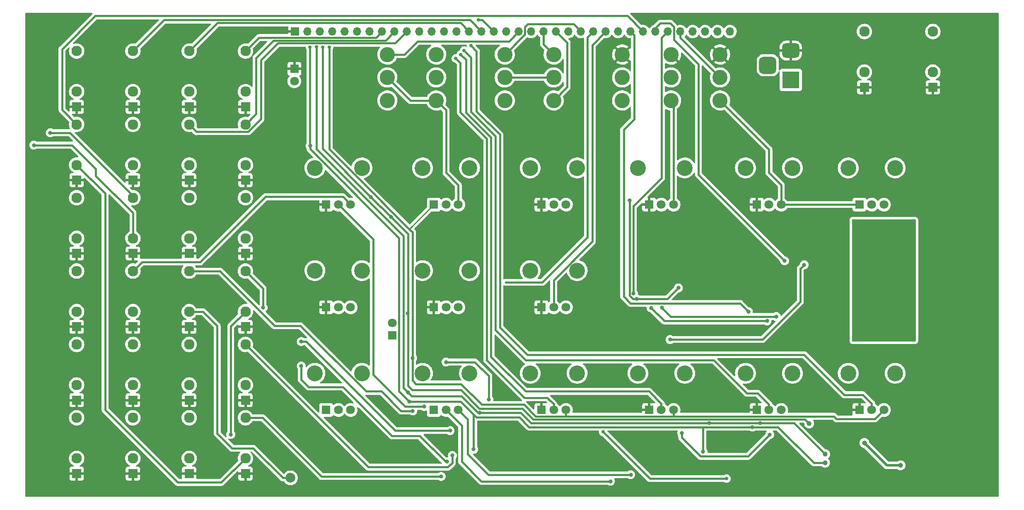
<source format=gbr>
%TF.GenerationSoftware,KiCad,Pcbnew,6.0.9-8da3e8f707~116~ubuntu22.04.1*%
%TF.CreationDate,2022-11-22T22:51:57+01:00*%
%TF.ProjectId,polykit-x-monosynth,706f6c79-6b69-4742-9d78-2d6d6f6e6f73,v0.0.3*%
%TF.SameCoordinates,Original*%
%TF.FileFunction,Copper,L2,Bot*%
%TF.FilePolarity,Positive*%
%FSLAX46Y46*%
G04 Gerber Fmt 4.6, Leading zero omitted, Abs format (unit mm)*
G04 Created by KiCad (PCBNEW 6.0.9-8da3e8f707~116~ubuntu22.04.1) date 2022-11-22 22:51:57*
%MOMM*%
%LPD*%
G01*
G04 APERTURE LIST*
G04 Aperture macros list*
%AMRoundRect*
0 Rectangle with rounded corners*
0 $1 Rounding radius*
0 $2 $3 $4 $5 $6 $7 $8 $9 X,Y pos of 4 corners*
0 Add a 4 corners polygon primitive as box body*
4,1,4,$2,$3,$4,$5,$6,$7,$8,$9,$2,$3,0*
0 Add four circle primitives for the rounded corners*
1,1,$1+$1,$2,$3*
1,1,$1+$1,$4,$5*
1,1,$1+$1,$6,$7*
1,1,$1+$1,$8,$9*
0 Add four rect primitives between the rounded corners*
20,1,$1+$1,$2,$3,$4,$5,0*
20,1,$1+$1,$4,$5,$6,$7,0*
20,1,$1+$1,$6,$7,$8,$9,0*
20,1,$1+$1,$8,$9,$2,$3,0*%
G04 Aperture macros list end*
%TA.AperFunction,ComponentPad*%
%ADD10R,1.930000X1.830000*%
%TD*%
%TA.AperFunction,ComponentPad*%
%ADD11C,2.130000*%
%TD*%
%TA.AperFunction,ComponentPad*%
%ADD12C,3.100000*%
%TD*%
%TA.AperFunction,ComponentPad*%
%ADD13R,3.500000X3.500000*%
%TD*%
%TA.AperFunction,ComponentPad*%
%ADD14RoundRect,0.750000X-1.000000X0.750000X-1.000000X-0.750000X1.000000X-0.750000X1.000000X0.750000X0*%
%TD*%
%TA.AperFunction,ComponentPad*%
%ADD15RoundRect,0.875000X-0.875000X0.875000X-0.875000X-0.875000X0.875000X-0.875000X0.875000X0.875000X0*%
%TD*%
%TA.AperFunction,ComponentPad*%
%ADD16C,3.240000*%
%TD*%
%TA.AperFunction,ComponentPad*%
%ADD17R,1.800000X1.800000*%
%TD*%
%TA.AperFunction,ComponentPad*%
%ADD18C,1.800000*%
%TD*%
%TA.AperFunction,ComponentPad*%
%ADD19C,2.000000*%
%TD*%
%TA.AperFunction,ComponentPad*%
%ADD20R,1.700000X1.700000*%
%TD*%
%TA.AperFunction,ComponentPad*%
%ADD21O,1.700000X1.700000*%
%TD*%
%TA.AperFunction,ViaPad*%
%ADD22C,0.400000*%
%TD*%
%TA.AperFunction,ViaPad*%
%ADD23C,0.800000*%
%TD*%
%TA.AperFunction,ViaPad*%
%ADD24C,1.000000*%
%TD*%
%TA.AperFunction,ViaPad*%
%ADD25C,0.700000*%
%TD*%
%TA.AperFunction,ViaPad*%
%ADD26C,3.500000*%
%TD*%
%TA.AperFunction,Conductor*%
%ADD27C,0.508000*%
%TD*%
%TA.AperFunction,Conductor*%
%ADD28C,0.381000*%
%TD*%
%TA.AperFunction,Conductor*%
%ADD29C,0.250000*%
%TD*%
G04 APERTURE END LIST*
D10*
%TO.P,J23,S*%
%TO.N,GND*%
X85500000Y-142000000D03*
D11*
%TO.P,J23,T*%
%TO.N,Net-(J23-PadT)*%
X85500000Y-130600000D03*
%TO.P,J23,TN*%
%TO.N,unconnected-(J23-PadTN)*%
X85500000Y-138900000D03*
%TD*%
D12*
%TO.P,SW7,1,1*%
%TO.N,SAW_ON*%
X126000000Y-80700000D03*
%TO.P,SW7,2,2*%
%TO.N,+5V*%
X126000000Y-76000000D03*
%TO.P,SW7,3,3*%
%TO.N,TRIANGLE_ON*%
X126000000Y-71300000D03*
%TD*%
D10*
%TO.P,J15,S*%
%TO.N,GND*%
X74000000Y-112000000D03*
D11*
%TO.P,J15,T*%
%TO.N,VCA_CV*%
X74000000Y-100600000D03*
%TO.P,J15,TN*%
%TO.N,ADSR_OUT*%
X74000000Y-108900000D03*
%TD*%
D10*
%TO.P,J18,S*%
%TO.N,GND*%
X97000000Y-82000000D03*
D11*
%TO.P,J18,T*%
%TO.N,FM*%
X97000000Y-70600000D03*
%TO.P,J18,TN*%
%TO.N,unconnected-(J18-PadTN)*%
X97000000Y-78900000D03*
%TD*%
D10*
%TO.P,J16,S*%
%TO.N,GND*%
X85500000Y-97000000D03*
D11*
%TO.P,J16,T*%
%TO.N,HSYNC*%
X85500000Y-85600000D03*
%TO.P,J16,TN*%
%TO.N,unconnected-(J16-PadTN)*%
X85500000Y-93900000D03*
%TD*%
D13*
%TO.P,J7,1*%
%TO.N,Net-(D2-Pad2)*%
X208457500Y-76500000D03*
D14*
%TO.P,J7,2*%
%TO.N,GND*%
X208457500Y-70500000D03*
D15*
%TO.P,J7,3*%
%TO.N,N/C*%
X203757500Y-73500000D03*
%TD*%
D10*
%TO.P,J2,S*%
%TO.N,GND*%
X237500000Y-78000000D03*
D11*
%TO.P,J2,T*%
%TO.N,Net-(J2-PadT)*%
X237500000Y-66600000D03*
%TO.P,J2,TN*%
%TO.N,unconnected-(J2-PadTN)*%
X237500000Y-74900000D03*
%TD*%
D10*
%TO.P,J1,S*%
%TO.N,GND*%
X223500000Y-78000000D03*
D11*
%TO.P,J1,T*%
%TO.N,Net-(J1-PadT)*%
X223500000Y-66600000D03*
%TO.P,J1,TN*%
%TO.N,unconnected-(J1-PadTN)*%
X223500000Y-74900000D03*
%TD*%
D10*
%TO.P,J9,S*%
%TO.N,GND*%
X62500000Y-112000000D03*
D11*
%TO.P,J9,T*%
%TO.N,Net-(J9-PadT)*%
X62500000Y-100600000D03*
%TO.P,J9,TN*%
%TO.N,unconnected-(J9-PadTN)*%
X62500000Y-108900000D03*
%TD*%
D12*
%TO.P,SW1,1,A*%
%TO.N,+5V*%
X136000000Y-80700000D03*
%TO.P,SW1,2,B*%
%TO.N,EXTERNAL_ON*%
X136000000Y-76000000D03*
%TO.P,SW1,3,C*%
%TO.N,unconnected-(SW1-Pad3)*%
X136000000Y-71300000D03*
%TD*%
D10*
%TO.P,J12,S*%
%TO.N,GND*%
X85500000Y-112000000D03*
D11*
%TO.P,J12,T*%
%TO.N,Net-(J12-PadT)*%
X85500000Y-100600000D03*
%TO.P,J12,TN*%
%TO.N,unconnected-(J12-PadTN)*%
X85500000Y-108900000D03*
%TD*%
D16*
%TO.P,RV9,*%
%TO.N,*%
X208800000Y-136500000D03*
X199200000Y-136500000D03*
D17*
%TO.P,RV9,1,1*%
%TO.N,GND*%
X201500000Y-144000000D03*
D18*
%TO.P,RV9,2,2*%
%TO.N,ADSR_S*%
X204000000Y-144000000D03*
%TO.P,RV9,3,3*%
%TO.N,+5V*%
X206500000Y-144000000D03*
%TD*%
D16*
%TO.P,RV2,*%
%TO.N,*%
X155200000Y-115500000D03*
X164800000Y-115500000D03*
D17*
%TO.P,RV2,1,1*%
%TO.N,GND*%
X157500000Y-123000000D03*
D18*
%TO.P,RV2,2,2*%
%TO.N,LVL2*%
X160000000Y-123000000D03*
%TO.P,RV2,3,3*%
%TO.N,+5V*%
X162500000Y-123000000D03*
%TD*%
D12*
%TO.P,SW3,1,A*%
%TO.N,GND*%
X184000000Y-71300000D03*
%TO.P,SW3,2,B*%
%TO.N,FILTER_MODE_B*%
X184000000Y-76000000D03*
%TO.P,SW3,3,C*%
%TO.N,+5V*%
X184000000Y-80700000D03*
%TD*%
D17*
%TO.P,D5,1,KA*%
%TO.N,Net-(D5-Pad1)*%
X127000000Y-128750000D03*
D18*
%TO.P,D5,2,AK*%
%TO.N,Net-(D5-Pad2)*%
X127000000Y-126210000D03*
%TD*%
D10*
%TO.P,J4,S*%
%TO.N,GND*%
X74000000Y-82000000D03*
D11*
%TO.P,J4,T*%
%TO.N,GATE*%
X74000000Y-70600000D03*
%TO.P,J4,TN*%
%TO.N,unconnected-(J4-PadTN)*%
X74000000Y-78900000D03*
%TD*%
D12*
%TO.P,SW5,1,1*%
%TO.N,RES_ADSR*%
X150000000Y-80700000D03*
%TO.P,SW5,2,2*%
%TO.N,+5V*%
X150000000Y-76000000D03*
%TO.P,SW5,3,3*%
%TO.N,RES_ADSR_NEG*%
X150000000Y-71300000D03*
%TD*%
D16*
%TO.P,RV16,*%
%TO.N,*%
X120800000Y-94500000D03*
X111200000Y-94500000D03*
D17*
%TO.P,RV16,1,1*%
%TO.N,GND*%
X113500000Y-102000000D03*
D18*
%TO.P,RV16,2,2*%
%TO.N,Net-(R52-Pad1)*%
X116000000Y-102000000D03*
%TO.P,RV16,3,3*%
%TO.N,Net-(J26-PadT)*%
X118500000Y-102000000D03*
%TD*%
D16*
%TO.P,RV4,*%
%TO.N,*%
X133200000Y-136500000D03*
X142800000Y-136500000D03*
D17*
%TO.P,RV4,1,1*%
%TO.N,Net-(R10-Pad1)*%
X135500000Y-144000000D03*
D18*
%TO.P,RV4,2,2*%
X138000000Y-144000000D03*
%TO.P,RV4,3,3*%
%TO.N,Net-(D4-Pad2)*%
X140500000Y-144000000D03*
%TD*%
D16*
%TO.P,RV7,*%
%TO.N,*%
X155200000Y-136500000D03*
X164800000Y-136500000D03*
D17*
%TO.P,RV7,1,1*%
%TO.N,GND*%
X157500000Y-144000000D03*
D18*
%TO.P,RV7,2,2*%
%TO.N,ADSR_A*%
X160000000Y-144000000D03*
%TO.P,RV7,3,3*%
%TO.N,-5V*%
X162500000Y-144000000D03*
%TD*%
D10*
%TO.P,J27,S*%
%TO.N,GND*%
X85500000Y-127000000D03*
D11*
%TO.P,J27,T*%
%TO.N,Net-(J27-PadT)*%
X85500000Y-115600000D03*
%TO.P,J27,TN*%
%TO.N,Net-(J25-Pad1)*%
X85500000Y-123900000D03*
%TD*%
D19*
%TO.P,J25,1,Pin_1*%
%TO.N,Net-(J25-Pad1)*%
X106190000Y-157900000D03*
%TD*%
D16*
%TO.P,RV8,*%
%TO.N,*%
X177200000Y-136500000D03*
X186800000Y-136500000D03*
D17*
%TO.P,RV8,1,1*%
%TO.N,GND*%
X179500000Y-144000000D03*
D18*
%TO.P,RV8,2,2*%
%TO.N,ADSR_D*%
X182000000Y-144000000D03*
%TO.P,RV8,3,3*%
%TO.N,-5V*%
X184500000Y-144000000D03*
%TD*%
D16*
%TO.P,RV1,*%
%TO.N,*%
X133200000Y-115500000D03*
X142800000Y-115500000D03*
D17*
%TO.P,RV1,1,1*%
%TO.N,GND*%
X135500000Y-123000000D03*
D18*
%TO.P,RV1,2,2*%
%TO.N,LVL1*%
X138000000Y-123000000D03*
%TO.P,RV1,3,3*%
%TO.N,+5V*%
X140500000Y-123000000D03*
%TD*%
D16*
%TO.P,RV10,*%
%TO.N,*%
X229800000Y-136500000D03*
X220200000Y-136500000D03*
D17*
%TO.P,RV10,1,1*%
%TO.N,GND*%
X222500000Y-144000000D03*
D18*
%TO.P,RV10,2,2*%
%TO.N,ADSR_R*%
X225000000Y-144000000D03*
%TO.P,RV10,3,3*%
%TO.N,-5V*%
X227500000Y-144000000D03*
%TD*%
D20*
%TO.P,J6,1,Pin_1*%
%TO.N,GND*%
X107150000Y-66600000D03*
D21*
%TO.P,J6,2,Pin_2*%
%TO.N,+12V*%
X109690000Y-66600000D03*
%TO.P,J6,3,Pin_3*%
%TO.N,-12V*%
X112230000Y-66600000D03*
%TO.P,J6,4,Pin_4*%
%TO.N,+5V*%
X114770000Y-66600000D03*
%TO.P,J6,5,Pin_5*%
%TO.N,-5V*%
X117310000Y-66600000D03*
%TO.P,J6,6,Pin_6*%
%TO.N,PITCH*%
X119850000Y-66600000D03*
%TO.P,J6,7,Pin_7*%
%TO.N,PWM*%
X122390000Y-66600000D03*
%TO.P,J6,8,Pin_8*%
%TO.N,FM*%
X124930000Y-66600000D03*
%TO.P,J6,9,Pin_9*%
%TO.N,SSYNC*%
X127470000Y-66600000D03*
%TO.P,J6,10,Pin_10*%
%TO.N,HSYNC*%
X130010000Y-66600000D03*
%TO.P,J6,11,Pin_11*%
%TO.N,ADSR_A*%
X132550000Y-66600000D03*
%TO.P,J6,12,Pin_12*%
%TO.N,ADSR_D*%
X135090000Y-66600000D03*
%TO.P,J6,13,Pin_13*%
%TO.N,ADSR_S*%
X137630000Y-66600000D03*
%TO.P,J6,14,Pin_14*%
%TO.N,ADSR_R*%
X140170000Y-66600000D03*
%TO.P,J6,15,Pin_15*%
%TO.N,TRIG*%
X142710000Y-66600000D03*
%TO.P,J6,16,Pin_16*%
%TO.N,GATE*%
X145250000Y-66600000D03*
%TO.P,J6,17,Pin_17*%
%TO.N,ADSR_OUT*%
X147790000Y-66600000D03*
%TO.P,J6,18,Pin_18*%
%TO.N,SAW_ON*%
X150330000Y-66600000D03*
%TO.P,J6,19,Pin_19*%
%TO.N,TRIANGLE_ON*%
X152870000Y-66600000D03*
%TO.P,J6,20,Pin_20*%
%TO.N,EXTERNAL_ON*%
X155410000Y-66600000D03*
%TO.P,J6,21,Pin_21*%
%TO.N,FREQ_ADSR_NEG*%
X157950000Y-66600000D03*
%TO.P,J6,22,Pin_22*%
%TO.N,FREQ_ADSR*%
X160490000Y-66600000D03*
%TO.P,J6,23,Pin_23*%
%TO.N,RES_ADSR*%
X163030000Y-66600000D03*
%TO.P,J6,24,Pin_24*%
%TO.N,RES_ADSR_NEG*%
X165570000Y-66600000D03*
%TO.P,J6,25,Pin_25*%
%TO.N,LVL1*%
X168110000Y-66600000D03*
%TO.P,J6,26,Pin_26*%
%TO.N,LVL2*%
X170650000Y-66600000D03*
%TO.P,J6,27,Pin_27*%
%TO.N,VCA_CV*%
X173190000Y-66600000D03*
%TO.P,J6,28,Pin_28*%
%TO.N,PAN_CV*%
X175730000Y-66600000D03*
%TO.P,J6,29,Pin_29*%
%TO.N,EXTERNAL_IN*%
X178270000Y-66600000D03*
%TO.P,J6,30,Pin_30*%
%TO.N,FREQ_CV*%
X180810000Y-66600000D03*
%TO.P,J6,31,Pin_31*%
%TO.N,RES_CV*%
X183350000Y-66600000D03*
%TO.P,J6,32,Pin_32*%
%TO.N,FILTER_MODE_A*%
X185890000Y-66600000D03*
%TO.P,J6,33,Pin_33*%
%TO.N,FILTER_MODE_B*%
X188430000Y-66600000D03*
%TO.P,J6,34,Pin_34*%
%TO.N,FILTER_MODE_C*%
X190970000Y-66600000D03*
%TO.P,J6,35,Pin_35*%
%TO.N,OUT_L*%
X193510000Y-66600000D03*
%TO.P,J6,36,Pin_36*%
%TO.N,OUT_R*%
X196050000Y-66600000D03*
%TD*%
D10*
%TO.P,J11,S*%
%TO.N,GND*%
X97000000Y-112000000D03*
D11*
%TO.P,J11,T*%
%TO.N,Net-(J11-PadT)*%
X97000000Y-100600000D03*
%TO.P,J11,TN*%
%TO.N,unconnected-(J11-PadTN)*%
X97000000Y-108900000D03*
%TD*%
D10*
%TO.P,J17,S*%
%TO.N,GND*%
X97000000Y-97000000D03*
D11*
%TO.P,J17,T*%
%TO.N,SSYNC*%
X97000000Y-85600000D03*
%TO.P,J17,TN*%
%TO.N,unconnected-(J17-PadTN)*%
X97000000Y-93900000D03*
%TD*%
D10*
%TO.P,J22,S*%
%TO.N,GND*%
X74000000Y-142000000D03*
D11*
%TO.P,J22,T*%
%TO.N,Net-(J22-PadT)*%
X74000000Y-130600000D03*
%TO.P,J22,TN*%
%TO.N,unconnected-(J22-PadTN)*%
X74000000Y-138900000D03*
%TD*%
D17*
%TO.P,D1,1,K*%
%TO.N,GND*%
X107000000Y-74225000D03*
D18*
%TO.P,D1,2,A*%
%TO.N,Net-(D1-Pad2)*%
X107000000Y-76765000D03*
%TD*%
D10*
%TO.P,J10,S*%
%TO.N,GND*%
X74000000Y-97000000D03*
D11*
%TO.P,J10,T*%
%TO.N,Net-(J10-PadT)*%
X74000000Y-85600000D03*
%TO.P,J10,TN*%
%TO.N,unconnected-(J10-PadTN)*%
X74000000Y-93900000D03*
%TD*%
D10*
%TO.P,J8,S*%
%TO.N,GND*%
X74000000Y-157000000D03*
D11*
%TO.P,J8,T*%
%TO.N,Net-(J8-PadT)*%
X74000000Y-145600000D03*
%TO.P,J8,TN*%
%TO.N,unconnected-(J8-PadTN)*%
X74000000Y-153900000D03*
%TD*%
D10*
%TO.P,J20,S*%
%TO.N,GND*%
X85500000Y-157000000D03*
D11*
%TO.P,J20,T*%
%TO.N,Net-(J20-PadT)*%
X85500000Y-145600000D03*
%TO.P,J20,TN*%
%TO.N,MIX*%
X85500000Y-153900000D03*
%TD*%
D10*
%TO.P,J13,S*%
%TO.N,GND*%
X62500000Y-82000000D03*
D11*
%TO.P,J13,T*%
%TO.N,Net-(J13-PadT)*%
X62500000Y-70600000D03*
%TO.P,J13,TN*%
%TO.N,unconnected-(J13-PadTN)*%
X62500000Y-78900000D03*
%TD*%
D16*
%TO.P,RV13,*%
%TO.N,*%
X164800000Y-94500000D03*
X155200000Y-94500000D03*
D17*
%TO.P,RV13,1,1*%
%TO.N,GND*%
X157500000Y-102000000D03*
D18*
%TO.P,RV13,2,2*%
%TO.N,Net-(R31-Pad1)*%
X160000000Y-102000000D03*
%TO.P,RV13,3,3*%
%TO.N,+5V*%
X162500000Y-102000000D03*
%TD*%
D10*
%TO.P,J14,S*%
%TO.N,GND*%
X62500000Y-97000000D03*
D11*
%TO.P,J14,T*%
%TO.N,EXTERNAL_IN*%
X62500000Y-85600000D03*
%TO.P,J14,TN*%
%TO.N,WAVE_OUT*%
X62500000Y-93900000D03*
%TD*%
D10*
%TO.P,J28,S*%
%TO.N,GND*%
X97000000Y-157000000D03*
D11*
%TO.P,J28,T*%
%TO.N,Net-(J28-PadT)*%
X97000000Y-145600000D03*
%TO.P,J28,TN*%
%TO.N,WAVE_OUT*%
X97000000Y-153900000D03*
%TD*%
D10*
%TO.P,J5,S*%
%TO.N,GND*%
X85500000Y-82000000D03*
D11*
%TO.P,J5,T*%
%TO.N,TRIG*%
X85500000Y-70600000D03*
%TO.P,J5,TN*%
%TO.N,unconnected-(J5-PadTN)*%
X85500000Y-78900000D03*
%TD*%
D10*
%TO.P,J26,S*%
%TO.N,GND*%
X74000000Y-127000000D03*
D11*
%TO.P,J26,T*%
%TO.N,Net-(J26-PadT)*%
X74000000Y-115600000D03*
%TO.P,J26,TN*%
%TO.N,-5V*%
X74000000Y-123900000D03*
%TD*%
D16*
%TO.P,RV6,*%
%TO.N,*%
X229800000Y-94500000D03*
X220200000Y-94500000D03*
D17*
%TO.P,RV6,1,1*%
%TO.N,+5V*%
X222500000Y-102000000D03*
D18*
%TO.P,RV6,2,2*%
%TO.N,Net-(R22-Pad1)*%
X225000000Y-102000000D03*
%TO.P,RV6,3,3*%
%TO.N,-5V*%
X227500000Y-102000000D03*
%TD*%
D16*
%TO.P,RV12,*%
%TO.N,*%
X199200000Y-94500000D03*
X208800000Y-94500000D03*
D17*
%TO.P,RV12,1,1*%
%TO.N,GND*%
X201500000Y-102000000D03*
D18*
%TO.P,RV12,2,2*%
%TO.N,Net-(R29-Pad1)*%
X204000000Y-102000000D03*
%TO.P,RV12,3,3*%
%TO.N,+5V*%
X206500000Y-102000000D03*
%TD*%
D10*
%TO.P,J19,S*%
%TO.N,GND*%
X97000000Y-142000000D03*
D11*
%TO.P,J19,T*%
%TO.N,Net-(J19-PadT)*%
X97000000Y-130600000D03*
%TO.P,J19,TN*%
%TO.N,unconnected-(J19-PadTN)*%
X97000000Y-138900000D03*
%TD*%
D16*
%TO.P,RV11,*%
%TO.N,*%
X186800000Y-94500000D03*
X177200000Y-94500000D03*
D17*
%TO.P,RV11,1,1*%
%TO.N,GND*%
X179500000Y-102000000D03*
D18*
%TO.P,RV11,2,2*%
%TO.N,Net-(R27-Pad1)*%
X182000000Y-102000000D03*
%TO.P,RV11,3,3*%
%TO.N,+5V*%
X184500000Y-102000000D03*
%TD*%
D16*
%TO.P,RV5,*%
%TO.N,*%
X111200000Y-136500000D03*
X120800000Y-136500000D03*
D17*
%TO.P,RV5,1,1*%
%TO.N,LFO_TRIANGLE*%
X113500000Y-144000000D03*
D18*
%TO.P,RV5,2,2*%
%TO.N,Net-(R21-Pad2)*%
X116000000Y-144000000D03*
%TO.P,RV5,3,3*%
%TO.N,LFO_SQUARE*%
X118500000Y-144000000D03*
%TD*%
D10*
%TO.P,J21,S*%
%TO.N,GND*%
X62500000Y-127000000D03*
D11*
%TO.P,J21,T*%
%TO.N,Net-(J21-PadT)*%
X62500000Y-115600000D03*
%TO.P,J21,TN*%
%TO.N,+5V*%
X62500000Y-123900000D03*
%TD*%
D16*
%TO.P,RV14,*%
%TO.N,*%
X142800000Y-94500000D03*
X133200000Y-94500000D03*
D17*
%TO.P,RV14,1,1*%
%TO.N,-5V*%
X135500000Y-102000000D03*
D18*
%TO.P,RV14,2,2*%
%TO.N,Net-(R42-Pad1)*%
X138000000Y-102000000D03*
%TO.P,RV14,3,3*%
%TO.N,+5V*%
X140500000Y-102000000D03*
%TD*%
D16*
%TO.P,RV15,*%
%TO.N,*%
X111200000Y-115500000D03*
X120800000Y-115500000D03*
D17*
%TO.P,RV15,1,1*%
%TO.N,GND*%
X113500000Y-123000000D03*
D18*
%TO.P,RV15,2,2*%
%TO.N,Net-(J24-PadT)*%
X116000000Y-123000000D03*
%TO.P,RV15,3,3*%
%TO.N,Net-(J21-PadT)*%
X118500000Y-123000000D03*
%TD*%
D10*
%TO.P,J24,S*%
%TO.N,GND*%
X62500000Y-142000000D03*
D11*
%TO.P,J24,T*%
%TO.N,Net-(J24-PadT)*%
X62500000Y-130600000D03*
%TO.P,J24,TN*%
%TO.N,unconnected-(J24-PadTN)*%
X62500000Y-138900000D03*
%TD*%
D12*
%TO.P,SW4,1,A*%
%TO.N,GND*%
X174000000Y-71300000D03*
%TO.P,SW4,2,B*%
%TO.N,FILTER_MODE_C*%
X174000000Y-76000000D03*
%TO.P,SW4,3,C*%
%TO.N,+5V*%
X174000000Y-80700000D03*
%TD*%
%TO.P,SW2,1,A*%
%TO.N,GND*%
X194000000Y-71300000D03*
%TO.P,SW2,2,B*%
%TO.N,FILTER_MODE_A*%
X194000000Y-76000000D03*
%TO.P,SW2,3,C*%
%TO.N,+5V*%
X194000000Y-80700000D03*
%TD*%
D10*
%TO.P,J3,S*%
%TO.N,GND*%
X62500000Y-157000000D03*
D11*
%TO.P,J3,T*%
%TO.N,Net-(J3-PadT)*%
X62500000Y-145600000D03*
%TO.P,J3,TN*%
%TO.N,unconnected-(J3-PadTN)*%
X62500000Y-153900000D03*
%TD*%
D12*
%TO.P,SW6,1,1*%
%TO.N,FREQ_ADSR*%
X160000000Y-80700000D03*
%TO.P,SW6,2,2*%
%TO.N,+5V*%
X160000000Y-76000000D03*
%TO.P,SW6,3,3*%
%TO.N,FREQ_ADSR_NEG*%
X160000000Y-71300000D03*
%TD*%
D10*
%TO.P,J29,S*%
%TO.N,GND*%
X97000000Y-127000000D03*
D11*
%TO.P,J29,T*%
%TO.N,Net-(J29-PadT)*%
X97000000Y-115600000D03*
%TO.P,J29,TN*%
%TO.N,MIX*%
X97000000Y-123900000D03*
%TD*%
D22*
%TO.N,Net-(C2-Pad2)*%
X232000000Y-121000000D03*
X224000000Y-117000000D03*
X223000000Y-118000000D03*
X229000000Y-108000000D03*
X225000000Y-112000000D03*
X232000000Y-125000000D03*
X233000000Y-110000000D03*
X232000000Y-123000000D03*
X230000000Y-125000000D03*
X226000000Y-107000000D03*
X227000000Y-110000000D03*
X223000000Y-108000000D03*
X230000000Y-109000000D03*
X228000000Y-111000000D03*
X222000000Y-119000000D03*
X233000000Y-128000000D03*
X230000000Y-127000000D03*
X225000000Y-122000000D03*
X229000000Y-110000000D03*
X231000000Y-114000000D03*
X224000000Y-111000000D03*
X222000000Y-115000000D03*
X232000000Y-109000000D03*
X222000000Y-107000000D03*
X226000000Y-111000000D03*
X229000000Y-112000000D03*
X227000000Y-128000000D03*
X228000000Y-119000000D03*
X229000000Y-128000000D03*
X226000000Y-123000000D03*
X224000000Y-129000000D03*
X227000000Y-124000000D03*
X231000000Y-112000000D03*
X227000000Y-126000000D03*
X228000000Y-125000000D03*
X229900000Y-115000000D03*
X230000000Y-121000000D03*
X232000000Y-129000000D03*
X223000000Y-112000000D03*
X227000000Y-114000000D03*
X232000000Y-119000000D03*
X223000000Y-116000000D03*
X226000000Y-119000000D03*
X222000000Y-127000000D03*
X229000000Y-124000000D03*
X231000000Y-126000000D03*
X226000000Y-129000000D03*
X229881685Y-106969346D03*
X224000000Y-115000000D03*
X228000000Y-129000000D03*
X224000000Y-123000000D03*
X227000000Y-112000000D03*
X222000000Y-117000000D03*
X231000000Y-116000000D03*
X230000000Y-117000000D03*
X226000000Y-109000000D03*
X228000000Y-121000000D03*
X225000000Y-120000000D03*
X228000000Y-117000000D03*
X233000000Y-116000000D03*
X232998841Y-105991841D03*
X228000000Y-123000000D03*
X232000000Y-127000000D03*
X232000000Y-113000000D03*
X226000000Y-113000000D03*
X223000000Y-110000000D03*
X224000000Y-113000000D03*
X231031788Y-107981765D03*
X225000000Y-124000000D03*
X225000000Y-110000000D03*
X222000000Y-121000000D03*
X229000000Y-118000000D03*
X225000000Y-114000000D03*
X226000000Y-127000000D03*
X223000000Y-114000000D03*
X223000000Y-124000000D03*
X227000000Y-106000000D03*
X229900000Y-111100000D03*
X223000000Y-126000000D03*
X229000000Y-114000000D03*
X224000000Y-127000000D03*
X229000000Y-116000000D03*
X233000000Y-114000000D03*
X231000000Y-118000000D03*
X224000000Y-121000000D03*
X222000000Y-111000000D03*
X223000000Y-122000000D03*
X227000000Y-118000000D03*
X231000000Y-110000000D03*
X222000000Y-125000000D03*
X225000000Y-128000000D03*
X227000000Y-116000000D03*
X233000000Y-122000000D03*
X231000000Y-120000000D03*
X226000000Y-125000000D03*
X233000000Y-126000000D03*
X232000000Y-107000000D03*
X229000000Y-122000000D03*
X233000000Y-112000000D03*
X227000000Y-120000000D03*
X231000000Y-128000000D03*
X229900000Y-113100000D03*
X226000000Y-115000000D03*
X222000000Y-113000000D03*
X225000000Y-108000000D03*
X232000000Y-117000000D03*
X233000000Y-118000000D03*
X223000000Y-120000000D03*
X225000000Y-126000000D03*
X226000000Y-117000000D03*
X225000000Y-116000000D03*
X228000000Y-127000000D03*
X223000000Y-106000000D03*
X224000000Y-109000000D03*
X233000000Y-108000000D03*
X228000000Y-109000000D03*
X228000000Y-113000000D03*
X229000000Y-120000000D03*
X229000000Y-126000000D03*
X222000000Y-129000000D03*
X222000000Y-123000000D03*
X229000000Y-106000000D03*
X224000000Y-125000000D03*
X228000000Y-107000000D03*
X224000000Y-107000000D03*
X225000000Y-106000000D03*
X233000000Y-124000000D03*
X222000000Y-109000000D03*
X230000000Y-119000000D03*
X232000000Y-115000000D03*
X230000000Y-123000000D03*
X231000000Y-122000000D03*
X231000000Y-106000000D03*
X233000000Y-120000000D03*
X224000000Y-119000000D03*
X231000000Y-124000000D03*
X230000000Y-129000000D03*
X227000000Y-108000000D03*
X232000000Y-111000000D03*
X228000000Y-115000000D03*
X223000000Y-128000000D03*
X225000000Y-118000000D03*
X227000000Y-122000000D03*
X226000000Y-121000000D03*
D23*
%TO.N,+12V*%
X190521141Y-152544264D03*
X143642563Y-152047656D03*
X130520000Y-142310000D03*
X200607000Y-147493000D03*
X179890500Y-123109500D03*
X110212028Y-89967630D03*
X203600000Y-125800000D03*
D24*
X215460000Y-154780000D03*
D25*
X110200000Y-69800000D03*
D23*
%TO.N,-12V*%
X205500000Y-124900000D03*
X144900000Y-144600000D03*
D25*
X111500000Y-69750000D03*
D24*
X215475000Y-153025000D03*
D23*
X130260000Y-140440000D03*
X191741874Y-146690000D03*
X202200000Y-146700000D03*
X182109500Y-123090500D03*
%TO.N,+5V*%
X126750000Y-104550000D03*
X130180000Y-124290000D03*
D25*
X112750000Y-69800000D03*
D23*
X122619670Y-100429958D03*
D24*
X212225000Y-146775000D03*
D23*
%TO.N,GND*%
X170900000Y-95900000D03*
X151700000Y-134500000D03*
D22*
X249000000Y-122000000D03*
D23*
X107000000Y-70300000D03*
D22*
X247000000Y-126000000D03*
X250000000Y-127000000D03*
X245000000Y-130000000D03*
X244000000Y-133000000D03*
X247000000Y-130000000D03*
X246000000Y-121000000D03*
X245000000Y-128000000D03*
X249000000Y-132000000D03*
D23*
X55500000Y-79900000D03*
X239900000Y-140500000D03*
D22*
X243000000Y-130000000D03*
X243000000Y-134000000D03*
X241000000Y-122000000D03*
X249000000Y-124000000D03*
D25*
X184900000Y-151900000D03*
D22*
X246000000Y-133000000D03*
D26*
X246500000Y-67300000D03*
D23*
X191100000Y-106900000D03*
D22*
X242000000Y-123000000D03*
X245000000Y-120000000D03*
D23*
X199700000Y-119000000D03*
D22*
X247000000Y-120000000D03*
X242000000Y-129000000D03*
D23*
X209300000Y-120700000D03*
D22*
X248000000Y-123000000D03*
X245000000Y-122000000D03*
D25*
X225000000Y-149200000D03*
D22*
X248000000Y-131000000D03*
X250000000Y-129000000D03*
X243000000Y-120000000D03*
D23*
X159700000Y-151900000D03*
X249300000Y-102000000D03*
D22*
X244000000Y-123000000D03*
X243000000Y-126000000D03*
X249000000Y-128000000D03*
X244000000Y-121000000D03*
D23*
X241600000Y-151500000D03*
D22*
X242000000Y-121000000D03*
D23*
X204800000Y-117100000D03*
D22*
X244000000Y-131000000D03*
X244000000Y-125000000D03*
X250000000Y-133000000D03*
D23*
X55400000Y-92100000D03*
X214300000Y-94600000D03*
X171000000Y-153900000D03*
D25*
X205600000Y-156600000D03*
D26*
X246500000Y-157300000D03*
D23*
X128650000Y-153060000D03*
D25*
X196600000Y-154700000D03*
X189900000Y-142500000D03*
D22*
X242000000Y-127000000D03*
D25*
X196600000Y-151800000D03*
D22*
X248000000Y-127000000D03*
D23*
X102600000Y-66400000D03*
D25*
X149500000Y-152100000D03*
X165600000Y-70000000D03*
D22*
X242000000Y-133000000D03*
D23*
X202100000Y-66300000D03*
X124240000Y-158940000D03*
D22*
X236000000Y-120000000D03*
X247000000Y-124000000D03*
X246000000Y-129000000D03*
X246000000Y-125000000D03*
D23*
X232600000Y-100400000D03*
X171100000Y-85400000D03*
D22*
X250000000Y-121000000D03*
X245000000Y-132000000D03*
X249000000Y-134000000D03*
D25*
X182000000Y-136600000D03*
D22*
X245000000Y-126000000D03*
X248000000Y-133000000D03*
D23*
X170700000Y-142900000D03*
D22*
X243000000Y-122000000D03*
D25*
X185500000Y-156100000D03*
D22*
X248000000Y-121000000D03*
D25*
X208800000Y-129700000D03*
X214400000Y-142000000D03*
D22*
X243000000Y-132000000D03*
X247000000Y-128000000D03*
D23*
X242900000Y-150100000D03*
D22*
X250000000Y-131000000D03*
D25*
X205600000Y-151100000D03*
D22*
X246000000Y-123000000D03*
X247000000Y-134000000D03*
X248000000Y-129000000D03*
X244000000Y-127000000D03*
X246000000Y-127000000D03*
D23*
X181000000Y-115200000D03*
D22*
X241000000Y-126000000D03*
X241000000Y-130000000D03*
D23*
X185800000Y-116500000D03*
D22*
X246000000Y-131000000D03*
X249000000Y-130000000D03*
X242000000Y-131000000D03*
D23*
X249400000Y-88000000D03*
D22*
X250000000Y-123000000D03*
D23*
X194700000Y-90200000D03*
X121000000Y-152350000D03*
D22*
X248000000Y-125000000D03*
X245000000Y-124000000D03*
X241000000Y-132000000D03*
X249000000Y-120000000D03*
X245000000Y-134000000D03*
D23*
X219900000Y-84800000D03*
D26*
X56500000Y-67300000D03*
D25*
X205100000Y-139900000D03*
D23*
X233500000Y-140500000D03*
D22*
X243000000Y-128000000D03*
X249000000Y-126000000D03*
D25*
X231300000Y-148800000D03*
D22*
X241000000Y-134000000D03*
D23*
X191100000Y-102500000D03*
D22*
X243000000Y-124000000D03*
X244000000Y-129000000D03*
X241000000Y-128000000D03*
X247000000Y-122000000D03*
D25*
X165500000Y-75500000D03*
D26*
X56500000Y-157300000D03*
D23*
X170700000Y-136700000D03*
D22*
X242000000Y-125000000D03*
X241000000Y-124000000D03*
X235500000Y-115000000D03*
X247000000Y-132000000D03*
X241000000Y-120000000D03*
D23*
X138000000Y-136400000D03*
X197100000Y-107600000D03*
D22*
X250000000Y-125000000D03*
D23*
X249000000Y-138000000D03*
D25*
%TO.N,-5V*%
X114110000Y-69800000D03*
D23*
X131150000Y-133380000D03*
%TO.N,LED*%
X204160000Y-149040000D03*
X186170000Y-148730000D03*
%TO.N,Net-(D4-Pad2)*%
X175750000Y-157250000D03*
%TO.N,VCA_CV*%
X57100000Y-87300000D03*
D25*
%TO.N,ADSR_A*%
X140000000Y-72100000D03*
%TO.N,ADSR_D*%
X141000000Y-71300000D03*
%TO.N,ADSR_S*%
X141700000Y-70500000D03*
%TO.N,ADSR_R*%
X143100000Y-69500000D03*
D23*
%TO.N,ADSR_OUT*%
X53759500Y-89840500D03*
D25*
X144651858Y-64234692D03*
D22*
%TO.N,LVL1*%
X150200000Y-117900000D03*
D23*
%TO.N,PAN_CV*%
X199800000Y-123900000D03*
%TO.N,FREQ_CV*%
X207200000Y-113500000D03*
%TO.N,RES_CV*%
X176300000Y-120200000D03*
%TO.N,Net-(J19-PadT)*%
X139300000Y-153310000D03*
%TO.N,Net-(D8-Pad2)*%
X175500000Y-101100000D03*
X177000000Y-121300000D03*
X185490000Y-119040000D03*
%TO.N,Net-(D12-Pad2)*%
X211209598Y-114309598D03*
X183800000Y-129600000D03*
D22*
X210390000Y-121910000D03*
D23*
%TO.N,Net-(R10-Pad1)*%
X171600000Y-158600000D03*
D25*
%TO.N,Net-(R15-Pad1)*%
X170100000Y-148500000D03*
X195340000Y-158040000D03*
D24*
%TO.N,+5V*%
X223500000Y-150750000D03*
X230905000Y-155345000D03*
D23*
%TO.N,Net-(J27-PadT)*%
X131200000Y-144200000D03*
%TO.N,Net-(J28-PadT)*%
X137000000Y-157600000D03*
%TO.N,Net-(R46-Pad1)*%
X138200000Y-154600000D03*
X108400000Y-135000000D03*
%TO.N,Net-(J29-PadT)*%
X100600000Y-123100000D03*
%TO.N,Net-(R57-Pad2)*%
X138000000Y-134200000D03*
X146750000Y-141900000D03*
%TO.N,MIX*%
X93990000Y-149030000D03*
%TO.N,Net-(R45-Pad1)*%
X138830000Y-148230000D03*
X108400000Y-130000000D03*
%TO.N,Net-(R52-Pad1)*%
X133500000Y-143300000D03*
%TD*%
D27*
%TO.N,+5V*%
X223500000Y-150750000D02*
X223510000Y-150750000D01*
X223510000Y-150750000D02*
X228105000Y-155345000D01*
X228105000Y-155345000D02*
X230905000Y-155345000D01*
D28*
%TO.N,+12V*%
X215460000Y-154780000D02*
X213161500Y-154780000D01*
X213161500Y-154780000D02*
X205874500Y-147493000D01*
X205874500Y-147493000D02*
X200607000Y-147493000D01*
%TO.N,-5V*%
X217695945Y-145756205D02*
X217759740Y-145820000D01*
X217759740Y-145820000D02*
X225680000Y-145820000D01*
X225680000Y-145820000D02*
X227500000Y-144000000D01*
%TO.N,+12V*%
X179909500Y-123109500D02*
X179890500Y-123109500D01*
X153000000Y-145500000D02*
X154993000Y-147493000D01*
X143689500Y-144989500D02*
X144200000Y-145500000D01*
X190393000Y-147493000D02*
X200607000Y-147493000D01*
X182600000Y-125800000D02*
X179909500Y-123109500D01*
X141010000Y-142310000D02*
X143689500Y-144989500D01*
X154993000Y-147493000D02*
X190393000Y-147493000D01*
X130520000Y-142310000D02*
X141010000Y-142310000D01*
X203600000Y-125800000D02*
X182600000Y-125800000D01*
X110212028Y-89967630D02*
X110212028Y-90668751D01*
X128400000Y-140190000D02*
X130455000Y-142245000D01*
X143642563Y-152047656D02*
X143642563Y-145036437D01*
X190521141Y-147621141D02*
X190393000Y-147493000D01*
X110200000Y-89955602D02*
X110200000Y-69800000D01*
X130455000Y-142245000D02*
X130520000Y-142310000D01*
X144200000Y-145500000D02*
X153000000Y-145500000D01*
X190521141Y-152544264D02*
X190521141Y-147621141D01*
X110212028Y-89967630D02*
X110200000Y-89955602D01*
X143642563Y-145036437D02*
X143689500Y-144989500D01*
X110212028Y-90668751D02*
X128400000Y-108856723D01*
X128400000Y-108856723D02*
X128400000Y-140190000D01*
%TO.N,-12V*%
X129300000Y-139480000D02*
X129300000Y-108425000D01*
X129300000Y-108425000D02*
X111500000Y-90625000D01*
X144900000Y-144600000D02*
X153300000Y-144600000D01*
X182109500Y-123109500D02*
X182109500Y-123090500D01*
X191741874Y-146690000D02*
X191751874Y-146700000D01*
X153300000Y-144600000D02*
X155400000Y-146700000D01*
X209150000Y-146700000D02*
X215475000Y-153025000D01*
X111500000Y-90625000D02*
X111500000Y-69750000D01*
X144900000Y-144600000D02*
X144500000Y-144600000D01*
X131030000Y-141210000D02*
X130260000Y-140440000D01*
X144500000Y-144600000D02*
X141110000Y-141210000D01*
X183900000Y-124900000D02*
X182109500Y-123109500D01*
X191731874Y-146700000D02*
X191741874Y-146690000D01*
X191751874Y-146700000D02*
X202200000Y-146700000D01*
X205500000Y-124900000D02*
X183900000Y-124900000D01*
X202200000Y-146700000D02*
X209150000Y-146700000D01*
X155400000Y-146700000D02*
X191731874Y-146700000D01*
X130260000Y-140440000D02*
X129300000Y-139480000D01*
X141110000Y-141210000D02*
X131030000Y-141210000D01*
%TO.N,+5V*%
X140500000Y-98000000D02*
X138000000Y-95500000D01*
X122619670Y-100429958D02*
X122619670Y-100419670D01*
X155800000Y-145900000D02*
X211350000Y-145900000D01*
X222500000Y-102000000D02*
X206500000Y-102000000D01*
X130700000Y-80700000D02*
X126000000Y-76000000D01*
X211350000Y-145900000D02*
X212225000Y-146775000D01*
X136000000Y-80700000D02*
X130700000Y-80700000D01*
X130180000Y-124290000D02*
X130220000Y-124330000D01*
X130220000Y-108020000D02*
X130220000Y-108080000D01*
X153600000Y-143700000D02*
X155800000Y-145900000D01*
X112750000Y-90550000D02*
X112750000Y-69800000D01*
X141040000Y-139940000D02*
X144800000Y-143700000D01*
X184500000Y-102000000D02*
X184500000Y-81200000D01*
X206500000Y-98000000D02*
X204000000Y-95500000D01*
X206500000Y-102000000D02*
X206500000Y-98000000D01*
X138000000Y-82700000D02*
X136000000Y-80700000D01*
X204000000Y-95500000D02*
X204000000Y-90700000D01*
X160000000Y-76000000D02*
X150000000Y-76000000D01*
X130220000Y-124250000D02*
X130180000Y-124290000D01*
X130220000Y-124330000D02*
X130220000Y-139090000D01*
X122619670Y-100419670D02*
X112750000Y-90550000D01*
X130220000Y-108080000D02*
X130220000Y-124250000D01*
X131070000Y-139940000D02*
X141040000Y-139940000D01*
X122629958Y-100429958D02*
X126750000Y-104550000D01*
X140500000Y-102000000D02*
X140500000Y-98000000D01*
X144800000Y-143700000D02*
X153600000Y-143700000D01*
X204000000Y-90700000D02*
X194000000Y-80700000D01*
X122619670Y-100429958D02*
X122629958Y-100429958D01*
X138000000Y-95500000D02*
X138000000Y-82700000D01*
X184500000Y-81200000D02*
X184000000Y-80700000D01*
X126750000Y-104550000D02*
X130220000Y-108020000D01*
X130220000Y-139090000D02*
X131070000Y-139940000D01*
D29*
%TO.N,-5V*%
X135500000Y-102000000D02*
X130537500Y-106962500D01*
D28*
X130437500Y-106962500D02*
X131150000Y-107675000D01*
X184500000Y-144000000D02*
X184500000Y-145300000D01*
X153900000Y-142900000D02*
X156300000Y-145300000D01*
X162400000Y-145300000D02*
X184500000Y-145300000D01*
X114115738Y-90659015D02*
X119967223Y-96510500D01*
X184500000Y-145300000D02*
X217230644Y-145300000D01*
X131160000Y-137990000D02*
X131860000Y-138690000D01*
X131860000Y-138690000D02*
X141090000Y-138690000D01*
X145300000Y-142900000D02*
X153900000Y-142900000D01*
X119967223Y-96510500D02*
X119985500Y-96510500D01*
X217230644Y-145300000D02*
X217691397Y-145760753D01*
X156300000Y-145300000D02*
X162400000Y-145300000D01*
X162500000Y-144000000D02*
X162500000Y-145200000D01*
X141090000Y-138690000D02*
X145300000Y-142900000D01*
X131150000Y-107675000D02*
X131150000Y-133380000D01*
X131150000Y-133380000D02*
X131150000Y-137850000D01*
X114110000Y-69800000D02*
X114115738Y-69805738D01*
X119985500Y-96510500D02*
X130437500Y-106962500D01*
D29*
X130537500Y-106962500D02*
X130437500Y-106962500D01*
D28*
X114115738Y-69805738D02*
X114115738Y-90659015D01*
X131160000Y-137820000D02*
X131160000Y-137990000D01*
X162500000Y-145200000D02*
X162400000Y-145300000D01*
%TO.N,LED*%
X186170000Y-149670000D02*
X190000000Y-153500000D01*
X199700000Y-153500000D02*
X204160000Y-149040000D01*
X190000000Y-153500000D02*
X199700000Y-153500000D01*
X186170000Y-148730000D02*
X186170000Y-149670000D01*
%TO.N,Net-(D4-Pad2)*%
X146650000Y-157250000D02*
X142400000Y-153000000D01*
X175750000Y-157250000D02*
X146650000Y-157250000D01*
X142400000Y-145900000D02*
X140500000Y-144000000D01*
X142400000Y-153000000D02*
X142400000Y-145900000D01*
%TO.N,VCA_CV*%
X74000000Y-100200000D02*
X61100000Y-87300000D01*
X61100000Y-87300000D02*
X57100000Y-87300000D01*
X74000000Y-100600000D02*
X74000000Y-100200000D01*
%TO.N,GATE*%
X145250000Y-66600000D02*
X142912795Y-64262795D01*
X80337205Y-64262795D02*
X74000000Y-70600000D01*
X142912795Y-64262795D02*
X80337205Y-64262795D01*
%TO.N,TRIG*%
X91256205Y-64843795D02*
X85500000Y-70600000D01*
X140953795Y-64843795D02*
X91256205Y-64843795D01*
X142710000Y-66600000D02*
X140953795Y-64843795D01*
%TO.N,FM*%
X99759500Y-67840500D02*
X97000000Y-70600000D01*
X124930000Y-66600000D02*
X123689500Y-67840500D01*
X123689500Y-67840500D02*
X99759500Y-67840500D01*
%TO.N,SSYNC*%
X127470000Y-66600000D02*
X125648500Y-68421500D01*
X125648500Y-68421500D02*
X102700000Y-68421500D01*
X99140175Y-71981325D02*
X99140175Y-83459825D01*
X102700000Y-68421500D02*
X99140175Y-71981325D01*
X99140175Y-83459825D02*
X97000000Y-85600000D01*
%TO.N,HSYNC*%
X103627500Y-69002500D02*
X100180000Y-72450000D01*
X130010000Y-66600000D02*
X127607500Y-69002500D01*
X87000000Y-87100000D02*
X85500000Y-85600000D01*
X100180000Y-72450000D02*
X100180000Y-84478388D01*
X97558388Y-87100000D02*
X87000000Y-87100000D01*
X127607500Y-69002500D02*
X103627500Y-69002500D01*
X100180000Y-84478388D02*
X97558388Y-87100000D01*
%TO.N,ADSR_A*%
X146300000Y-88500000D02*
X146300000Y-133800000D01*
X146300000Y-133800000D02*
X154000000Y-141500000D01*
X158700000Y-141500000D02*
X160000000Y-142800000D01*
X140900000Y-83100000D02*
X146300000Y-88500000D01*
X140000000Y-72100000D02*
X140900000Y-73000000D01*
X140900000Y-73000000D02*
X140900000Y-83100000D01*
X154000000Y-141500000D02*
X158700000Y-141500000D01*
X160000000Y-142800000D02*
X160000000Y-144000000D01*
%TO.N,ADSR_D*%
X142050000Y-83150000D02*
X147200000Y-88300000D01*
X141000000Y-71300000D02*
X142050000Y-72350000D01*
X182000000Y-142700000D02*
X182000000Y-144000000D01*
X147200000Y-88300000D02*
X147200000Y-133100000D01*
X154300000Y-140200000D02*
X179500000Y-140200000D01*
X142050000Y-72350000D02*
X142050000Y-83150000D01*
X147200000Y-133100000D02*
X154300000Y-140200000D01*
X179500000Y-140200000D02*
X182000000Y-142700000D01*
%TO.N,ADSR_S*%
X143140000Y-83040000D02*
X148100000Y-88000000D01*
X143140000Y-71940000D02*
X143140000Y-83040000D01*
X148100000Y-127600000D02*
X154300000Y-133800000D01*
X154300000Y-133800000D02*
X192700000Y-133800000D01*
X204000000Y-142900000D02*
X204000000Y-144000000D01*
X141700000Y-70500000D02*
X143140000Y-71940000D01*
X201700000Y-140600000D02*
X204000000Y-142900000D01*
X192700000Y-133800000D02*
X199500000Y-140600000D01*
X199500000Y-140600000D02*
X201700000Y-140600000D01*
X148100000Y-88000000D02*
X148100000Y-127600000D01*
%TO.N,ADSR_R*%
X219400000Y-140900000D02*
X223200000Y-140900000D01*
X211200000Y-132700000D02*
X219400000Y-140900000D01*
X149000000Y-127114000D02*
X154586000Y-132700000D01*
X143100000Y-69500000D02*
X144220000Y-70620000D01*
X223200000Y-140900000D02*
X225000000Y-142700000D01*
X144220000Y-82920000D02*
X149000000Y-87700000D01*
X144220000Y-70620000D02*
X144220000Y-82920000D01*
X154586000Y-132700000D02*
X211200000Y-132700000D01*
X225000000Y-142700000D02*
X225000000Y-144000000D01*
X149000000Y-87700000D02*
X149000000Y-127114000D01*
%TO.N,ADSR_OUT*%
X66400000Y-94700000D02*
X66400000Y-96100000D01*
X144651858Y-64234692D02*
X145424692Y-64234692D01*
X66400000Y-96100000D02*
X74000000Y-103700000D01*
X53759500Y-89840500D02*
X61540500Y-89840500D01*
X145424692Y-64234692D02*
X147790000Y-66600000D01*
X74000000Y-103700000D02*
X74000000Y-108900000D01*
X61540500Y-89840500D02*
X66400000Y-94700000D01*
%TO.N,TRIANGLE_ON*%
X150870000Y-68600000D02*
X132200000Y-68600000D01*
X132200000Y-68600000D02*
X129500000Y-71300000D01*
X129500000Y-71300000D02*
X126000000Y-71300000D01*
X152870000Y-66600000D02*
X150870000Y-68600000D01*
%TO.N,FREQ_ADSR_NEG*%
X157950000Y-69250000D02*
X160000000Y-71300000D01*
X157950000Y-66600000D02*
X157950000Y-69250000D01*
%TO.N,FREQ_ADSR*%
X162761840Y-68871840D02*
X162761840Y-77938160D01*
X160490000Y-66600000D02*
X162761840Y-68871840D01*
X162761840Y-77938160D02*
X160000000Y-80700000D01*
%TO.N,RES_ADSR_NEG*%
X154140000Y-67160000D02*
X150000000Y-71300000D01*
X154700000Y-65100000D02*
X154140000Y-65660000D01*
X165570000Y-66600000D02*
X164070000Y-65100000D01*
X164070000Y-65100000D02*
X154700000Y-65100000D01*
X154140000Y-65660000D02*
X154140000Y-67160000D01*
%TO.N,LVL1*%
X166900000Y-67810000D02*
X168110000Y-66600000D01*
X150200000Y-117900000D02*
X157700000Y-117900000D01*
X166900000Y-108700000D02*
X166900000Y-67810000D01*
X157700000Y-117900000D02*
X166900000Y-108700000D01*
%TO.N,LVL2*%
X160000000Y-123000000D02*
X160000000Y-117456723D01*
X160000000Y-117456723D02*
X167900000Y-109556723D01*
X167900000Y-69350000D02*
X170650000Y-66600000D01*
X167900000Y-109556723D02*
X167900000Y-69350000D01*
%TO.N,PAN_CV*%
X174300000Y-86700000D02*
X176500000Y-84500000D01*
X176500000Y-67370000D02*
X175730000Y-66600000D01*
X199800000Y-123900000D02*
X198129000Y-122229000D01*
X175729000Y-122229000D02*
X174300000Y-120800000D01*
X198129000Y-122229000D02*
X175729000Y-122229000D01*
X176500000Y-84500000D02*
X176500000Y-67370000D01*
X174300000Y-120800000D02*
X174300000Y-86700000D01*
%TO.N,EXTERNAL_IN*%
X178270000Y-66600000D02*
X175070000Y-63400000D01*
X66300000Y-63400000D02*
X59500000Y-70200000D01*
X175070000Y-63400000D02*
X66300000Y-63400000D01*
X59500000Y-82600000D02*
X62500000Y-85600000D01*
X59500000Y-70200000D02*
X59500000Y-82600000D01*
%TO.N,FREQ_CV*%
X183800000Y-64900000D02*
X184600000Y-65700000D01*
X184600000Y-68300000D02*
X189600000Y-73300000D01*
X181800000Y-64900000D02*
X183800000Y-64900000D01*
X180810000Y-65890000D02*
X181800000Y-64900000D01*
X184600000Y-65700000D02*
X184600000Y-68300000D01*
X189600000Y-95900000D02*
X207200000Y-113500000D01*
X189600000Y-73300000D02*
X189600000Y-95900000D01*
X180810000Y-66600000D02*
X180810000Y-65890000D01*
%TO.N,RES_CV*%
X182059500Y-96540500D02*
X182059500Y-67890500D01*
X182059500Y-67890500D02*
X183350000Y-66600000D01*
X176300000Y-102300000D02*
X182059500Y-96540500D01*
X176300000Y-120200000D02*
X176300000Y-102300000D01*
%TO.N,FILTER_MODE_A*%
X185890000Y-67890000D02*
X194000000Y-76000000D01*
X185890000Y-66600000D02*
X185890000Y-67890000D01*
%TO.N,Net-(J19-PadT)*%
X122100000Y-155700000D02*
X97000000Y-130600000D01*
X139300000Y-153310000D02*
X139300000Y-154800000D01*
X138400000Y-155700000D02*
X122100000Y-155700000D01*
X139300000Y-154800000D02*
X138400000Y-155700000D01*
%TO.N,Net-(J26-PadT)*%
X87760000Y-113740000D02*
X75860000Y-113740000D01*
X116900000Y-100400000D02*
X101100000Y-100400000D01*
X75860000Y-113740000D02*
X74000000Y-115600000D01*
X118500000Y-102000000D02*
X116900000Y-100400000D01*
X101100000Y-100400000D02*
X87760000Y-113740000D01*
%TO.N,Net-(D8-Pad2)*%
X177000000Y-121300000D02*
X176200000Y-121300000D01*
X175500000Y-120600000D02*
X175500000Y-101100000D01*
X177000000Y-121300000D02*
X183230000Y-121300000D01*
X176200000Y-121300000D02*
X175500000Y-120600000D01*
X183230000Y-121300000D02*
X185490000Y-119040000D01*
%TO.N,Net-(D12-Pad2)*%
X183800000Y-129600000D02*
X202700000Y-129600000D01*
X202700000Y-129600000D02*
X210390000Y-121910000D01*
X211200000Y-114319196D02*
X211199598Y-114319598D01*
X210390000Y-115129196D02*
X210390000Y-121910000D01*
X211199598Y-114319598D02*
X210390000Y-115129196D01*
%TO.N,Net-(R10-Pad1)*%
X141200000Y-154600000D02*
X141200000Y-147200000D01*
X145200000Y-158600000D02*
X141200000Y-154600000D01*
X171600000Y-158600000D02*
X145200000Y-158600000D01*
X141200000Y-147200000D02*
X138000000Y-144000000D01*
%TO.N,Net-(R15-Pad1)*%
X179640000Y-158040000D02*
X170100000Y-148500000D01*
X195340000Y-158040000D02*
X179640000Y-158040000D01*
%TO.N,Net-(J27-PadT)*%
X131200000Y-144200000D02*
X128800000Y-144200000D01*
X124800000Y-140200000D02*
X121656723Y-140200000D01*
X121656723Y-140200000D02*
X108256723Y-126800000D01*
X91800000Y-115600000D02*
X85500000Y-115600000D01*
X128800000Y-144200000D02*
X124800000Y-140200000D01*
X103000000Y-126800000D02*
X91800000Y-115600000D01*
X108256723Y-126800000D02*
X103000000Y-126800000D01*
%TO.N,Net-(J28-PadT)*%
X100500000Y-145600000D02*
X97000000Y-145600000D01*
X137000000Y-157600000D02*
X112500000Y-157600000D01*
X112500000Y-157600000D02*
X100500000Y-145600000D01*
%TO.N,Net-(R46-Pad1)*%
X126900000Y-149300000D02*
X116900000Y-139300000D01*
X109900000Y-139300000D02*
X108400000Y-137800000D01*
X137920000Y-154600000D02*
X132620000Y-149300000D01*
X108400000Y-137800000D02*
X108400000Y-135000000D01*
X138200000Y-154600000D02*
X137920000Y-154600000D01*
X116900000Y-139300000D02*
X109900000Y-139300000D01*
X132620000Y-149300000D02*
X126900000Y-149300000D01*
%TO.N,WAVE_OUT*%
X68300000Y-143960000D02*
X83170000Y-158830000D01*
X68300000Y-99700000D02*
X68300000Y-143960000D01*
X92070000Y-158830000D02*
X97000000Y-153900000D01*
X83170000Y-158830000D02*
X92070000Y-158830000D01*
X62500000Y-93900000D02*
X68300000Y-99700000D01*
%TO.N,Net-(J29-PadT)*%
X100600000Y-123100000D02*
X100600000Y-119200000D01*
X100600000Y-119200000D02*
X97000000Y-115600000D01*
%TO.N,Net-(R57-Pad2)*%
X143900000Y-134200000D02*
X138000000Y-134200000D01*
X146750000Y-141900000D02*
X146750000Y-137050000D01*
X146750000Y-137050000D02*
X143900000Y-134200000D01*
%TO.N,MIX*%
X97000000Y-123900000D02*
X93990000Y-126910000D01*
X93990000Y-126910000D02*
X93990000Y-149030000D01*
%TO.N,Net-(J25-Pad1)*%
X104650000Y-157900000D02*
X98590000Y-151840000D01*
X98590000Y-151840000D02*
X94270000Y-151840000D01*
X88300000Y-123900000D02*
X85500000Y-123900000D01*
X106190000Y-157900000D02*
X104650000Y-157900000D01*
X94270000Y-151840000D02*
X91220000Y-148790000D01*
X91220000Y-126820000D02*
X88300000Y-123900000D01*
X91220000Y-148790000D02*
X91220000Y-126820000D01*
%TO.N,Net-(R45-Pad1)*%
X127630000Y-148230000D02*
X109400000Y-130000000D01*
X109400000Y-130000000D02*
X108400000Y-130000000D01*
X138830000Y-148230000D02*
X127630000Y-148230000D01*
%TO.N,Net-(R52-Pad1)*%
X123100000Y-136782064D02*
X123100000Y-109100000D01*
X129617936Y-143300000D02*
X123100000Y-136782064D01*
X123100000Y-109100000D02*
X116000000Y-102000000D01*
X133500000Y-143300000D02*
X129617936Y-143300000D01*
%TD*%
%TA.AperFunction,Conductor*%
%TO.N,GND*%
G36*
X65666895Y-62828502D02*
G01*
X65713388Y-62882158D01*
X65723492Y-62952432D01*
X65693998Y-63017012D01*
X65687869Y-63023595D01*
X59025962Y-69685503D01*
X59019697Y-69691356D01*
X58976726Y-69728842D01*
X58970005Y-69738405D01*
X58940506Y-69780378D01*
X58936573Y-69785674D01*
X58902394Y-69829263D01*
X58902392Y-69829266D01*
X58897708Y-69835240D01*
X58894582Y-69842164D01*
X58892744Y-69845199D01*
X58885500Y-69857898D01*
X58883812Y-69861046D01*
X58879444Y-69867261D01*
X58860516Y-69915811D01*
X58856567Y-69925939D01*
X58854022Y-69931995D01*
X58828087Y-69989435D01*
X58826702Y-69996908D01*
X58825631Y-70000326D01*
X58821646Y-70014315D01*
X58820749Y-70017807D01*
X58817988Y-70024889D01*
X58816996Y-70032422D01*
X58816996Y-70032423D01*
X58809767Y-70087330D01*
X58808735Y-70093843D01*
X58799902Y-70141504D01*
X58797255Y-70155787D01*
X58797692Y-70163367D01*
X58797692Y-70163368D01*
X58800791Y-70217112D01*
X58801000Y-70224365D01*
X58801000Y-82571401D01*
X58800708Y-82579971D01*
X58798998Y-82605058D01*
X58796830Y-82636852D01*
X58798135Y-82644328D01*
X58798135Y-82644332D01*
X58807663Y-82698924D01*
X58808626Y-82705449D01*
X58815224Y-82759966D01*
X58816191Y-82767960D01*
X58818875Y-82775062D01*
X58819719Y-82778500D01*
X58823583Y-82792623D01*
X58824613Y-82796034D01*
X58825919Y-82803517D01*
X58828972Y-82810472D01*
X58851239Y-82861198D01*
X58853730Y-82867304D01*
X58875994Y-82926222D01*
X58880293Y-82932477D01*
X58881935Y-82935618D01*
X58889033Y-82948372D01*
X58890870Y-82951478D01*
X58893923Y-82958433D01*
X58898548Y-82964460D01*
X58898550Y-82964464D01*
X58932265Y-83008402D01*
X58936129Y-83013720D01*
X58971821Y-83065652D01*
X59017707Y-83106535D01*
X59022963Y-83111498D01*
X60953797Y-85042332D01*
X60987823Y-85104644D01*
X60987221Y-85160841D01*
X60942221Y-85348276D01*
X60942220Y-85348282D01*
X60941066Y-85353089D01*
X60921634Y-85600000D01*
X60941066Y-85846911D01*
X60942220Y-85851718D01*
X60942221Y-85851724D01*
X60978499Y-86002830D01*
X60998885Y-86087742D01*
X61000778Y-86092313D01*
X61000779Y-86092315D01*
X61085717Y-86297372D01*
X61093666Y-86316563D01*
X61096252Y-86320782D01*
X61096255Y-86320789D01*
X61150412Y-86409166D01*
X61168950Y-86477699D01*
X61147493Y-86545376D01*
X61092854Y-86590709D01*
X61042979Y-86601000D01*
X57724481Y-86601000D01*
X57656360Y-86580998D01*
X57650420Y-86576936D01*
X57562094Y-86512763D01*
X57562093Y-86512762D01*
X57556752Y-86508882D01*
X57550724Y-86506198D01*
X57550722Y-86506197D01*
X57388319Y-86433891D01*
X57388318Y-86433891D01*
X57382288Y-86431206D01*
X57278599Y-86409166D01*
X57201944Y-86392872D01*
X57201939Y-86392872D01*
X57195487Y-86391500D01*
X57004513Y-86391500D01*
X56998061Y-86392872D01*
X56998056Y-86392872D01*
X56921401Y-86409166D01*
X56817712Y-86431206D01*
X56811682Y-86433891D01*
X56811681Y-86433891D01*
X56649278Y-86506197D01*
X56649276Y-86506198D01*
X56643248Y-86508882D01*
X56637907Y-86512762D01*
X56637906Y-86512763D01*
X56587843Y-86549136D01*
X56488747Y-86621134D01*
X56484326Y-86626044D01*
X56484325Y-86626045D01*
X56403264Y-86716073D01*
X56360960Y-86763056D01*
X56265473Y-86928444D01*
X56206458Y-87110072D01*
X56205768Y-87116633D01*
X56205768Y-87116635D01*
X56201444Y-87157779D01*
X56186496Y-87300000D01*
X56206458Y-87489928D01*
X56265473Y-87671556D01*
X56360960Y-87836944D01*
X56488747Y-87978866D01*
X56643248Y-88091118D01*
X56649276Y-88093802D01*
X56649278Y-88093803D01*
X56811681Y-88166109D01*
X56817712Y-88168794D01*
X56911112Y-88188647D01*
X56998056Y-88207128D01*
X56998061Y-88207128D01*
X57004513Y-88208500D01*
X57195487Y-88208500D01*
X57201939Y-88207128D01*
X57201944Y-88207128D01*
X57288888Y-88188647D01*
X57382288Y-88168794D01*
X57388319Y-88166109D01*
X57550722Y-88093803D01*
X57550724Y-88093802D01*
X57556752Y-88091118D01*
X57650420Y-88023064D01*
X57717288Y-87999206D01*
X57724481Y-87999000D01*
X60758275Y-87999000D01*
X60826396Y-88019002D01*
X60847370Y-88035905D01*
X61745213Y-88933748D01*
X61779239Y-88996060D01*
X61774174Y-89066875D01*
X61731627Y-89123711D01*
X61665107Y-89148522D01*
X61633157Y-89146733D01*
X61592182Y-89139139D01*
X61592180Y-89139139D01*
X61584713Y-89137755D01*
X61577133Y-89138192D01*
X61577132Y-89138192D01*
X61523388Y-89141291D01*
X61516135Y-89141500D01*
X54383981Y-89141500D01*
X54315860Y-89121498D01*
X54309920Y-89117436D01*
X54221594Y-89053263D01*
X54221593Y-89053262D01*
X54216252Y-89049382D01*
X54210224Y-89046698D01*
X54210222Y-89046697D01*
X54047819Y-88974391D01*
X54047818Y-88974391D01*
X54041788Y-88971706D01*
X53948387Y-88951853D01*
X53861444Y-88933372D01*
X53861439Y-88933372D01*
X53854987Y-88932000D01*
X53664013Y-88932000D01*
X53657561Y-88933372D01*
X53657556Y-88933372D01*
X53570613Y-88951853D01*
X53477212Y-88971706D01*
X53471182Y-88974391D01*
X53471181Y-88974391D01*
X53308778Y-89046697D01*
X53308776Y-89046698D01*
X53302748Y-89049382D01*
X53148247Y-89161634D01*
X53143826Y-89166544D01*
X53143825Y-89166545D01*
X53079300Y-89238208D01*
X53020460Y-89303556D01*
X52924973Y-89468944D01*
X52865958Y-89650572D01*
X52845996Y-89840500D01*
X52865958Y-90030428D01*
X52924973Y-90212056D01*
X53020460Y-90377444D01*
X53024878Y-90382351D01*
X53024879Y-90382352D01*
X53121374Y-90489521D01*
X53148247Y-90519366D01*
X53189094Y-90549043D01*
X53255664Y-90597409D01*
X53302748Y-90631618D01*
X53308776Y-90634302D01*
X53308778Y-90634303D01*
X53471181Y-90706609D01*
X53477212Y-90709294D01*
X53547866Y-90724312D01*
X53657556Y-90747628D01*
X53657561Y-90747628D01*
X53664013Y-90749000D01*
X53854987Y-90749000D01*
X53861439Y-90747628D01*
X53861444Y-90747628D01*
X53971134Y-90724312D01*
X54041788Y-90709294D01*
X54047819Y-90706609D01*
X54210222Y-90634303D01*
X54210224Y-90634302D01*
X54216252Y-90631618D01*
X54262748Y-90597837D01*
X54309920Y-90563564D01*
X54376788Y-90539706D01*
X54383981Y-90539500D01*
X61198775Y-90539500D01*
X61266896Y-90559502D01*
X61287870Y-90576405D01*
X62837135Y-92125670D01*
X62871161Y-92187982D01*
X62866096Y-92258797D01*
X62823549Y-92315633D01*
X62757029Y-92340444D01*
X62738156Y-92340377D01*
X62500000Y-92321634D01*
X62253089Y-92341066D01*
X62248282Y-92342220D01*
X62248276Y-92342221D01*
X62097170Y-92378499D01*
X62012258Y-92398885D01*
X62007687Y-92400778D01*
X62007685Y-92400779D01*
X61788011Y-92491771D01*
X61788007Y-92491773D01*
X61783437Y-92493666D01*
X61572260Y-92623075D01*
X61383927Y-92783927D01*
X61223075Y-92972260D01*
X61093666Y-93183437D01*
X61091773Y-93188007D01*
X61091771Y-93188011D01*
X61006115Y-93394803D01*
X60998885Y-93412258D01*
X60997730Y-93417070D01*
X60942221Y-93648276D01*
X60942220Y-93648282D01*
X60941066Y-93653089D01*
X60921634Y-93900000D01*
X60941066Y-94146911D01*
X60942220Y-94151718D01*
X60942221Y-94151724D01*
X60975174Y-94288981D01*
X60998885Y-94387742D01*
X61000778Y-94392313D01*
X61000779Y-94392315D01*
X61051481Y-94514719D01*
X61093666Y-94616563D01*
X61223075Y-94827740D01*
X61383927Y-95016073D01*
X61572260Y-95176925D01*
X61783437Y-95306334D01*
X61851656Y-95334591D01*
X61851658Y-95334592D01*
X61906938Y-95379141D01*
X61929359Y-95446504D01*
X61911801Y-95515295D01*
X61859838Y-95563674D01*
X61803439Y-95577001D01*
X61490331Y-95577001D01*
X61483510Y-95577371D01*
X61432648Y-95582895D01*
X61417396Y-95586521D01*
X61296946Y-95631676D01*
X61281351Y-95640214D01*
X61179276Y-95716715D01*
X61166715Y-95729276D01*
X61090214Y-95831351D01*
X61081676Y-95846946D01*
X61036522Y-95967394D01*
X61032895Y-95982649D01*
X61027369Y-96033514D01*
X61027000Y-96040328D01*
X61027000Y-96727885D01*
X61031475Y-96743124D01*
X61032865Y-96744329D01*
X61040548Y-96746000D01*
X63954884Y-96746000D01*
X63970123Y-96741525D01*
X63971328Y-96740135D01*
X63972999Y-96732452D01*
X63972999Y-96665724D01*
X63993001Y-96597603D01*
X64046657Y-96551110D01*
X64116931Y-96541006D01*
X64181511Y-96570500D01*
X64188090Y-96576626D01*
X67564095Y-99952631D01*
X67598121Y-100014943D01*
X67601000Y-100041726D01*
X67601000Y-143931401D01*
X67600708Y-143939971D01*
X67598970Y-143965469D01*
X67596830Y-143996852D01*
X67598135Y-144004328D01*
X67598135Y-144004332D01*
X67607663Y-144058924D01*
X67608626Y-144065449D01*
X67614023Y-144110041D01*
X67616191Y-144127960D01*
X67618875Y-144135062D01*
X67619719Y-144138500D01*
X67623583Y-144152623D01*
X67624613Y-144156034D01*
X67625919Y-144163517D01*
X67628972Y-144170472D01*
X67651239Y-144221198D01*
X67653730Y-144227304D01*
X67675994Y-144286222D01*
X67680293Y-144292477D01*
X67681935Y-144295618D01*
X67689033Y-144308372D01*
X67690870Y-144311478D01*
X67693923Y-144318433D01*
X67698548Y-144324460D01*
X67698550Y-144324464D01*
X67732265Y-144368402D01*
X67736129Y-144373720D01*
X67771821Y-144425652D01*
X67777491Y-144430704D01*
X67777492Y-144430705D01*
X67817688Y-144466518D01*
X67822964Y-144471499D01*
X82655510Y-159304046D01*
X82661363Y-159310311D01*
X82698842Y-159353274D01*
X82750383Y-159389498D01*
X82755668Y-159393423D01*
X82780846Y-159413165D01*
X82805240Y-159432292D01*
X82812158Y-159435416D01*
X82815179Y-159437245D01*
X82827898Y-159444500D01*
X82831046Y-159446188D01*
X82837261Y-159450556D01*
X82895950Y-159473438D01*
X82901995Y-159475978D01*
X82959435Y-159501913D01*
X82966908Y-159503298D01*
X82970326Y-159504369D01*
X82984315Y-159508354D01*
X82987807Y-159509251D01*
X82994889Y-159512012D01*
X83002422Y-159513004D01*
X83002423Y-159513004D01*
X83057330Y-159520233D01*
X83063843Y-159521265D01*
X83118318Y-159531361D01*
X83118320Y-159531361D01*
X83125787Y-159532745D01*
X83133367Y-159532308D01*
X83133368Y-159532308D01*
X83187112Y-159529209D01*
X83194365Y-159529000D01*
X92041401Y-159529000D01*
X92049971Y-159529292D01*
X92099277Y-159532654D01*
X92099281Y-159532654D01*
X92106852Y-159533170D01*
X92114328Y-159531865D01*
X92114332Y-159531865D01*
X92168924Y-159522337D01*
X92175449Y-159521374D01*
X92230418Y-159514722D01*
X92230420Y-159514721D01*
X92237960Y-159513809D01*
X92245062Y-159511125D01*
X92248500Y-159510281D01*
X92262623Y-159506417D01*
X92266034Y-159505387D01*
X92273517Y-159504081D01*
X92331197Y-159478761D01*
X92337304Y-159476270D01*
X92389117Y-159456691D01*
X92389118Y-159456690D01*
X92396222Y-159454006D01*
X92402477Y-159449707D01*
X92405618Y-159448065D01*
X92418372Y-159440967D01*
X92421478Y-159439130D01*
X92428433Y-159436077D01*
X92434460Y-159431452D01*
X92434464Y-159431450D01*
X92478402Y-159397735D01*
X92483720Y-159393871D01*
X92535652Y-159358179D01*
X92552647Y-159339105D01*
X92576518Y-159312312D01*
X92581499Y-159307036D01*
X93928866Y-157959669D01*
X95527001Y-157959669D01*
X95527371Y-157966490D01*
X95532895Y-158017352D01*
X95536521Y-158032604D01*
X95581676Y-158153054D01*
X95590214Y-158168649D01*
X95666715Y-158270724D01*
X95679276Y-158283285D01*
X95781351Y-158359786D01*
X95796946Y-158368324D01*
X95917394Y-158413478D01*
X95932649Y-158417105D01*
X95983514Y-158422631D01*
X95990328Y-158423000D01*
X96727885Y-158423000D01*
X96743124Y-158418525D01*
X96744329Y-158417135D01*
X96746000Y-158409452D01*
X96746000Y-158404884D01*
X97254000Y-158404884D01*
X97258475Y-158420123D01*
X97259865Y-158421328D01*
X97267548Y-158422999D01*
X98009669Y-158422999D01*
X98016490Y-158422629D01*
X98067352Y-158417105D01*
X98082604Y-158413479D01*
X98203054Y-158368324D01*
X98218649Y-158359786D01*
X98320724Y-158283285D01*
X98333285Y-158270724D01*
X98409786Y-158168649D01*
X98418324Y-158153054D01*
X98463478Y-158032606D01*
X98467105Y-158017351D01*
X98472631Y-157966486D01*
X98473000Y-157959672D01*
X98473000Y-157272115D01*
X98468525Y-157256876D01*
X98467135Y-157255671D01*
X98459452Y-157254000D01*
X97272115Y-157254000D01*
X97256876Y-157258475D01*
X97255671Y-157259865D01*
X97254000Y-157267548D01*
X97254000Y-158404884D01*
X96746000Y-158404884D01*
X96746000Y-157272115D01*
X96741525Y-157256876D01*
X96740135Y-157255671D01*
X96732452Y-157254000D01*
X95545116Y-157254000D01*
X95529877Y-157258475D01*
X95528672Y-157259865D01*
X95527001Y-157267548D01*
X95527001Y-157959669D01*
X93928866Y-157959669D01*
X95311905Y-156576630D01*
X95374217Y-156542604D01*
X95445032Y-156547669D01*
X95501868Y-156590216D01*
X95526679Y-156656736D01*
X95527000Y-156665725D01*
X95527000Y-156727885D01*
X95531475Y-156743124D01*
X95532865Y-156744329D01*
X95540548Y-156746000D01*
X98454884Y-156746000D01*
X98470123Y-156741525D01*
X98471328Y-156740135D01*
X98472999Y-156732452D01*
X98472999Y-156040331D01*
X98472629Y-156033510D01*
X98467105Y-155982648D01*
X98463479Y-155967396D01*
X98418324Y-155846946D01*
X98409786Y-155831351D01*
X98333285Y-155729276D01*
X98320724Y-155716715D01*
X98218649Y-155640214D01*
X98203054Y-155631676D01*
X98082606Y-155586522D01*
X98067351Y-155582895D01*
X98016486Y-155577369D01*
X98009672Y-155577000D01*
X97696562Y-155577000D01*
X97628441Y-155556998D01*
X97581948Y-155503342D01*
X97571844Y-155433068D01*
X97601338Y-155368488D01*
X97648343Y-155334592D01*
X97696856Y-155314497D01*
X97711989Y-155308229D01*
X97711993Y-155308227D01*
X97716563Y-155306334D01*
X97927740Y-155176925D01*
X98116073Y-155016073D01*
X98276925Y-154827740D01*
X98406334Y-154616563D01*
X98417627Y-154589301D01*
X98499221Y-154392315D01*
X98499222Y-154392313D01*
X98501115Y-154387742D01*
X98521501Y-154302830D01*
X98557779Y-154151724D01*
X98557780Y-154151718D01*
X98558934Y-154146911D01*
X98578366Y-153900000D01*
X98558934Y-153653089D01*
X98557780Y-153648282D01*
X98557779Y-153648276D01*
X98519748Y-153489868D01*
X98501115Y-153412258D01*
X98461478Y-153316565D01*
X98408229Y-153188011D01*
X98408227Y-153188007D01*
X98406334Y-153183437D01*
X98276925Y-152972260D01*
X98116073Y-152783927D01*
X98089008Y-152760811D01*
X98050199Y-152701360D01*
X98049693Y-152630365D01*
X98087649Y-152570367D01*
X98152018Y-152540414D01*
X98170839Y-152539000D01*
X98248275Y-152539000D01*
X98316396Y-152559002D01*
X98337370Y-152575905D01*
X104135503Y-158374038D01*
X104141356Y-158380303D01*
X104178842Y-158423274D01*
X104185056Y-158427641D01*
X104230378Y-158459494D01*
X104235674Y-158463427D01*
X104279263Y-158497606D01*
X104279266Y-158497608D01*
X104285240Y-158502292D01*
X104292164Y-158505418D01*
X104295199Y-158507256D01*
X104307898Y-158514500D01*
X104311046Y-158516188D01*
X104317261Y-158520556D01*
X104375950Y-158543438D01*
X104381995Y-158545978D01*
X104439435Y-158571913D01*
X104446908Y-158573298D01*
X104450326Y-158574369D01*
X104464315Y-158578354D01*
X104467807Y-158579251D01*
X104474889Y-158582012D01*
X104482422Y-158583004D01*
X104482423Y-158583004D01*
X104537330Y-158590233D01*
X104543843Y-158591265D01*
X104598318Y-158601361D01*
X104598320Y-158601361D01*
X104605787Y-158602745D01*
X104613367Y-158602308D01*
X104613368Y-158602308D01*
X104667112Y-158599209D01*
X104674365Y-158599000D01*
X104778573Y-158599000D01*
X104846694Y-158619002D01*
X104886005Y-158659165D01*
X104888548Y-158663314D01*
X104965824Y-158789416D01*
X104969037Y-158793178D01*
X105116019Y-158965271D01*
X105120031Y-158969969D01*
X105300584Y-159124176D01*
X105304792Y-159126755D01*
X105304798Y-159126759D01*
X105495199Y-159243437D01*
X105503037Y-159248240D01*
X105507607Y-159250133D01*
X105507611Y-159250135D01*
X105683679Y-159323064D01*
X105722406Y-159339105D01*
X105799614Y-159357641D01*
X105948476Y-159393380D01*
X105948482Y-159393381D01*
X105953289Y-159394535D01*
X106190000Y-159413165D01*
X106426711Y-159394535D01*
X106431518Y-159393381D01*
X106431524Y-159393380D01*
X106580386Y-159357641D01*
X106657594Y-159339105D01*
X106696321Y-159323064D01*
X106872389Y-159250135D01*
X106872393Y-159250133D01*
X106876963Y-159248240D01*
X106884801Y-159243437D01*
X107075202Y-159126759D01*
X107075208Y-159126755D01*
X107079416Y-159124176D01*
X107259969Y-158969969D01*
X107263982Y-158965271D01*
X107322181Y-158897128D01*
X107414176Y-158789416D01*
X107416755Y-158785208D01*
X107416759Y-158785202D01*
X107535654Y-158591183D01*
X107538240Y-158586963D01*
X107543077Y-158575287D01*
X107627211Y-158372167D01*
X107627212Y-158372165D01*
X107629105Y-158367594D01*
X107658625Y-158244633D01*
X107683380Y-158141524D01*
X107683381Y-158141518D01*
X107684535Y-158136711D01*
X107703165Y-157900000D01*
X107684535Y-157663289D01*
X107629105Y-157432406D01*
X107627211Y-157427833D01*
X107540135Y-157217611D01*
X107540133Y-157217607D01*
X107538240Y-157213037D01*
X107518914Y-157181500D01*
X107416759Y-157014798D01*
X107416755Y-157014792D01*
X107414176Y-157010584D01*
X107259969Y-156830031D01*
X107079416Y-156675824D01*
X107075208Y-156673245D01*
X107075202Y-156673241D01*
X106881183Y-156554346D01*
X106876963Y-156551760D01*
X106872393Y-156549867D01*
X106872389Y-156549865D01*
X106662167Y-156462789D01*
X106662165Y-156462788D01*
X106657594Y-156460895D01*
X106577391Y-156441640D01*
X106431524Y-156406620D01*
X106431518Y-156406619D01*
X106426711Y-156405465D01*
X106190000Y-156386835D01*
X105953289Y-156405465D01*
X105948482Y-156406619D01*
X105948476Y-156406620D01*
X105802609Y-156441640D01*
X105722406Y-156460895D01*
X105717835Y-156462788D01*
X105717833Y-156462789D01*
X105507611Y-156549865D01*
X105507607Y-156549867D01*
X105503037Y-156551760D01*
X105498817Y-156554346D01*
X105304798Y-156673241D01*
X105304792Y-156673245D01*
X105300584Y-156675824D01*
X105120031Y-156830031D01*
X104965824Y-157010584D01*
X104963237Y-157014806D01*
X104961626Y-157017023D01*
X104905404Y-157060378D01*
X104834668Y-157066454D01*
X104770594Y-157032058D01*
X99104497Y-151365962D01*
X99098643Y-151359696D01*
X99066152Y-151322451D01*
X99061158Y-151316726D01*
X99009622Y-151280506D01*
X99004326Y-151276573D01*
X98960737Y-151242394D01*
X98960734Y-151242392D01*
X98954760Y-151237708D01*
X98947836Y-151234582D01*
X98944801Y-151232744D01*
X98932102Y-151225500D01*
X98928954Y-151223812D01*
X98922739Y-151219444D01*
X98864050Y-151196562D01*
X98858005Y-151194022D01*
X98800565Y-151168087D01*
X98793092Y-151166702D01*
X98789674Y-151165631D01*
X98775685Y-151161646D01*
X98772193Y-151160749D01*
X98765111Y-151157988D01*
X98757578Y-151156996D01*
X98757577Y-151156996D01*
X98702670Y-151149767D01*
X98696157Y-151148735D01*
X98641682Y-151138639D01*
X98641680Y-151138639D01*
X98634213Y-151137255D01*
X98626633Y-151137692D01*
X98626632Y-151137692D01*
X98572888Y-151140791D01*
X98565635Y-151141000D01*
X94611726Y-151141000D01*
X94543605Y-151120998D01*
X94522631Y-151104095D01*
X94040532Y-150621996D01*
X93484745Y-150066210D01*
X93450721Y-150003899D01*
X93455785Y-149933084D01*
X93498332Y-149876248D01*
X93564852Y-149851437D01*
X93625089Y-149862009D01*
X93701677Y-149896108D01*
X93701685Y-149896111D01*
X93707712Y-149898794D01*
X93778305Y-149913799D01*
X93888056Y-149937128D01*
X93888061Y-149937128D01*
X93894513Y-149938500D01*
X94085487Y-149938500D01*
X94091939Y-149937128D01*
X94091944Y-149937128D01*
X94201695Y-149913799D01*
X94272288Y-149898794D01*
X94278321Y-149896108D01*
X94440722Y-149823803D01*
X94440724Y-149823802D01*
X94446752Y-149821118D01*
X94601253Y-149708866D01*
X94729040Y-149566944D01*
X94815449Y-149417279D01*
X94821223Y-149407279D01*
X94821224Y-149407278D01*
X94824527Y-149401556D01*
X94883542Y-149219928D01*
X94885244Y-149203740D01*
X94902814Y-149036565D01*
X94903504Y-149030000D01*
X94891079Y-148911782D01*
X94884232Y-148846635D01*
X94884232Y-148846633D01*
X94883542Y-148840072D01*
X94824527Y-148658444D01*
X94729040Y-148493056D01*
X94721363Y-148484530D01*
X94690647Y-148420524D01*
X94689000Y-148400221D01*
X94689000Y-145600000D01*
X95421634Y-145600000D01*
X95441066Y-145846911D01*
X95442220Y-145851718D01*
X95442221Y-145851724D01*
X95477580Y-145999000D01*
X95498885Y-146087742D01*
X95500778Y-146092313D01*
X95500779Y-146092315D01*
X95586643Y-146299607D01*
X95593666Y-146316563D01*
X95723075Y-146527740D01*
X95883927Y-146716073D01*
X96072260Y-146876925D01*
X96283437Y-147006334D01*
X96288007Y-147008227D01*
X96288011Y-147008229D01*
X96507685Y-147099221D01*
X96512258Y-147101115D01*
X96597170Y-147121501D01*
X96748276Y-147157779D01*
X96748282Y-147157780D01*
X96753089Y-147158934D01*
X97000000Y-147178366D01*
X97246911Y-147158934D01*
X97251718Y-147157780D01*
X97251724Y-147157779D01*
X97402830Y-147121501D01*
X97487742Y-147101115D01*
X97492315Y-147099221D01*
X97711989Y-147008229D01*
X97711993Y-147008227D01*
X97716563Y-147006334D01*
X97927740Y-146876925D01*
X98116073Y-146716073D01*
X98276925Y-146527740D01*
X98336227Y-146430967D01*
X98380228Y-146359165D01*
X98432876Y-146311534D01*
X98487661Y-146299000D01*
X100158275Y-146299000D01*
X100226396Y-146319002D01*
X100247370Y-146335905D01*
X106142485Y-152231021D01*
X111985510Y-158074046D01*
X111991363Y-158080311D01*
X112028842Y-158123274D01*
X112080383Y-158159498D01*
X112085668Y-158163423D01*
X112135240Y-158202292D01*
X112142158Y-158205416D01*
X112145179Y-158207245D01*
X112157898Y-158214500D01*
X112161046Y-158216188D01*
X112167261Y-158220556D01*
X112225950Y-158243438D01*
X112231995Y-158245978D01*
X112289435Y-158271913D01*
X112296908Y-158273298D01*
X112300326Y-158274369D01*
X112314315Y-158278354D01*
X112317807Y-158279251D01*
X112324889Y-158282012D01*
X112332422Y-158283004D01*
X112332423Y-158283004D01*
X112387330Y-158290233D01*
X112393843Y-158291265D01*
X112448318Y-158301361D01*
X112448320Y-158301361D01*
X112455787Y-158302745D01*
X112463367Y-158302308D01*
X112463368Y-158302308D01*
X112517112Y-158299209D01*
X112524365Y-158299000D01*
X136375519Y-158299000D01*
X136443640Y-158319002D01*
X136449580Y-158323064D01*
X136543248Y-158391118D01*
X136549276Y-158393802D01*
X136549278Y-158393803D01*
X136701089Y-158461393D01*
X136717712Y-158468794D01*
X136811112Y-158488647D01*
X136898056Y-158507128D01*
X136898061Y-158507128D01*
X136904513Y-158508500D01*
X137095487Y-158508500D01*
X137101939Y-158507128D01*
X137101944Y-158507128D01*
X137188888Y-158488647D01*
X137282288Y-158468794D01*
X137298911Y-158461393D01*
X137450722Y-158393803D01*
X137450724Y-158393802D01*
X137456752Y-158391118D01*
X137611253Y-158278866D01*
X137640856Y-158245989D01*
X137734621Y-158141852D01*
X137734622Y-158141851D01*
X137739040Y-158136944D01*
X137834527Y-157971556D01*
X137893542Y-157789928D01*
X137895293Y-157773274D01*
X137912814Y-157606565D01*
X137913504Y-157600000D01*
X137895990Y-157433365D01*
X137894232Y-157416635D01*
X137894232Y-157416633D01*
X137893542Y-157410072D01*
X137834527Y-157228444D01*
X137739040Y-157063056D01*
X137730701Y-157053794D01*
X137615675Y-156926045D01*
X137615674Y-156926044D01*
X137611253Y-156921134D01*
X137456752Y-156808882D01*
X137450724Y-156806198D01*
X137450722Y-156806197D01*
X137288319Y-156733891D01*
X137288318Y-156733891D01*
X137282288Y-156731206D01*
X137188887Y-156711353D01*
X137101944Y-156692872D01*
X137101939Y-156692872D01*
X137095487Y-156691500D01*
X136904513Y-156691500D01*
X136898061Y-156692872D01*
X136898056Y-156692872D01*
X136811113Y-156711353D01*
X136717712Y-156731206D01*
X136711682Y-156733891D01*
X136711681Y-156733891D01*
X136549278Y-156806197D01*
X136549276Y-156806198D01*
X136543248Y-156808882D01*
X136537907Y-156812762D01*
X136537906Y-156812763D01*
X136449580Y-156876936D01*
X136382712Y-156900794D01*
X136375519Y-156901000D01*
X112841725Y-156901000D01*
X112773604Y-156880998D01*
X112752630Y-156864095D01*
X101014497Y-145125962D01*
X101008643Y-145119696D01*
X100976152Y-145082451D01*
X100971158Y-145076726D01*
X100919622Y-145040506D01*
X100914326Y-145036573D01*
X100870737Y-145002394D01*
X100870734Y-145002392D01*
X100864760Y-144997708D01*
X100857836Y-144994582D01*
X100854801Y-144992744D01*
X100842102Y-144985500D01*
X100838954Y-144983812D01*
X100832739Y-144979444D01*
X100774050Y-144956562D01*
X100768005Y-144954022D01*
X100710565Y-144928087D01*
X100703092Y-144926702D01*
X100699674Y-144925631D01*
X100685685Y-144921646D01*
X100682193Y-144920749D01*
X100675111Y-144917988D01*
X100667578Y-144916996D01*
X100667577Y-144916996D01*
X100612670Y-144909767D01*
X100606157Y-144908735D01*
X100551682Y-144898639D01*
X100551680Y-144898639D01*
X100544213Y-144897255D01*
X100536633Y-144897692D01*
X100536632Y-144897692D01*
X100482888Y-144900791D01*
X100475635Y-144901000D01*
X98487661Y-144901000D01*
X98419540Y-144880998D01*
X98380228Y-144840835D01*
X98313059Y-144731226D01*
X98276925Y-144672260D01*
X98136862Y-144508267D01*
X98119281Y-144487683D01*
X98116073Y-144483927D01*
X97927740Y-144323075D01*
X97716563Y-144193666D01*
X97711993Y-144191773D01*
X97711989Y-144191771D01*
X97492315Y-144100779D01*
X97492313Y-144100778D01*
X97487742Y-144098885D01*
X97402830Y-144078499D01*
X97251724Y-144042221D01*
X97251718Y-144042220D01*
X97246911Y-144041066D01*
X97000000Y-144021634D01*
X96753089Y-144041066D01*
X96748282Y-144042220D01*
X96748276Y-144042221D01*
X96597170Y-144078499D01*
X96512258Y-144098885D01*
X96507687Y-144100778D01*
X96507685Y-144100779D01*
X96288011Y-144191771D01*
X96288007Y-144191773D01*
X96283437Y-144193666D01*
X96072260Y-144323075D01*
X95883927Y-144483927D01*
X95880719Y-144487683D01*
X95863138Y-144508267D01*
X95723075Y-144672260D01*
X95618178Y-144843437D01*
X95596774Y-144878366D01*
X95593666Y-144883437D01*
X95591773Y-144888007D01*
X95591771Y-144888011D01*
X95510550Y-145084096D01*
X95498885Y-145112258D01*
X95478499Y-145197170D01*
X95442221Y-145348276D01*
X95442220Y-145348282D01*
X95441066Y-145353089D01*
X95421634Y-145600000D01*
X94689000Y-145600000D01*
X94689000Y-142959669D01*
X95527001Y-142959669D01*
X95527371Y-142966490D01*
X95532895Y-143017352D01*
X95536521Y-143032604D01*
X95581676Y-143153054D01*
X95590214Y-143168649D01*
X95666715Y-143270724D01*
X95679276Y-143283285D01*
X95781351Y-143359786D01*
X95796946Y-143368324D01*
X95917394Y-143413478D01*
X95932649Y-143417105D01*
X95983514Y-143422631D01*
X95990328Y-143423000D01*
X96727885Y-143423000D01*
X96743124Y-143418525D01*
X96744329Y-143417135D01*
X96746000Y-143409452D01*
X96746000Y-143404884D01*
X97254000Y-143404884D01*
X97258475Y-143420123D01*
X97259865Y-143421328D01*
X97267548Y-143422999D01*
X98009669Y-143422999D01*
X98016490Y-143422629D01*
X98067352Y-143417105D01*
X98082604Y-143413479D01*
X98203054Y-143368324D01*
X98218649Y-143359786D01*
X98320724Y-143283285D01*
X98333285Y-143270724D01*
X98409786Y-143168649D01*
X98418324Y-143153054D01*
X98463478Y-143032606D01*
X98467105Y-143017351D01*
X98472631Y-142966486D01*
X98473000Y-142959672D01*
X98473000Y-142272115D01*
X98468525Y-142256876D01*
X98467135Y-142255671D01*
X98459452Y-142254000D01*
X97272115Y-142254000D01*
X97256876Y-142258475D01*
X97255671Y-142259865D01*
X97254000Y-142267548D01*
X97254000Y-143404884D01*
X96746000Y-143404884D01*
X96746000Y-142272115D01*
X96741525Y-142256876D01*
X96740135Y-142255671D01*
X96732452Y-142254000D01*
X95545116Y-142254000D01*
X95529877Y-142258475D01*
X95528672Y-142259865D01*
X95527001Y-142267548D01*
X95527001Y-142959669D01*
X94689000Y-142959669D01*
X94689000Y-138900000D01*
X95421634Y-138900000D01*
X95441066Y-139146911D01*
X95442220Y-139151718D01*
X95442221Y-139151724D01*
X95463655Y-139241000D01*
X95498885Y-139387742D01*
X95500778Y-139392313D01*
X95500779Y-139392315D01*
X95583800Y-139592744D01*
X95593666Y-139616563D01*
X95723075Y-139827740D01*
X95883927Y-140016073D01*
X96072260Y-140176925D01*
X96283437Y-140306334D01*
X96351656Y-140334591D01*
X96351658Y-140334592D01*
X96406938Y-140379141D01*
X96429359Y-140446504D01*
X96411801Y-140515295D01*
X96359838Y-140563674D01*
X96303439Y-140577001D01*
X95990331Y-140577001D01*
X95983510Y-140577371D01*
X95932648Y-140582895D01*
X95917396Y-140586521D01*
X95796946Y-140631676D01*
X95781351Y-140640214D01*
X95679276Y-140716715D01*
X95666715Y-140729276D01*
X95590214Y-140831351D01*
X95581676Y-140846946D01*
X95536522Y-140967394D01*
X95532895Y-140982649D01*
X95527369Y-141033514D01*
X95527000Y-141040328D01*
X95527000Y-141727885D01*
X95531475Y-141743124D01*
X95532865Y-141744329D01*
X95540548Y-141746000D01*
X98454884Y-141746000D01*
X98470123Y-141741525D01*
X98471328Y-141740135D01*
X98472999Y-141732452D01*
X98472999Y-141040331D01*
X98472629Y-141033510D01*
X98467105Y-140982648D01*
X98463479Y-140967396D01*
X98418324Y-140846946D01*
X98409786Y-140831351D01*
X98333285Y-140729276D01*
X98320724Y-140716715D01*
X98218649Y-140640214D01*
X98203054Y-140631676D01*
X98082606Y-140586522D01*
X98067351Y-140582895D01*
X98016486Y-140577369D01*
X98009672Y-140577000D01*
X97696562Y-140577000D01*
X97628441Y-140556998D01*
X97581948Y-140503342D01*
X97571844Y-140433068D01*
X97601338Y-140368488D01*
X97648343Y-140334592D01*
X97676640Y-140322871D01*
X97711989Y-140308229D01*
X97711993Y-140308227D01*
X97716563Y-140306334D01*
X97927740Y-140176925D01*
X98116073Y-140016073D01*
X98276925Y-139827740D01*
X98406334Y-139616563D01*
X98416201Y-139592744D01*
X98499221Y-139392315D01*
X98499222Y-139392313D01*
X98501115Y-139387742D01*
X98536345Y-139241000D01*
X98557779Y-139151724D01*
X98557780Y-139151718D01*
X98558934Y-139146911D01*
X98578366Y-138900000D01*
X98558934Y-138653089D01*
X98557780Y-138648282D01*
X98557779Y-138648276D01*
X98509748Y-138448217D01*
X98501115Y-138412258D01*
X98490199Y-138385905D01*
X98408229Y-138188011D01*
X98408227Y-138188007D01*
X98406334Y-138183437D01*
X98276925Y-137972260D01*
X98116073Y-137783927D01*
X97927740Y-137623075D01*
X97716563Y-137493666D01*
X97711993Y-137491773D01*
X97711989Y-137491771D01*
X97492315Y-137400779D01*
X97492313Y-137400778D01*
X97487742Y-137398885D01*
X97402830Y-137378499D01*
X97251724Y-137342221D01*
X97251718Y-137342220D01*
X97246911Y-137341066D01*
X97000000Y-137321634D01*
X96753089Y-137341066D01*
X96748282Y-137342220D01*
X96748276Y-137342221D01*
X96597170Y-137378499D01*
X96512258Y-137398885D01*
X96507687Y-137400778D01*
X96507685Y-137400779D01*
X96288011Y-137491771D01*
X96288007Y-137491773D01*
X96283437Y-137493666D01*
X96072260Y-137623075D01*
X95883927Y-137783927D01*
X95723075Y-137972260D01*
X95593666Y-138183437D01*
X95591773Y-138188007D01*
X95591771Y-138188011D01*
X95509801Y-138385905D01*
X95498885Y-138412258D01*
X95490252Y-138448217D01*
X95442221Y-138648276D01*
X95442220Y-138648282D01*
X95441066Y-138653089D01*
X95421634Y-138900000D01*
X94689000Y-138900000D01*
X94689000Y-127959669D01*
X95527001Y-127959669D01*
X95527371Y-127966490D01*
X95532895Y-128017352D01*
X95536521Y-128032604D01*
X95581676Y-128153054D01*
X95590214Y-128168649D01*
X95666715Y-128270724D01*
X95679276Y-128283285D01*
X95781351Y-128359786D01*
X95796946Y-128368324D01*
X95917394Y-128413478D01*
X95932649Y-128417105D01*
X95983514Y-128422631D01*
X95990328Y-128423000D01*
X96727885Y-128423000D01*
X96743124Y-128418525D01*
X96744329Y-128417135D01*
X96746000Y-128409452D01*
X96746000Y-128404884D01*
X97254000Y-128404884D01*
X97258475Y-128420123D01*
X97259865Y-128421328D01*
X97267548Y-128422999D01*
X98009669Y-128422999D01*
X98016490Y-128422629D01*
X98067352Y-128417105D01*
X98082604Y-128413479D01*
X98203054Y-128368324D01*
X98218649Y-128359786D01*
X98320724Y-128283285D01*
X98333285Y-128270724D01*
X98409786Y-128168649D01*
X98418324Y-128153054D01*
X98463478Y-128032606D01*
X98467105Y-128017351D01*
X98472631Y-127966486D01*
X98473000Y-127959672D01*
X98473000Y-127272115D01*
X98468525Y-127256876D01*
X98467135Y-127255671D01*
X98459452Y-127254000D01*
X97272115Y-127254000D01*
X97256876Y-127258475D01*
X97255671Y-127259865D01*
X97254000Y-127267548D01*
X97254000Y-128404884D01*
X96746000Y-128404884D01*
X96746000Y-127272115D01*
X96741525Y-127256876D01*
X96740135Y-127255671D01*
X96732452Y-127254000D01*
X95545116Y-127254000D01*
X95529877Y-127258475D01*
X95528672Y-127259865D01*
X95527001Y-127267548D01*
X95527001Y-127959669D01*
X94689000Y-127959669D01*
X94689000Y-127251725D01*
X94709002Y-127183604D01*
X94725905Y-127162630D01*
X95311905Y-126576630D01*
X95374217Y-126542604D01*
X95445032Y-126547669D01*
X95501868Y-126590216D01*
X95526679Y-126656736D01*
X95527000Y-126665725D01*
X95527000Y-126727885D01*
X95531475Y-126743124D01*
X95532865Y-126744329D01*
X95540548Y-126746000D01*
X98454884Y-126746000D01*
X98470123Y-126741525D01*
X98471328Y-126740135D01*
X98472999Y-126732452D01*
X98472999Y-126040331D01*
X98472629Y-126033510D01*
X98467105Y-125982648D01*
X98463479Y-125967396D01*
X98418324Y-125846946D01*
X98409786Y-125831351D01*
X98333285Y-125729276D01*
X98320724Y-125716715D01*
X98218649Y-125640214D01*
X98203054Y-125631676D01*
X98082606Y-125586522D01*
X98067351Y-125582895D01*
X98016486Y-125577369D01*
X98009672Y-125577000D01*
X97696562Y-125577000D01*
X97628441Y-125556998D01*
X97581948Y-125503342D01*
X97571844Y-125433068D01*
X97601338Y-125368488D01*
X97648343Y-125334592D01*
X97691231Y-125316827D01*
X97711989Y-125308229D01*
X97711993Y-125308227D01*
X97716563Y-125306334D01*
X97927740Y-125176925D01*
X98116073Y-125016073D01*
X98276925Y-124827740D01*
X98406334Y-124616563D01*
X98491199Y-124411683D01*
X98499221Y-124392315D01*
X98499222Y-124392313D01*
X98501115Y-124387742D01*
X98532810Y-124255724D01*
X98557779Y-124151724D01*
X98557780Y-124151718D01*
X98558934Y-124146911D01*
X98578366Y-123900000D01*
X98559623Y-123661845D01*
X98574219Y-123592366D01*
X98624062Y-123541806D01*
X98693326Y-123526220D01*
X98760022Y-123550555D01*
X98774330Y-123562865D01*
X102485503Y-127274038D01*
X102491356Y-127280303D01*
X102528842Y-127323274D01*
X102580378Y-127359494D01*
X102585674Y-127363427D01*
X102629263Y-127397606D01*
X102629266Y-127397608D01*
X102635240Y-127402292D01*
X102642164Y-127405418D01*
X102645199Y-127407256D01*
X102657898Y-127414500D01*
X102661046Y-127416188D01*
X102667261Y-127420556D01*
X102725950Y-127443438D01*
X102731995Y-127445978D01*
X102789435Y-127471913D01*
X102796908Y-127473298D01*
X102800326Y-127474369D01*
X102814315Y-127478354D01*
X102817807Y-127479251D01*
X102824889Y-127482012D01*
X102832422Y-127483004D01*
X102832423Y-127483004D01*
X102887330Y-127490233D01*
X102893843Y-127491265D01*
X102948318Y-127501361D01*
X102948320Y-127501361D01*
X102955787Y-127502745D01*
X102963367Y-127502308D01*
X102963368Y-127502308D01*
X103017112Y-127499209D01*
X103024365Y-127499000D01*
X107914998Y-127499000D01*
X107983119Y-127519002D01*
X108004093Y-127535905D01*
X109552202Y-129084014D01*
X109586228Y-129146326D01*
X109581163Y-129217141D01*
X109538616Y-129273977D01*
X109472096Y-129298788D01*
X109455196Y-129298860D01*
X109451679Y-129298639D01*
X109444213Y-129297255D01*
X109436633Y-129297692D01*
X109436632Y-129297692D01*
X109382888Y-129300791D01*
X109375635Y-129301000D01*
X109024481Y-129301000D01*
X108956360Y-129280998D01*
X108950420Y-129276936D01*
X108862094Y-129212763D01*
X108862093Y-129212762D01*
X108856752Y-129208882D01*
X108850724Y-129206198D01*
X108850722Y-129206197D01*
X108688319Y-129133891D01*
X108688318Y-129133891D01*
X108682288Y-129131206D01*
X108588888Y-129111353D01*
X108501944Y-129092872D01*
X108501939Y-129092872D01*
X108495487Y-129091500D01*
X108304513Y-129091500D01*
X108298061Y-129092872D01*
X108298056Y-129092872D01*
X108211112Y-129111353D01*
X108117712Y-129131206D01*
X108111682Y-129133891D01*
X108111681Y-129133891D01*
X107949278Y-129206197D01*
X107949276Y-129206198D01*
X107943248Y-129208882D01*
X107937907Y-129212762D01*
X107937906Y-129212763D01*
X107924200Y-129222721D01*
X107788747Y-129321134D01*
X107784326Y-129326044D01*
X107784325Y-129326045D01*
X107702758Y-129416635D01*
X107660960Y-129463056D01*
X107565473Y-129628444D01*
X107506458Y-129810072D01*
X107505768Y-129816633D01*
X107505768Y-129816635D01*
X107496597Y-129903891D01*
X107486496Y-130000000D01*
X107487186Y-130006565D01*
X107502535Y-130152598D01*
X107506458Y-130189928D01*
X107565473Y-130371556D01*
X107660960Y-130536944D01*
X107788747Y-130678866D01*
X107943248Y-130791118D01*
X107949276Y-130793802D01*
X107949278Y-130793803D01*
X108079372Y-130851724D01*
X108117712Y-130868794D01*
X108211112Y-130888647D01*
X108298056Y-130907128D01*
X108298061Y-130907128D01*
X108304513Y-130908500D01*
X108495487Y-130908500D01*
X108501939Y-130907128D01*
X108501944Y-130907128D01*
X108588888Y-130888647D01*
X108682288Y-130868794D01*
X108720628Y-130851724D01*
X108850722Y-130793803D01*
X108850724Y-130793802D01*
X108856752Y-130791118D01*
X108950420Y-130723064D01*
X109017288Y-130699206D01*
X109024481Y-130699000D01*
X109058275Y-130699000D01*
X109126396Y-130719002D01*
X109147370Y-130735905D01*
X116797370Y-138385905D01*
X116831396Y-138448217D01*
X116826331Y-138519032D01*
X116783784Y-138575868D01*
X116717264Y-138600679D01*
X116708275Y-138601000D01*
X112288797Y-138601000D01*
X112220676Y-138580998D01*
X112174183Y-138527342D01*
X112164079Y-138457068D01*
X112193573Y-138392488D01*
X112225226Y-138366212D01*
X112395487Y-138266719D01*
X112395488Y-138266718D01*
X112399190Y-138264555D01*
X112627573Y-138085480D01*
X112690686Y-138020353D01*
X112758187Y-137950697D01*
X112829539Y-137877067D01*
X113001352Y-137643173D01*
X113034460Y-137582196D01*
X113137782Y-137391900D01*
X113137783Y-137391898D01*
X113139832Y-137388124D01*
X113242416Y-137116642D01*
X113280336Y-136951076D01*
X113306249Y-136837933D01*
X113306250Y-136837929D01*
X113307207Y-136833749D01*
X113311489Y-136785778D01*
X113332786Y-136547145D01*
X113333006Y-136544680D01*
X113333474Y-136500000D01*
X113313735Y-136210454D01*
X113284883Y-136071132D01*
X113255753Y-135930473D01*
X113254882Y-135926267D01*
X113158006Y-135652695D01*
X113024897Y-135394803D01*
X112858021Y-135157361D01*
X112839066Y-135136963D01*
X112663384Y-134947907D01*
X112663381Y-134947905D01*
X112660463Y-134944764D01*
X112435881Y-134760946D01*
X112188430Y-134609308D01*
X112170106Y-134601264D01*
X112040899Y-134544546D01*
X111922689Y-134492655D01*
X111643574Y-134413148D01*
X111356252Y-134372255D01*
X111203879Y-134371457D01*
X111070324Y-134370758D01*
X111070318Y-134370758D01*
X111066038Y-134370736D01*
X111061794Y-134371295D01*
X111061790Y-134371295D01*
X110970111Y-134383365D01*
X110778303Y-134408617D01*
X110774163Y-134409750D01*
X110774161Y-134409750D01*
X110546933Y-134471913D01*
X110498372Y-134485198D01*
X110231423Y-134599061D01*
X110227742Y-134601264D01*
X109986079Y-134745896D01*
X109986075Y-134745899D01*
X109982397Y-134748100D01*
X109755903Y-134929556D01*
X109752959Y-134932658D01*
X109752955Y-134932662D01*
X109559080Y-135136963D01*
X109556130Y-135140072D01*
X109553629Y-135143552D01*
X109553627Y-135143555D01*
X109531996Y-135173657D01*
X109476001Y-135217304D01*
X109405297Y-135223750D01*
X109342333Y-135190946D01*
X109307099Y-135129310D01*
X109304364Y-135086959D01*
X109306274Y-135068794D01*
X109313504Y-135000000D01*
X109301181Y-134882749D01*
X109294232Y-134816635D01*
X109294232Y-134816633D01*
X109293542Y-134810072D01*
X109234527Y-134628444D01*
X109224775Y-134611552D01*
X109181099Y-134535905D01*
X109139040Y-134463056D01*
X109121372Y-134443433D01*
X109015675Y-134326045D01*
X109015674Y-134326044D01*
X109011253Y-134321134D01*
X108912157Y-134249136D01*
X108862094Y-134212763D01*
X108862093Y-134212762D01*
X108856752Y-134208882D01*
X108850724Y-134206198D01*
X108850722Y-134206197D01*
X108688319Y-134133891D01*
X108688318Y-134133891D01*
X108682288Y-134131206D01*
X108588887Y-134111353D01*
X108501944Y-134092872D01*
X108501939Y-134092872D01*
X108495487Y-134091500D01*
X108304513Y-134091500D01*
X108298061Y-134092872D01*
X108298056Y-134092872D01*
X108211113Y-134111353D01*
X108117712Y-134131206D01*
X108111682Y-134133891D01*
X108111681Y-134133891D01*
X107949278Y-134206197D01*
X107949276Y-134206198D01*
X107943248Y-134208882D01*
X107937907Y-134212762D01*
X107937906Y-134212763D01*
X107887843Y-134249136D01*
X107788747Y-134321134D01*
X107784326Y-134326044D01*
X107784325Y-134326045D01*
X107678629Y-134443433D01*
X107660960Y-134463056D01*
X107618901Y-134535905D01*
X107575226Y-134611552D01*
X107565473Y-134628444D01*
X107506458Y-134810072D01*
X107505768Y-134816633D01*
X107505768Y-134816635D01*
X107498819Y-134882749D01*
X107486496Y-135000000D01*
X107487186Y-135006564D01*
X107487186Y-135006565D01*
X107503405Y-135160877D01*
X107506458Y-135189928D01*
X107565473Y-135371556D01*
X107660960Y-135536944D01*
X107668637Y-135545470D01*
X107699353Y-135609476D01*
X107701000Y-135629779D01*
X107701000Y-137771401D01*
X107700708Y-137779971D01*
X107697408Y-137828376D01*
X107696830Y-137836852D01*
X107698135Y-137844328D01*
X107698135Y-137844332D01*
X107707663Y-137898924D01*
X107708626Y-137905449D01*
X107716191Y-137967960D01*
X107718875Y-137975062D01*
X107719719Y-137978500D01*
X107723583Y-137992623D01*
X107724613Y-137996034D01*
X107725919Y-138003517D01*
X107728972Y-138010472D01*
X107751239Y-138061198D01*
X107753730Y-138067304D01*
X107775994Y-138126222D01*
X107780293Y-138132477D01*
X107781935Y-138135618D01*
X107789033Y-138148372D01*
X107790870Y-138151478D01*
X107793923Y-138158433D01*
X107798548Y-138164460D01*
X107798550Y-138164464D01*
X107832265Y-138208402D01*
X107836129Y-138213720D01*
X107871821Y-138265652D01*
X107877491Y-138270704D01*
X107877492Y-138270705D01*
X107917688Y-138306518D01*
X107922964Y-138311499D01*
X109385503Y-139774038D01*
X109391356Y-139780303D01*
X109428842Y-139823274D01*
X109440545Y-139831499D01*
X109480389Y-139859502D01*
X109485684Y-139863435D01*
X109535239Y-139902291D01*
X109542163Y-139905417D01*
X109545212Y-139907264D01*
X109557878Y-139914489D01*
X109561043Y-139916186D01*
X109567261Y-139920556D01*
X109625996Y-139943456D01*
X109632009Y-139945983D01*
X109689435Y-139971912D01*
X109696903Y-139973296D01*
X109700311Y-139974364D01*
X109714350Y-139978364D01*
X109717814Y-139979253D01*
X109724889Y-139982012D01*
X109732418Y-139983003D01*
X109732421Y-139983004D01*
X109787345Y-139990235D01*
X109793859Y-139991267D01*
X109848317Y-140001360D01*
X109848320Y-140001360D01*
X109855786Y-140002744D01*
X109863366Y-140002307D01*
X109863367Y-140002307D01*
X109917094Y-139999209D01*
X109924347Y-139999000D01*
X116558275Y-139999000D01*
X116626396Y-140019002D01*
X116647370Y-140035905D01*
X119061818Y-142450353D01*
X119095844Y-142512665D01*
X119090779Y-142583480D01*
X119048232Y-142640316D01*
X118981712Y-142665127D01*
X118930663Y-142658221D01*
X118865903Y-142635288D01*
X118865899Y-142635287D01*
X118861028Y-142633562D01*
X118855935Y-142632655D01*
X118855932Y-142632654D01*
X118638095Y-142593851D01*
X118638089Y-142593850D01*
X118633006Y-142592945D01*
X118555644Y-142592000D01*
X118406581Y-142590179D01*
X118406579Y-142590179D01*
X118401411Y-142590116D01*
X118172464Y-142625150D01*
X117952314Y-142697106D01*
X117947726Y-142699494D01*
X117947722Y-142699496D01*
X117795684Y-142778642D01*
X117746872Y-142804052D01*
X117742739Y-142807155D01*
X117742736Y-142807157D01*
X117614730Y-142903267D01*
X117561655Y-142943117D01*
X117401639Y-143110564D01*
X117354836Y-143179174D01*
X117299927Y-143224175D01*
X117229402Y-143232346D01*
X117165655Y-143201092D01*
X117144959Y-143176609D01*
X117122577Y-143142013D01*
X117122574Y-143142009D01*
X117119764Y-143137665D01*
X116963887Y-142966358D01*
X116959836Y-142963159D01*
X116959832Y-142963155D01*
X116786177Y-142826011D01*
X116786172Y-142826008D01*
X116782123Y-142822810D01*
X116777607Y-142820317D01*
X116777604Y-142820315D01*
X116583879Y-142713373D01*
X116583875Y-142713371D01*
X116579355Y-142710876D01*
X116574486Y-142709152D01*
X116574482Y-142709150D01*
X116365903Y-142635288D01*
X116365899Y-142635287D01*
X116361028Y-142633562D01*
X116355935Y-142632655D01*
X116355932Y-142632654D01*
X116138095Y-142593851D01*
X116138089Y-142593850D01*
X116133006Y-142592945D01*
X116055644Y-142592000D01*
X115906581Y-142590179D01*
X115906579Y-142590179D01*
X115901411Y-142590116D01*
X115672464Y-142625150D01*
X115452314Y-142697106D01*
X115447726Y-142699494D01*
X115447722Y-142699496D01*
X115295684Y-142778642D01*
X115246872Y-142804052D01*
X115242739Y-142807155D01*
X115242736Y-142807157D01*
X115061655Y-142943117D01*
X115060976Y-142942213D01*
X115001730Y-142970131D01*
X114931341Y-142960869D01*
X114877132Y-142915022D01*
X114864325Y-142889866D01*
X114853768Y-142861705D01*
X114853767Y-142861703D01*
X114850615Y-142853295D01*
X114763261Y-142736739D01*
X114646705Y-142649385D01*
X114510316Y-142598255D01*
X114448134Y-142591500D01*
X112551866Y-142591500D01*
X112489684Y-142598255D01*
X112353295Y-142649385D01*
X112236739Y-142736739D01*
X112149385Y-142853295D01*
X112098255Y-142989684D01*
X112091500Y-143051866D01*
X112091500Y-144398774D01*
X112071498Y-144466895D01*
X112017842Y-144513388D01*
X111947568Y-144523492D01*
X111882988Y-144493998D01*
X111876405Y-144487869D01*
X98546203Y-131157668D01*
X98512177Y-131095356D01*
X98512779Y-131039159D01*
X98557779Y-130851724D01*
X98557780Y-130851718D01*
X98558934Y-130846911D01*
X98578366Y-130600000D01*
X98558934Y-130353089D01*
X98557780Y-130348282D01*
X98557779Y-130348276D01*
X98507693Y-130139657D01*
X98501115Y-130112258D01*
X98497598Y-130103767D01*
X98408229Y-129888011D01*
X98408227Y-129888007D01*
X98406334Y-129883437D01*
X98276925Y-129672260D01*
X98116073Y-129483927D01*
X97927740Y-129323075D01*
X97716563Y-129193666D01*
X97711993Y-129191773D01*
X97711989Y-129191771D01*
X97492315Y-129100779D01*
X97492313Y-129100778D01*
X97487742Y-129098885D01*
X97402830Y-129078499D01*
X97251724Y-129042221D01*
X97251718Y-129042220D01*
X97246911Y-129041066D01*
X97000000Y-129021634D01*
X96753089Y-129041066D01*
X96748282Y-129042220D01*
X96748276Y-129042221D01*
X96597170Y-129078499D01*
X96512258Y-129098885D01*
X96507687Y-129100778D01*
X96507685Y-129100779D01*
X96288011Y-129191771D01*
X96288007Y-129191773D01*
X96283437Y-129193666D01*
X96072260Y-129323075D01*
X95883927Y-129483927D01*
X95723075Y-129672260D01*
X95593666Y-129883437D01*
X95591773Y-129888007D01*
X95591771Y-129888011D01*
X95502402Y-130103767D01*
X95498885Y-130112258D01*
X95492307Y-130139657D01*
X95442221Y-130348276D01*
X95442220Y-130348282D01*
X95441066Y-130353089D01*
X95421634Y-130600000D01*
X95441066Y-130846911D01*
X95442220Y-130851718D01*
X95442221Y-130851724D01*
X95446649Y-130870166D01*
X95498885Y-131087742D01*
X95593666Y-131316563D01*
X95723075Y-131527740D01*
X95883927Y-131716073D01*
X96072260Y-131876925D01*
X96283437Y-132006334D01*
X96288007Y-132008227D01*
X96288011Y-132008229D01*
X96507685Y-132099221D01*
X96512258Y-132101115D01*
X96560842Y-132112779D01*
X96748276Y-132157779D01*
X96748282Y-132157780D01*
X96753089Y-132158934D01*
X97000000Y-132178366D01*
X97246911Y-132158934D01*
X97251718Y-132157780D01*
X97251724Y-132157779D01*
X97439159Y-132112779D01*
X97510067Y-132116326D01*
X97557668Y-132146203D01*
X121585503Y-156174038D01*
X121591356Y-156180303D01*
X121628842Y-156223274D01*
X121680389Y-156259502D01*
X121685684Y-156263435D01*
X121735239Y-156302291D01*
X121742163Y-156305417D01*
X121745212Y-156307264D01*
X121757878Y-156314489D01*
X121761043Y-156316186D01*
X121767261Y-156320556D01*
X121825996Y-156343456D01*
X121832009Y-156345983D01*
X121889435Y-156371912D01*
X121896903Y-156373296D01*
X121900311Y-156374364D01*
X121914350Y-156378364D01*
X121917814Y-156379253D01*
X121924889Y-156382012D01*
X121932418Y-156383003D01*
X121932421Y-156383004D01*
X121987345Y-156390235D01*
X121993859Y-156391267D01*
X122048317Y-156401360D01*
X122048320Y-156401360D01*
X122055786Y-156402744D01*
X122063366Y-156402307D01*
X122063367Y-156402307D01*
X122117094Y-156399209D01*
X122124347Y-156399000D01*
X138371401Y-156399000D01*
X138379971Y-156399292D01*
X138429277Y-156402654D01*
X138429281Y-156402654D01*
X138436852Y-156403170D01*
X138444328Y-156401865D01*
X138444332Y-156401865D01*
X138498924Y-156392337D01*
X138505449Y-156391374D01*
X138560418Y-156384722D01*
X138560420Y-156384721D01*
X138567960Y-156383809D01*
X138575062Y-156381125D01*
X138578500Y-156380281D01*
X138592623Y-156376417D01*
X138596034Y-156375387D01*
X138603517Y-156374081D01*
X138661197Y-156348761D01*
X138667304Y-156346270D01*
X138719117Y-156326691D01*
X138719118Y-156326690D01*
X138726222Y-156324006D01*
X138732477Y-156319707D01*
X138735618Y-156318065D01*
X138748372Y-156310967D01*
X138751478Y-156309130D01*
X138758433Y-156306077D01*
X138764460Y-156301452D01*
X138764464Y-156301450D01*
X138808402Y-156267735D01*
X138813720Y-156263871D01*
X138865652Y-156228179D01*
X138906519Y-156182311D01*
X138911499Y-156177036D01*
X139774038Y-155314497D01*
X139780304Y-155308643D01*
X139817547Y-155276154D01*
X139823274Y-155271158D01*
X139859499Y-155219614D01*
X139863425Y-155214329D01*
X139897601Y-155170742D01*
X139897603Y-155170739D01*
X139902291Y-155164760D01*
X139905417Y-155157838D01*
X139907285Y-155154753D01*
X139914507Y-155142091D01*
X139916190Y-155138951D01*
X139920556Y-155132739D01*
X139943436Y-155074054D01*
X139945992Y-155067972D01*
X139949865Y-155059395D01*
X139971913Y-155010565D01*
X139973297Y-155003097D01*
X139974357Y-154999715D01*
X139978375Y-154985609D01*
X139979254Y-154982185D01*
X139982012Y-154975111D01*
X139990234Y-154912660D01*
X139991265Y-154906147D01*
X140001360Y-154851680D01*
X140002744Y-154844213D01*
X139999209Y-154782899D01*
X139999000Y-154775647D01*
X139999000Y-153939779D01*
X140019002Y-153871658D01*
X140031359Y-153855475D01*
X140039040Y-153846944D01*
X140122360Y-153702630D01*
X140131223Y-153687279D01*
X140131224Y-153687278D01*
X140134527Y-153681556D01*
X140193542Y-153499928D01*
X140194600Y-153489868D01*
X140212814Y-153316565D01*
X140213504Y-153310000D01*
X140193542Y-153120072D01*
X140134527Y-152938444D01*
X140039040Y-152773056D01*
X140030972Y-152764095D01*
X139915675Y-152636045D01*
X139915674Y-152636044D01*
X139911253Y-152631134D01*
X139782651Y-152537699D01*
X139762094Y-152522763D01*
X139762093Y-152522762D01*
X139756752Y-152518882D01*
X139750724Y-152516198D01*
X139750722Y-152516197D01*
X139588319Y-152443891D01*
X139588318Y-152443891D01*
X139582288Y-152441206D01*
X139478815Y-152419212D01*
X139401944Y-152402872D01*
X139401939Y-152402872D01*
X139395487Y-152401500D01*
X139204513Y-152401500D01*
X139198061Y-152402872D01*
X139198056Y-152402872D01*
X139121185Y-152419212D01*
X139017712Y-152441206D01*
X139011682Y-152443891D01*
X139011681Y-152443891D01*
X138849278Y-152516197D01*
X138849276Y-152516198D01*
X138843248Y-152518882D01*
X138837907Y-152522762D01*
X138837906Y-152522763D01*
X138817349Y-152537699D01*
X138688747Y-152631134D01*
X138684326Y-152636044D01*
X138684325Y-152636045D01*
X138569029Y-152764095D01*
X138560960Y-152773056D01*
X138465473Y-152938444D01*
X138406458Y-153120072D01*
X138386496Y-153310000D01*
X138387186Y-153316565D01*
X138405401Y-153489868D01*
X138406458Y-153499928D01*
X138415113Y-153526565D01*
X138417141Y-153597530D01*
X138380479Y-153658328D01*
X138316768Y-153689654D01*
X138295280Y-153691500D01*
X138104513Y-153691500D01*
X138085267Y-153695591D01*
X138014478Y-153690191D01*
X137969975Y-153661440D01*
X133452630Y-149144095D01*
X133418604Y-149081783D01*
X133423669Y-149010968D01*
X133466216Y-148954132D01*
X133532736Y-148929321D01*
X133541725Y-148929000D01*
X138205519Y-148929000D01*
X138273640Y-148949002D01*
X138279580Y-148953064D01*
X138335259Y-148993517D01*
X138373248Y-149021118D01*
X138379276Y-149023802D01*
X138379278Y-149023803D01*
X138454523Y-149057304D01*
X138547712Y-149098794D01*
X138629704Y-149116222D01*
X138728056Y-149137128D01*
X138728061Y-149137128D01*
X138734513Y-149138500D01*
X138925487Y-149138500D01*
X138931939Y-149137128D01*
X138931944Y-149137128D01*
X139030296Y-149116222D01*
X139112288Y-149098794D01*
X139205477Y-149057304D01*
X139280722Y-149023803D01*
X139280724Y-149023802D01*
X139286752Y-149021118D01*
X139441253Y-148908866D01*
X139459209Y-148888924D01*
X139564621Y-148771852D01*
X139564622Y-148771851D01*
X139569040Y-148766944D01*
X139664527Y-148601556D01*
X139723542Y-148419928D01*
X139729722Y-148361134D01*
X139742814Y-148236565D01*
X139743504Y-148230000D01*
X139736335Y-148161787D01*
X139724232Y-148046635D01*
X139724232Y-148046633D01*
X139723542Y-148040072D01*
X139664527Y-147858444D01*
X139569040Y-147693056D01*
X139491678Y-147607136D01*
X139445675Y-147556045D01*
X139445674Y-147556044D01*
X139441253Y-147551134D01*
X139335257Y-147474123D01*
X139292094Y-147442763D01*
X139292093Y-147442762D01*
X139286752Y-147438882D01*
X139280724Y-147436198D01*
X139280722Y-147436197D01*
X139118319Y-147363891D01*
X139118318Y-147363891D01*
X139112288Y-147361206D01*
X139018887Y-147341353D01*
X138931944Y-147322872D01*
X138931939Y-147322872D01*
X138925487Y-147321500D01*
X138734513Y-147321500D01*
X138728061Y-147322872D01*
X138728056Y-147322872D01*
X138641113Y-147341353D01*
X138547712Y-147361206D01*
X138541682Y-147363891D01*
X138541681Y-147363891D01*
X138379278Y-147436197D01*
X138379276Y-147436198D01*
X138373248Y-147438882D01*
X138367907Y-147442762D01*
X138367906Y-147442763D01*
X138279580Y-147506936D01*
X138212712Y-147530794D01*
X138205519Y-147531000D01*
X127971726Y-147531000D01*
X127903605Y-147510998D01*
X127882631Y-147494095D01*
X121504522Y-141115986D01*
X121470496Y-141053674D01*
X121475561Y-140982859D01*
X121518108Y-140926023D01*
X121584628Y-140901212D01*
X121601529Y-140901140D01*
X121605043Y-140901361D01*
X121612510Y-140902745D01*
X121620090Y-140902308D01*
X121620091Y-140902308D01*
X121673835Y-140899209D01*
X121681088Y-140899000D01*
X124458275Y-140899000D01*
X124526396Y-140919002D01*
X124547370Y-140935905D01*
X128285503Y-144674038D01*
X128291356Y-144680303D01*
X128328842Y-144723274D01*
X128350659Y-144738607D01*
X128380389Y-144759502D01*
X128385684Y-144763435D01*
X128435239Y-144802291D01*
X128442163Y-144805417D01*
X128445212Y-144807264D01*
X128457878Y-144814489D01*
X128461043Y-144816186D01*
X128467261Y-144820556D01*
X128525996Y-144843456D01*
X128532009Y-144845983D01*
X128589435Y-144871912D01*
X128596903Y-144873296D01*
X128600311Y-144874364D01*
X128614358Y-144878366D01*
X128617813Y-144879253D01*
X128624889Y-144882012D01*
X128687353Y-144890235D01*
X128693845Y-144891263D01*
X128755787Y-144902744D01*
X128763367Y-144902307D01*
X128763368Y-144902307D01*
X128817094Y-144899209D01*
X128824347Y-144899000D01*
X130575519Y-144899000D01*
X130643640Y-144919002D01*
X130649580Y-144923064D01*
X130735516Y-144985500D01*
X130743248Y-144991118D01*
X130749276Y-144993802D01*
X130749278Y-144993803D01*
X130884012Y-145053790D01*
X130917712Y-145068794D01*
X130982156Y-145082492D01*
X131098056Y-145107128D01*
X131098061Y-145107128D01*
X131104513Y-145108500D01*
X131295487Y-145108500D01*
X131301939Y-145107128D01*
X131301944Y-145107128D01*
X131417844Y-145082492D01*
X131482288Y-145068794D01*
X131515988Y-145053790D01*
X131650722Y-144993803D01*
X131650724Y-144993802D01*
X131656752Y-144991118D01*
X131664485Y-144985500D01*
X131750420Y-144923064D01*
X131811253Y-144878866D01*
X131815675Y-144873955D01*
X131934621Y-144741852D01*
X131934622Y-144741851D01*
X131939040Y-144736944D01*
X132003837Y-144624713D01*
X132031223Y-144577279D01*
X132031224Y-144577278D01*
X132034527Y-144571556D01*
X132093542Y-144389928D01*
X132095244Y-144373740D01*
X132112814Y-144206565D01*
X132113504Y-144200000D01*
X132107005Y-144138169D01*
X132119777Y-144068333D01*
X132168278Y-144016486D01*
X132232315Y-143999000D01*
X132875519Y-143999000D01*
X132943640Y-144019002D01*
X132949580Y-144023064D01*
X133017429Y-144072359D01*
X133043248Y-144091118D01*
X133049276Y-144093802D01*
X133049278Y-144093803D01*
X133211679Y-144166108D01*
X133217712Y-144168794D01*
X133293574Y-144184919D01*
X133398056Y-144207128D01*
X133398061Y-144207128D01*
X133404513Y-144208500D01*
X133595487Y-144208500D01*
X133601939Y-144207128D01*
X133601944Y-144207128D01*
X133706426Y-144184919D01*
X133782288Y-144168794D01*
X133788315Y-144166111D01*
X133788323Y-144166108D01*
X133914252Y-144110041D01*
X133984619Y-144100607D01*
X134048916Y-144130714D01*
X134086729Y-144190803D01*
X134091500Y-144225148D01*
X134091500Y-144948134D01*
X134098255Y-145010316D01*
X134149385Y-145146705D01*
X134236739Y-145263261D01*
X134353295Y-145350615D01*
X134489684Y-145401745D01*
X134551866Y-145408500D01*
X136448134Y-145408500D01*
X136510316Y-145401745D01*
X136646705Y-145350615D01*
X136763261Y-145263261D01*
X136850615Y-145146705D01*
X136859530Y-145122924D01*
X136865686Y-145106504D01*
X136908328Y-145049739D01*
X136974890Y-145025040D01*
X137044239Y-145040248D01*
X137064150Y-145053788D01*
X137189349Y-145157730D01*
X137389322Y-145274584D01*
X137605694Y-145357209D01*
X137610760Y-145358240D01*
X137610761Y-145358240D01*
X137616217Y-145359350D01*
X137832656Y-145403385D01*
X137962089Y-145408131D01*
X138058949Y-145411683D01*
X138058953Y-145411683D01*
X138064113Y-145411872D01*
X138069233Y-145411216D01*
X138069235Y-145411216D01*
X138143166Y-145401745D01*
X138293847Y-145382442D01*
X138298807Y-145380954D01*
X138303854Y-145379881D01*
X138304081Y-145380947D01*
X138369717Y-145380557D01*
X138424032Y-145412567D01*
X140464095Y-147452630D01*
X140498121Y-147514942D01*
X140501000Y-147541725D01*
X140501000Y-154571401D01*
X140500708Y-154579971D01*
X140497926Y-154620783D01*
X140496830Y-154636852D01*
X140498135Y-154644328D01*
X140498135Y-154644332D01*
X140507663Y-154698924D01*
X140508626Y-154705449D01*
X140516191Y-154767960D01*
X140518875Y-154775062D01*
X140519719Y-154778500D01*
X140523583Y-154792623D01*
X140524613Y-154796034D01*
X140525919Y-154803517D01*
X140528972Y-154810472D01*
X140551239Y-154861198D01*
X140553730Y-154867304D01*
X140575994Y-154926222D01*
X140580293Y-154932477D01*
X140581935Y-154935618D01*
X140589033Y-154948372D01*
X140590870Y-154951478D01*
X140593923Y-154958433D01*
X140598548Y-154964460D01*
X140598550Y-154964464D01*
X140632265Y-155008402D01*
X140636129Y-155013720D01*
X140671821Y-155065652D01*
X140677491Y-155070704D01*
X140677492Y-155070705D01*
X140717688Y-155106518D01*
X140722964Y-155111499D01*
X144685503Y-159074038D01*
X144691356Y-159080303D01*
X144728842Y-159123274D01*
X144755276Y-159141852D01*
X144780389Y-159159502D01*
X144785684Y-159163435D01*
X144835239Y-159202291D01*
X144842163Y-159205417D01*
X144845212Y-159207264D01*
X144857878Y-159214489D01*
X144861043Y-159216186D01*
X144867261Y-159220556D01*
X144925996Y-159243456D01*
X144932009Y-159245983D01*
X144989435Y-159271912D01*
X144996903Y-159273296D01*
X145000311Y-159274364D01*
X145014358Y-159278366D01*
X145017813Y-159279253D01*
X145024889Y-159282012D01*
X145087353Y-159290235D01*
X145093845Y-159291263D01*
X145155787Y-159302744D01*
X145163367Y-159302307D01*
X145163368Y-159302307D01*
X145217094Y-159299209D01*
X145224347Y-159299000D01*
X170975519Y-159299000D01*
X171043640Y-159319002D01*
X171049580Y-159323064D01*
X171097912Y-159358179D01*
X171143248Y-159391118D01*
X171149276Y-159393802D01*
X171149278Y-159393803D01*
X171284497Y-159454006D01*
X171317712Y-159468794D01*
X171411113Y-159488647D01*
X171498056Y-159507128D01*
X171498061Y-159507128D01*
X171504513Y-159508500D01*
X171695487Y-159508500D01*
X171701939Y-159507128D01*
X171701944Y-159507128D01*
X171788887Y-159488647D01*
X171882288Y-159468794D01*
X171915503Y-159454006D01*
X172050722Y-159393803D01*
X172050724Y-159393802D01*
X172056752Y-159391118D01*
X172102089Y-159358179D01*
X172156011Y-159319002D01*
X172211253Y-159278866D01*
X172215675Y-159273955D01*
X172334621Y-159141852D01*
X172334622Y-159141851D01*
X172339040Y-159136944D01*
X172434527Y-158971556D01*
X172493542Y-158789928D01*
X172499708Y-158731267D01*
X172512814Y-158606565D01*
X172513504Y-158600000D01*
X172505128Y-158520304D01*
X172494232Y-158416635D01*
X172494232Y-158416633D01*
X172493542Y-158410072D01*
X172434527Y-158228444D01*
X172426477Y-158214500D01*
X172382309Y-158138000D01*
X172365571Y-158069005D01*
X172388791Y-158001913D01*
X172444598Y-157958026D01*
X172491428Y-157949000D01*
X175125519Y-157949000D01*
X175193640Y-157969002D01*
X175199580Y-157973064D01*
X175281530Y-158032604D01*
X175293248Y-158041118D01*
X175299276Y-158043802D01*
X175299278Y-158043803D01*
X175455352Y-158113291D01*
X175467712Y-158118794D01*
X175553101Y-158136944D01*
X175648056Y-158157128D01*
X175648061Y-158157128D01*
X175654513Y-158158500D01*
X175845487Y-158158500D01*
X175851939Y-158157128D01*
X175851944Y-158157128D01*
X175946899Y-158136944D01*
X176032288Y-158118794D01*
X176044648Y-158113291D01*
X176200722Y-158043803D01*
X176200724Y-158043802D01*
X176206752Y-158041118D01*
X176218471Y-158032604D01*
X176309468Y-157966490D01*
X176361253Y-157928866D01*
X176391683Y-157895070D01*
X176484621Y-157791852D01*
X176484622Y-157791851D01*
X176489040Y-157786944D01*
X176584527Y-157621556D01*
X176643542Y-157439928D01*
X176647381Y-157403407D01*
X176662814Y-157256565D01*
X176663504Y-157250000D01*
X176656449Y-157182872D01*
X176644232Y-157066635D01*
X176644232Y-157066633D01*
X176643542Y-157060072D01*
X176584527Y-156878444D01*
X176489040Y-156713056D01*
X176458408Y-156679035D01*
X176365675Y-156576045D01*
X176365674Y-156576044D01*
X176361253Y-156571134D01*
X176206752Y-156458882D01*
X176200724Y-156456198D01*
X176200722Y-156456197D01*
X176038319Y-156383891D01*
X176038318Y-156383891D01*
X176032288Y-156381206D01*
X175938887Y-156361353D01*
X175851944Y-156342872D01*
X175851939Y-156342872D01*
X175845487Y-156341500D01*
X175654513Y-156341500D01*
X175648061Y-156342872D01*
X175648056Y-156342872D01*
X175561113Y-156361353D01*
X175467712Y-156381206D01*
X175461682Y-156383891D01*
X175461681Y-156383891D01*
X175299278Y-156456197D01*
X175299276Y-156456198D01*
X175293248Y-156458882D01*
X175287907Y-156462762D01*
X175287906Y-156462763D01*
X175199580Y-156526936D01*
X175132712Y-156550794D01*
X175125519Y-156551000D01*
X146991725Y-156551000D01*
X146923604Y-156530998D01*
X146902630Y-156514095D01*
X143559786Y-153171251D01*
X143525760Y-153108939D01*
X143530825Y-153038124D01*
X143573372Y-152981288D01*
X143639892Y-152956477D01*
X143648881Y-152956156D01*
X143738050Y-152956156D01*
X143744502Y-152954784D01*
X143744507Y-152954784D01*
X143848302Y-152932721D01*
X143924851Y-152916450D01*
X144024513Y-152872078D01*
X144093285Y-152841459D01*
X144093287Y-152841458D01*
X144099315Y-152838774D01*
X144253816Y-152726522D01*
X144349285Y-152620493D01*
X144377184Y-152589508D01*
X144377185Y-152589507D01*
X144381603Y-152584600D01*
X144456723Y-152454489D01*
X144473786Y-152424935D01*
X144473787Y-152424934D01*
X144477090Y-152419212D01*
X144536105Y-152237584D01*
X144541233Y-152188799D01*
X144555377Y-152054221D01*
X144556067Y-152047656D01*
X144550932Y-151998796D01*
X144536795Y-151864291D01*
X144536795Y-151864289D01*
X144536105Y-151857728D01*
X144477090Y-151676100D01*
X144381603Y-151510712D01*
X144373926Y-151502186D01*
X144343210Y-151438180D01*
X144341563Y-151417877D01*
X144341563Y-146325000D01*
X144361565Y-146256879D01*
X144415221Y-146210386D01*
X144467563Y-146199000D01*
X152658275Y-146199000D01*
X152726396Y-146219002D01*
X152747370Y-146235905D01*
X153613734Y-147102270D01*
X154478510Y-147967046D01*
X154484363Y-147973311D01*
X154521842Y-148016274D01*
X154573383Y-148052498D01*
X154578668Y-148056423D01*
X154628240Y-148095292D01*
X154635158Y-148098416D01*
X154638179Y-148100245D01*
X154650898Y-148107500D01*
X154654046Y-148109188D01*
X154660261Y-148113556D01*
X154718950Y-148136438D01*
X154724995Y-148138978D01*
X154782435Y-148164913D01*
X154789908Y-148166298D01*
X154793326Y-148167369D01*
X154807315Y-148171354D01*
X154810807Y-148172251D01*
X154817889Y-148175012D01*
X154825422Y-148176004D01*
X154825423Y-148176004D01*
X154880330Y-148183233D01*
X154886843Y-148184265D01*
X154941318Y-148194361D01*
X154941320Y-148194361D01*
X154948787Y-148195745D01*
X154956367Y-148195308D01*
X154956368Y-148195308D01*
X155010112Y-148192209D01*
X155017365Y-148192000D01*
X169129206Y-148192000D01*
X169197327Y-148212002D01*
X169243820Y-148265658D01*
X169254516Y-148331171D01*
X169236771Y-148500000D01*
X169237461Y-148506565D01*
X169254476Y-148668444D01*
X169255635Y-148679475D01*
X169311401Y-148851107D01*
X169401633Y-149007393D01*
X169406051Y-149012300D01*
X169406052Y-149012301D01*
X169441075Y-149051198D01*
X169522387Y-149141504D01*
X169527729Y-149145385D01*
X169527731Y-149145387D01*
X169638965Y-149226203D01*
X169668385Y-149247578D01*
X169674413Y-149250262D01*
X169674415Y-149250263D01*
X169789493Y-149301499D01*
X169833248Y-149320980D01*
X169892289Y-149333529D01*
X169922716Y-149339997D01*
X169985614Y-149374149D01*
X179125503Y-158514038D01*
X179131356Y-158520303D01*
X179168842Y-158563274D01*
X179208552Y-158591183D01*
X179220389Y-158599502D01*
X179225684Y-158603435D01*
X179275239Y-158642291D01*
X179282163Y-158645417D01*
X179285212Y-158647264D01*
X179297878Y-158654489D01*
X179301043Y-158656186D01*
X179307261Y-158660556D01*
X179365996Y-158683456D01*
X179372009Y-158685983D01*
X179429435Y-158711912D01*
X179436903Y-158713296D01*
X179440311Y-158714364D01*
X179454350Y-158718364D01*
X179457814Y-158719253D01*
X179464889Y-158722012D01*
X179472418Y-158723003D01*
X179472421Y-158723004D01*
X179527345Y-158730235D01*
X179533859Y-158731267D01*
X179588317Y-158741360D01*
X179588320Y-158741360D01*
X179595786Y-158742744D01*
X179603366Y-158742307D01*
X179603367Y-158742307D01*
X179657094Y-158739209D01*
X179664347Y-158739000D01*
X194800583Y-158739000D01*
X194874643Y-158763063D01*
X194908385Y-158787578D01*
X194914413Y-158790262D01*
X194914415Y-158790263D01*
X195067217Y-158858295D01*
X195073248Y-158860980D01*
X195161508Y-158879740D01*
X195243311Y-158897128D01*
X195243315Y-158897128D01*
X195249768Y-158898500D01*
X195430232Y-158898500D01*
X195436685Y-158897128D01*
X195436689Y-158897128D01*
X195518492Y-158879740D01*
X195606752Y-158860980D01*
X195612783Y-158858295D01*
X195765585Y-158790263D01*
X195765587Y-158790262D01*
X195771615Y-158787578D01*
X195833925Y-158742307D01*
X195912269Y-158685387D01*
X195912271Y-158685385D01*
X195917613Y-158681504D01*
X195937727Y-158659165D01*
X196033948Y-158552301D01*
X196033949Y-158552300D01*
X196038367Y-158547393D01*
X196113860Y-158416635D01*
X196125295Y-158396830D01*
X196125296Y-158396829D01*
X196128599Y-158391107D01*
X196184365Y-158219475D01*
X196185651Y-158207245D01*
X196202539Y-158046565D01*
X196203229Y-158040000D01*
X196195502Y-157966483D01*
X196185055Y-157867089D01*
X196185055Y-157867088D01*
X196184365Y-157860525D01*
X196159295Y-157783365D01*
X196130641Y-157695178D01*
X196128599Y-157688893D01*
X196113817Y-157663289D01*
X196041668Y-157538325D01*
X196038367Y-157532607D01*
X195952479Y-157437218D01*
X195922035Y-157403407D01*
X195922034Y-157403406D01*
X195917613Y-157398496D01*
X195810947Y-157320998D01*
X195776957Y-157296303D01*
X195776956Y-157296302D01*
X195771615Y-157292422D01*
X195765587Y-157289738D01*
X195765585Y-157289737D01*
X195612783Y-157221705D01*
X195612781Y-157221705D01*
X195606752Y-157219020D01*
X195518492Y-157200260D01*
X195436689Y-157182872D01*
X195436685Y-157182872D01*
X195430232Y-157181500D01*
X195249768Y-157181500D01*
X195243315Y-157182872D01*
X195243311Y-157182872D01*
X195161508Y-157200260D01*
X195073248Y-157219020D01*
X195067219Y-157221704D01*
X195067217Y-157221705D01*
X194914416Y-157289737D01*
X194914414Y-157289738D01*
X194908386Y-157292422D01*
X194874644Y-157316937D01*
X194800584Y-157341000D01*
X179981726Y-157341000D01*
X179913605Y-157320998D01*
X179892631Y-157304095D01*
X170995630Y-148407095D01*
X170961604Y-148344783D01*
X170966669Y-148273968D01*
X171009216Y-148217132D01*
X171075736Y-148192321D01*
X171084725Y-148192000D01*
X185216311Y-148192000D01*
X185284432Y-148212002D01*
X185330925Y-148265658D01*
X185341029Y-148335932D01*
X185334617Y-148358166D01*
X185335473Y-148358444D01*
X185276458Y-148540072D01*
X185256496Y-148730000D01*
X185257186Y-148736565D01*
X185267462Y-148834332D01*
X185276458Y-148919928D01*
X185335473Y-149101556D01*
X185338776Y-149107278D01*
X185338777Y-149107279D01*
X185372686Y-149166010D01*
X185430960Y-149266944D01*
X185438637Y-149275470D01*
X185469353Y-149339476D01*
X185471000Y-149359779D01*
X185471000Y-149641401D01*
X185470708Y-149649971D01*
X185466830Y-149706852D01*
X185468135Y-149714328D01*
X185468135Y-149714332D01*
X185477663Y-149768924D01*
X185478626Y-149775449D01*
X185484478Y-149823803D01*
X185486191Y-149837960D01*
X185488875Y-149845062D01*
X185489719Y-149848500D01*
X185493583Y-149862623D01*
X185494613Y-149866034D01*
X185495919Y-149873517D01*
X185498972Y-149880472D01*
X185521239Y-149931198D01*
X185523730Y-149937304D01*
X185526500Y-149944633D01*
X185545994Y-149996222D01*
X185550293Y-150002477D01*
X185551935Y-150005618D01*
X185559033Y-150018372D01*
X185560870Y-150021478D01*
X185563923Y-150028433D01*
X185568548Y-150034460D01*
X185568550Y-150034464D01*
X185602265Y-150078402D01*
X185606129Y-150083720D01*
X185641821Y-150135652D01*
X185647491Y-150140704D01*
X185647492Y-150140705D01*
X185687688Y-150176518D01*
X185692964Y-150181499D01*
X189485503Y-153974038D01*
X189491356Y-153980303D01*
X189528842Y-154023274D01*
X189571418Y-154053197D01*
X189580378Y-154059494D01*
X189585674Y-154063427D01*
X189629263Y-154097606D01*
X189629266Y-154097608D01*
X189635240Y-154102292D01*
X189642164Y-154105418D01*
X189645199Y-154107256D01*
X189657898Y-154114500D01*
X189661046Y-154116188D01*
X189667261Y-154120556D01*
X189725950Y-154143438D01*
X189731995Y-154145978D01*
X189789435Y-154171913D01*
X189796908Y-154173298D01*
X189800326Y-154174369D01*
X189814315Y-154178354D01*
X189817807Y-154179251D01*
X189824889Y-154182012D01*
X189832422Y-154183004D01*
X189832423Y-154183004D01*
X189887330Y-154190233D01*
X189893843Y-154191265D01*
X189948318Y-154201361D01*
X189948320Y-154201361D01*
X189955787Y-154202745D01*
X189963367Y-154202308D01*
X189963368Y-154202308D01*
X190017112Y-154199209D01*
X190024365Y-154199000D01*
X199671401Y-154199000D01*
X199679971Y-154199292D01*
X199729277Y-154202654D01*
X199729281Y-154202654D01*
X199736852Y-154203170D01*
X199744328Y-154201865D01*
X199744332Y-154201865D01*
X199798924Y-154192337D01*
X199805449Y-154191374D01*
X199860418Y-154184722D01*
X199860420Y-154184721D01*
X199867960Y-154183809D01*
X199875062Y-154181125D01*
X199878500Y-154180281D01*
X199892623Y-154176417D01*
X199896034Y-154175387D01*
X199903517Y-154174081D01*
X199961197Y-154148761D01*
X199967304Y-154146270D01*
X200019117Y-154126691D01*
X200019118Y-154126690D01*
X200026222Y-154124006D01*
X200032477Y-154119707D01*
X200035618Y-154118065D01*
X200048372Y-154110967D01*
X200051478Y-154109130D01*
X200058433Y-154106077D01*
X200064460Y-154101452D01*
X200064464Y-154101450D01*
X200108402Y-154067735D01*
X200113720Y-154063871D01*
X200165652Y-154028179D01*
X200206519Y-153982311D01*
X200211499Y-153977036D01*
X204209472Y-149979063D01*
X204272369Y-149944912D01*
X204442288Y-149908794D01*
X204448319Y-149906109D01*
X204610722Y-149833803D01*
X204610724Y-149833802D01*
X204616752Y-149831118D01*
X204627549Y-149823274D01*
X204693373Y-149775449D01*
X204771253Y-149718866D01*
X204780257Y-149708866D01*
X204894621Y-149581852D01*
X204894622Y-149581851D01*
X204899040Y-149576944D01*
X204960677Y-149470186D01*
X204991223Y-149417279D01*
X204991224Y-149417278D01*
X204994527Y-149411556D01*
X205053542Y-149229928D01*
X205056295Y-149203740D01*
X205072814Y-149046565D01*
X205073504Y-149040000D01*
X205069476Y-149001675D01*
X205054232Y-148856635D01*
X205054232Y-148856633D01*
X205053542Y-148850072D01*
X204994527Y-148668444D01*
X204988754Y-148658444D01*
X204918851Y-148537370D01*
X204899040Y-148503056D01*
X204867784Y-148468342D01*
X204808328Y-148402310D01*
X204777610Y-148338303D01*
X204786375Y-148267849D01*
X204831838Y-148213318D01*
X204901964Y-148192000D01*
X205532775Y-148192000D01*
X205600896Y-148212002D01*
X205621870Y-148228905D01*
X212647003Y-155254038D01*
X212652856Y-155260303D01*
X212690342Y-155303274D01*
X212741886Y-155339499D01*
X212747171Y-155343425D01*
X212790758Y-155377601D01*
X212790761Y-155377603D01*
X212796740Y-155382291D01*
X212803662Y-155385417D01*
X212806747Y-155387285D01*
X212819409Y-155394507D01*
X212822549Y-155396190D01*
X212828761Y-155400556D01*
X212870756Y-155416929D01*
X212887446Y-155423436D01*
X212893519Y-155425988D01*
X212950935Y-155451913D01*
X212958403Y-155453297D01*
X212961785Y-155454357D01*
X212975891Y-155458375D01*
X212979315Y-155459254D01*
X212986389Y-155462012D01*
X213048840Y-155470234D01*
X213055344Y-155471264D01*
X213117287Y-155482744D01*
X213124867Y-155482307D01*
X213124868Y-155482307D01*
X213178594Y-155479209D01*
X213185847Y-155479000D01*
X214678856Y-155479000D01*
X214746977Y-155499002D01*
X214760519Y-155509046D01*
X214876958Y-155608143D01*
X214881650Y-155612136D01*
X215054294Y-155708624D01*
X215242392Y-155769740D01*
X215438777Y-155793158D01*
X215444912Y-155792686D01*
X215444914Y-155792686D01*
X215629830Y-155778457D01*
X215629834Y-155778456D01*
X215635972Y-155777984D01*
X215826463Y-155724798D01*
X215831967Y-155722018D01*
X215831969Y-155722017D01*
X215997495Y-155638404D01*
X215997497Y-155638403D01*
X216002996Y-155635625D01*
X216158847Y-155513861D01*
X216276463Y-155377601D01*
X216284049Y-155368813D01*
X216284050Y-155368811D01*
X216288078Y-155364145D01*
X216385769Y-155192179D01*
X216448197Y-155004513D01*
X216472985Y-154808295D01*
X216473380Y-154780000D01*
X216454080Y-154583167D01*
X216445485Y-154554697D01*
X216427216Y-154494188D01*
X216396916Y-154393831D01*
X216304066Y-154219204D01*
X216226424Y-154124006D01*
X216182960Y-154070713D01*
X216182957Y-154070710D01*
X216179065Y-154065938D01*
X216167014Y-154055968D01*
X216133422Y-154028179D01*
X216106376Y-154005804D01*
X216066639Y-153946973D01*
X216065016Y-153875995D01*
X216102025Y-153815407D01*
X216109119Y-153809432D01*
X216168991Y-153762655D01*
X216173847Y-153758861D01*
X216303078Y-153609145D01*
X216400769Y-153437179D01*
X216463197Y-153249513D01*
X216487985Y-153053295D01*
X216488380Y-153025000D01*
X216469080Y-152828167D01*
X216449736Y-152764095D01*
X216438639Y-152727342D01*
X216411916Y-152638831D01*
X216319066Y-152464204D01*
X216229460Y-152354336D01*
X216197960Y-152315713D01*
X216197957Y-152315710D01*
X216194065Y-152310938D01*
X216189316Y-152307009D01*
X216046425Y-152188799D01*
X216046421Y-152188797D01*
X216041675Y-152184870D01*
X215867701Y-152090802D01*
X215678768Y-152032318D01*
X215672643Y-152031674D01*
X215672642Y-152031674D01*
X215580673Y-152022008D01*
X215490808Y-152012563D01*
X215425151Y-151985550D01*
X215414883Y-151976348D01*
X214174386Y-150735851D01*
X222486719Y-150735851D01*
X222503268Y-150932934D01*
X222504967Y-150938858D01*
X222552348Y-151104095D01*
X222557783Y-151123050D01*
X222560602Y-151128535D01*
X222636684Y-151276573D01*
X222648187Y-151298956D01*
X222771035Y-151453953D01*
X222921650Y-151582136D01*
X223094294Y-151678624D01*
X223100154Y-151680528D01*
X223276531Y-151737836D01*
X223276534Y-151737837D01*
X223282392Y-151739740D01*
X223381401Y-151751547D01*
X223396901Y-151753395D01*
X223462174Y-151781323D01*
X223471076Y-151789414D01*
X227518190Y-155836528D01*
X227530577Y-155850941D01*
X227543546Y-155868564D01*
X227549129Y-155873307D01*
X227584055Y-155902979D01*
X227591571Y-155909909D01*
X227597315Y-155915653D01*
X227600189Y-155917927D01*
X227600196Y-155917933D01*
X227619711Y-155933372D01*
X227623115Y-155936163D01*
X227673472Y-155978945D01*
X227673476Y-155978948D01*
X227679051Y-155983684D01*
X227685568Y-155987012D01*
X227690632Y-155990389D01*
X227695856Y-155993616D01*
X227701600Y-155998160D01*
X227708231Y-156001259D01*
X227768082Y-156029232D01*
X227772033Y-156031163D01*
X227789982Y-156040328D01*
X227837404Y-156064543D01*
X227844519Y-156066284D01*
X227850265Y-156068421D01*
X227856048Y-156070345D01*
X227862679Y-156073444D01*
X227934557Y-156088394D01*
X227938829Y-156089361D01*
X228010112Y-156106804D01*
X228015711Y-156107151D01*
X228015715Y-156107152D01*
X228021330Y-156107500D01*
X228021328Y-156107539D01*
X228025229Y-156107772D01*
X228029588Y-156108161D01*
X228036756Y-156109652D01*
X228044073Y-156109454D01*
X228114577Y-156107546D01*
X228117986Y-156107500D01*
X230198469Y-156107500D01*
X230266590Y-156127502D01*
X230280131Y-156137546D01*
X230326650Y-156177136D01*
X230499294Y-156273624D01*
X230687392Y-156334740D01*
X230883777Y-156358158D01*
X230889912Y-156357686D01*
X230889914Y-156357686D01*
X231074830Y-156343457D01*
X231074834Y-156343456D01*
X231080972Y-156342984D01*
X231271463Y-156289798D01*
X231276967Y-156287018D01*
X231276969Y-156287017D01*
X231442495Y-156203404D01*
X231442497Y-156203403D01*
X231447996Y-156200625D01*
X231590405Y-156089363D01*
X231598991Y-156082655D01*
X231603847Y-156078861D01*
X231700062Y-155967394D01*
X231729049Y-155933813D01*
X231729050Y-155933811D01*
X231733078Y-155929145D01*
X231830769Y-155757179D01*
X231893197Y-155569513D01*
X231917985Y-155373295D01*
X231918380Y-155345000D01*
X231899080Y-155148167D01*
X231886506Y-155106518D01*
X231855708Y-155004513D01*
X231841916Y-154958831D01*
X231749066Y-154784204D01*
X231634989Y-154644332D01*
X231627960Y-154635713D01*
X231627957Y-154635710D01*
X231624065Y-154630938D01*
X231564659Y-154581793D01*
X231476425Y-154508799D01*
X231476421Y-154508797D01*
X231471675Y-154504870D01*
X231297701Y-154410802D01*
X231108768Y-154352318D01*
X231102643Y-154351674D01*
X231102642Y-154351674D01*
X230918204Y-154332289D01*
X230918202Y-154332289D01*
X230912075Y-154331645D01*
X230829576Y-154339153D01*
X230721251Y-154349011D01*
X230721248Y-154349012D01*
X230715112Y-154349570D01*
X230709206Y-154351308D01*
X230709202Y-154351309D01*
X230604076Y-154382249D01*
X230525381Y-154405410D01*
X230519923Y-154408263D01*
X230519919Y-154408265D01*
X230425421Y-154457668D01*
X230350110Y-154497040D01*
X230345312Y-154500898D01*
X230345310Y-154500899D01*
X230278399Y-154554697D01*
X230212777Y-154581793D01*
X230199447Y-154582500D01*
X228473028Y-154582500D01*
X228404907Y-154562498D01*
X228383933Y-154545595D01*
X224537133Y-150698795D01*
X224503107Y-150636483D01*
X224500829Y-150621996D01*
X224494681Y-150559301D01*
X224494080Y-150553167D01*
X224436916Y-150363831D01*
X224344066Y-150189204D01*
X224273709Y-150102938D01*
X224222960Y-150040713D01*
X224222957Y-150040710D01*
X224219065Y-150035938D01*
X224209993Y-150028433D01*
X224071425Y-149913799D01*
X224071421Y-149913797D01*
X224066675Y-149909870D01*
X223892701Y-149815802D01*
X223703768Y-149757318D01*
X223697643Y-149756674D01*
X223697642Y-149756674D01*
X223513204Y-149737289D01*
X223513202Y-149737289D01*
X223507075Y-149736645D01*
X223424576Y-149744153D01*
X223316251Y-149754011D01*
X223316248Y-149754012D01*
X223310112Y-149754570D01*
X223304206Y-149756308D01*
X223304202Y-149756309D01*
X223222647Y-149780312D01*
X223120381Y-149810410D01*
X223114923Y-149813263D01*
X223114919Y-149813265D01*
X223067683Y-149837960D01*
X222945110Y-149902040D01*
X222790975Y-150025968D01*
X222663846Y-150177474D01*
X222660879Y-150182872D01*
X222660875Y-150182877D01*
X222657397Y-150189204D01*
X222568567Y-150350787D01*
X222566706Y-150356654D01*
X222566705Y-150356656D01*
X222510627Y-150533436D01*
X222508765Y-150539306D01*
X222486719Y-150735851D01*
X214174386Y-150735851D01*
X210252630Y-146814095D01*
X210218604Y-146751783D01*
X210223669Y-146680968D01*
X210266216Y-146624132D01*
X210332736Y-146599321D01*
X210341725Y-146599000D01*
X211008275Y-146599000D01*
X211076396Y-146619002D01*
X211097370Y-146635905D01*
X211178143Y-146716678D01*
X211212169Y-146778990D01*
X211214606Y-146795230D01*
X211221683Y-146879507D01*
X211228268Y-146957934D01*
X211229967Y-146963858D01*
X211269656Y-147102270D01*
X211282783Y-147148050D01*
X211373187Y-147323956D01*
X211496035Y-147478953D01*
X211500728Y-147482947D01*
X211500729Y-147482948D01*
X211580848Y-147551134D01*
X211646650Y-147607136D01*
X211819294Y-147703624D01*
X212007392Y-147764740D01*
X212203777Y-147788158D01*
X212209912Y-147787686D01*
X212209914Y-147787686D01*
X212394830Y-147773457D01*
X212394834Y-147773456D01*
X212400972Y-147772984D01*
X212591463Y-147719798D01*
X212596967Y-147717018D01*
X212596969Y-147717017D01*
X212762495Y-147633404D01*
X212762497Y-147633403D01*
X212767996Y-147630625D01*
X212923847Y-147508861D01*
X213018676Y-147399000D01*
X213049049Y-147363813D01*
X213049050Y-147363811D01*
X213053078Y-147359145D01*
X213150769Y-147187179D01*
X213213197Y-146999513D01*
X213237985Y-146803295D01*
X213238380Y-146775000D01*
X213219080Y-146578167D01*
X213198570Y-146510233D01*
X213177533Y-146440556D01*
X213161916Y-146388831D01*
X213069066Y-146214204D01*
X213065167Y-146209423D01*
X213061261Y-146204633D01*
X213033709Y-146139200D01*
X213045906Y-146069259D01*
X213093980Y-146017016D01*
X213158906Y-145999000D01*
X216888919Y-145999000D01*
X216957040Y-146019002D01*
X216978014Y-146035905D01*
X217227129Y-146285020D01*
X217230120Y-146287365D01*
X217251414Y-146304063D01*
X217268613Y-146320384D01*
X217272640Y-146325000D01*
X217288582Y-146343274D01*
X217340123Y-146379498D01*
X217345408Y-146383423D01*
X217352305Y-146388831D01*
X217394980Y-146422292D01*
X217401898Y-146425416D01*
X217404919Y-146427245D01*
X217417638Y-146434500D01*
X217420786Y-146436188D01*
X217427001Y-146440556D01*
X217485690Y-146463438D01*
X217491735Y-146465978D01*
X217549175Y-146491913D01*
X217556648Y-146493298D01*
X217560066Y-146494369D01*
X217574055Y-146498354D01*
X217577547Y-146499251D01*
X217584629Y-146502012D01*
X217592162Y-146503004D01*
X217592163Y-146503004D01*
X217647070Y-146510233D01*
X217653583Y-146511265D01*
X217708058Y-146521361D01*
X217708060Y-146521361D01*
X217715527Y-146522745D01*
X217723107Y-146522308D01*
X217723108Y-146522308D01*
X217776852Y-146519209D01*
X217784105Y-146519000D01*
X225651401Y-146519000D01*
X225659971Y-146519292D01*
X225709277Y-146522654D01*
X225709281Y-146522654D01*
X225716852Y-146523170D01*
X225724328Y-146521865D01*
X225724332Y-146521865D01*
X225778924Y-146512337D01*
X225785449Y-146511374D01*
X225840418Y-146504722D01*
X225840420Y-146504721D01*
X225847960Y-146503809D01*
X225855062Y-146501125D01*
X225858500Y-146500281D01*
X225872623Y-146496417D01*
X225876034Y-146495387D01*
X225883517Y-146494081D01*
X225941197Y-146468761D01*
X225947304Y-146466270D01*
X225999117Y-146446691D01*
X225999118Y-146446690D01*
X226006222Y-146444006D01*
X226012477Y-146439707D01*
X226015618Y-146438065D01*
X226028372Y-146430967D01*
X226031478Y-146429130D01*
X226038433Y-146426077D01*
X226044460Y-146421452D01*
X226044464Y-146421450D01*
X226088402Y-146387735D01*
X226093720Y-146383871D01*
X226145652Y-146348179D01*
X226186535Y-146302293D01*
X226191498Y-146297037D01*
X227079120Y-145409415D01*
X227141432Y-145375389D01*
X227193332Y-145375039D01*
X227332656Y-145403385D01*
X227337831Y-145403575D01*
X227337833Y-145403575D01*
X227558949Y-145411683D01*
X227558953Y-145411683D01*
X227564113Y-145411872D01*
X227569233Y-145411216D01*
X227569235Y-145411216D01*
X227643166Y-145401745D01*
X227793847Y-145382442D01*
X227798795Y-145380957D01*
X227798802Y-145380956D01*
X228010747Y-145317369D01*
X228015690Y-145315886D01*
X228096236Y-145276427D01*
X228219049Y-145216262D01*
X228219052Y-145216260D01*
X228223684Y-145213991D01*
X228412243Y-145079494D01*
X228576303Y-144916005D01*
X228580786Y-144909767D01*
X228645370Y-144819888D01*
X228711458Y-144727917D01*
X228723791Y-144702964D01*
X228811784Y-144524922D01*
X228811785Y-144524920D01*
X228814078Y-144520280D01*
X228881408Y-144298671D01*
X228911640Y-144069041D01*
X228911887Y-144058924D01*
X228913245Y-144003365D01*
X228913245Y-144003361D01*
X228913327Y-144000000D01*
X228904653Y-143894501D01*
X228894773Y-143774318D01*
X228894772Y-143774312D01*
X228894349Y-143769167D01*
X228837925Y-143544533D01*
X228823771Y-143511981D01*
X228747630Y-143336868D01*
X228747628Y-143336865D01*
X228745570Y-143332131D01*
X228619764Y-143137665D01*
X228463887Y-142966358D01*
X228459836Y-142963159D01*
X228459832Y-142963155D01*
X228286177Y-142826011D01*
X228286172Y-142826008D01*
X228282123Y-142822810D01*
X228277607Y-142820317D01*
X228277604Y-142820315D01*
X228083879Y-142713373D01*
X228083875Y-142713371D01*
X228079355Y-142710876D01*
X228074486Y-142709152D01*
X228074482Y-142709150D01*
X227865903Y-142635288D01*
X227865899Y-142635287D01*
X227861028Y-142633562D01*
X227855935Y-142632655D01*
X227855932Y-142632654D01*
X227638095Y-142593851D01*
X227638089Y-142593850D01*
X227633006Y-142592945D01*
X227555644Y-142592000D01*
X227406581Y-142590179D01*
X227406579Y-142590179D01*
X227401411Y-142590116D01*
X227172464Y-142625150D01*
X226952314Y-142697106D01*
X226947726Y-142699494D01*
X226947722Y-142699496D01*
X226795684Y-142778642D01*
X226746872Y-142804052D01*
X226742739Y-142807155D01*
X226742736Y-142807157D01*
X226614730Y-142903267D01*
X226561655Y-142943117D01*
X226401639Y-143110564D01*
X226354836Y-143179174D01*
X226299927Y-143224175D01*
X226229402Y-143232346D01*
X226165655Y-143201092D01*
X226144959Y-143176609D01*
X226122577Y-143142013D01*
X226122574Y-143142009D01*
X226119764Y-143137665D01*
X225963887Y-142966358D01*
X225959836Y-142963159D01*
X225959832Y-142963155D01*
X225786178Y-142826012D01*
X225786175Y-142826010D01*
X225782123Y-142822810D01*
X225765816Y-142813808D01*
X225715847Y-142763378D01*
X225701002Y-142694929D01*
X225701028Y-142694548D01*
X225703169Y-142663148D01*
X225692336Y-142601076D01*
X225691375Y-142594564D01*
X225691374Y-142594551D01*
X225683809Y-142532040D01*
X225681123Y-142524931D01*
X225680277Y-142521488D01*
X225676414Y-142507363D01*
X225675386Y-142503958D01*
X225674081Y-142496482D01*
X225669597Y-142486266D01*
X225659979Y-142464357D01*
X225648763Y-142438806D01*
X225646277Y-142432715D01*
X225626690Y-142380880D01*
X225626689Y-142380878D01*
X225624006Y-142373778D01*
X225619709Y-142367526D01*
X225618066Y-142364383D01*
X225610971Y-142351635D01*
X225609130Y-142348523D01*
X225606077Y-142341567D01*
X225567732Y-142291593D01*
X225563861Y-142286266D01*
X225559173Y-142279444D01*
X225542625Y-142255367D01*
X225532481Y-142240607D01*
X225532480Y-142240605D01*
X225528179Y-142234348D01*
X225491818Y-142201951D01*
X225482321Y-142193490D01*
X225477045Y-142188509D01*
X223714496Y-140425961D01*
X223708642Y-140419695D01*
X223692434Y-140401115D01*
X223671158Y-140376726D01*
X223619622Y-140340506D01*
X223614326Y-140336573D01*
X223570737Y-140302394D01*
X223570734Y-140302392D01*
X223564760Y-140297708D01*
X223557836Y-140294582D01*
X223554801Y-140292744D01*
X223542102Y-140285500D01*
X223538954Y-140283812D01*
X223532739Y-140279444D01*
X223474050Y-140256562D01*
X223468005Y-140254022D01*
X223410565Y-140228087D01*
X223403092Y-140226702D01*
X223399674Y-140225631D01*
X223385685Y-140221646D01*
X223382193Y-140220749D01*
X223375111Y-140217988D01*
X223367578Y-140216996D01*
X223367577Y-140216996D01*
X223312670Y-140209767D01*
X223306157Y-140208735D01*
X223251682Y-140198639D01*
X223251680Y-140198639D01*
X223244213Y-140197255D01*
X223236633Y-140197692D01*
X223236632Y-140197692D01*
X223182888Y-140200791D01*
X223175635Y-140201000D01*
X219741726Y-140201000D01*
X219673605Y-140180998D01*
X219652631Y-140164095D01*
X215966195Y-136477659D01*
X218066643Y-136477659D01*
X218083349Y-136767395D01*
X218084174Y-136771600D01*
X218084175Y-136771608D01*
X218116466Y-136936197D01*
X218139222Y-137052184D01*
X218140609Y-137056234D01*
X218140610Y-137056239D01*
X218231476Y-137321634D01*
X218233229Y-137326754D01*
X218271366Y-137402581D01*
X218317177Y-137493666D01*
X218363629Y-137586027D01*
X218405279Y-137646628D01*
X218506313Y-137793633D01*
X218528010Y-137825203D01*
X218723331Y-138039857D01*
X218726620Y-138042607D01*
X218942683Y-138223265D01*
X218942688Y-138223269D01*
X218945975Y-138226017D01*
X219003187Y-138261906D01*
X219188185Y-138377955D01*
X219188189Y-138377957D01*
X219191825Y-138380238D01*
X219195735Y-138382003D01*
X219195736Y-138382004D01*
X219452419Y-138497901D01*
X219452423Y-138497903D01*
X219456331Y-138499667D01*
X219460451Y-138500887D01*
X219460450Y-138500887D01*
X219730484Y-138580875D01*
X219730488Y-138580876D01*
X219734597Y-138582093D01*
X219738834Y-138582741D01*
X219738837Y-138582742D01*
X219858153Y-138601000D01*
X220021475Y-138625992D01*
X220169275Y-138628314D01*
X220307366Y-138630483D01*
X220307372Y-138630483D01*
X220311657Y-138630550D01*
X220599773Y-138595684D01*
X220740132Y-138558862D01*
X220876348Y-138523126D01*
X220876349Y-138523126D01*
X220880491Y-138522039D01*
X221148618Y-138410978D01*
X221399190Y-138264555D01*
X221627573Y-138085480D01*
X221690686Y-138020353D01*
X221758187Y-137950697D01*
X221829539Y-137877067D01*
X222001352Y-137643173D01*
X222034460Y-137582196D01*
X222137782Y-137391900D01*
X222137783Y-137391898D01*
X222139832Y-137388124D01*
X222242416Y-137116642D01*
X222280336Y-136951076D01*
X222306249Y-136837933D01*
X222306250Y-136837929D01*
X222307207Y-136833749D01*
X222311489Y-136785778D01*
X222332786Y-136547145D01*
X222333006Y-136544680D01*
X222333474Y-136500000D01*
X222331951Y-136477659D01*
X227666643Y-136477659D01*
X227683349Y-136767395D01*
X227684174Y-136771600D01*
X227684175Y-136771608D01*
X227716466Y-136936197D01*
X227739222Y-137052184D01*
X227740609Y-137056234D01*
X227740610Y-137056239D01*
X227831476Y-137321634D01*
X227833229Y-137326754D01*
X227871366Y-137402581D01*
X227917177Y-137493666D01*
X227963629Y-137586027D01*
X228005279Y-137646628D01*
X228106313Y-137793633D01*
X228128010Y-137825203D01*
X228323331Y-138039857D01*
X228326620Y-138042607D01*
X228542683Y-138223265D01*
X228542688Y-138223269D01*
X228545975Y-138226017D01*
X228603187Y-138261906D01*
X228788185Y-138377955D01*
X228788189Y-138377957D01*
X228791825Y-138380238D01*
X228795735Y-138382003D01*
X228795736Y-138382004D01*
X229052419Y-138497901D01*
X229052423Y-138497903D01*
X229056331Y-138499667D01*
X229060451Y-138500887D01*
X229060450Y-138500887D01*
X229330484Y-138580875D01*
X229330488Y-138580876D01*
X229334597Y-138582093D01*
X229338834Y-138582741D01*
X229338837Y-138582742D01*
X229458153Y-138601000D01*
X229621475Y-138625992D01*
X229769275Y-138628314D01*
X229907366Y-138630483D01*
X229907372Y-138630483D01*
X229911657Y-138630550D01*
X230199773Y-138595684D01*
X230340132Y-138558862D01*
X230476348Y-138523126D01*
X230476349Y-138523126D01*
X230480491Y-138522039D01*
X230748618Y-138410978D01*
X230999190Y-138264555D01*
X231227573Y-138085480D01*
X231290686Y-138020353D01*
X231358187Y-137950697D01*
X231429539Y-137877067D01*
X231601352Y-137643173D01*
X231634460Y-137582196D01*
X231737782Y-137391900D01*
X231737783Y-137391898D01*
X231739832Y-137388124D01*
X231842416Y-137116642D01*
X231880336Y-136951076D01*
X231906249Y-136837933D01*
X231906250Y-136837929D01*
X231907207Y-136833749D01*
X231911489Y-136785778D01*
X231932786Y-136547145D01*
X231933006Y-136544680D01*
X231933474Y-136500000D01*
X231913735Y-136210454D01*
X231884883Y-136071132D01*
X231855753Y-135930473D01*
X231854882Y-135926267D01*
X231758006Y-135652695D01*
X231624897Y-135394803D01*
X231458021Y-135157361D01*
X231439066Y-135136963D01*
X231263384Y-134947907D01*
X231263381Y-134947905D01*
X231260463Y-134944764D01*
X231035881Y-134760946D01*
X230788430Y-134609308D01*
X230770106Y-134601264D01*
X230640899Y-134544546D01*
X230522689Y-134492655D01*
X230243574Y-134413148D01*
X229956252Y-134372255D01*
X229803879Y-134371457D01*
X229670324Y-134370758D01*
X229670318Y-134370758D01*
X229666038Y-134370736D01*
X229661794Y-134371295D01*
X229661790Y-134371295D01*
X229570111Y-134383365D01*
X229378303Y-134408617D01*
X229374163Y-134409750D01*
X229374161Y-134409750D01*
X229146933Y-134471913D01*
X229098372Y-134485198D01*
X228831423Y-134599061D01*
X228827742Y-134601264D01*
X228586079Y-134745896D01*
X228586075Y-134745899D01*
X228582397Y-134748100D01*
X228355903Y-134929556D01*
X228352959Y-134932658D01*
X228352955Y-134932662D01*
X228159080Y-135136963D01*
X228156130Y-135140072D01*
X227986776Y-135375754D01*
X227850975Y-135632238D01*
X227849503Y-135636261D01*
X227849501Y-135636265D01*
X227842010Y-135656736D01*
X227751238Y-135904780D01*
X227689413Y-136188336D01*
X227689077Y-136192606D01*
X227669856Y-136436839D01*
X227666643Y-136477659D01*
X222331951Y-136477659D01*
X222313735Y-136210454D01*
X222284883Y-136071132D01*
X222255753Y-135930473D01*
X222254882Y-135926267D01*
X222158006Y-135652695D01*
X222024897Y-135394803D01*
X221858021Y-135157361D01*
X221839066Y-135136963D01*
X221663384Y-134947907D01*
X221663381Y-134947905D01*
X221660463Y-134944764D01*
X221435881Y-134760946D01*
X221188430Y-134609308D01*
X221170106Y-134601264D01*
X221040899Y-134544546D01*
X220922689Y-134492655D01*
X220643574Y-134413148D01*
X220356252Y-134372255D01*
X220203879Y-134371457D01*
X220070324Y-134370758D01*
X220070318Y-134370758D01*
X220066038Y-134370736D01*
X220061794Y-134371295D01*
X220061790Y-134371295D01*
X219970111Y-134383365D01*
X219778303Y-134408617D01*
X219774163Y-134409750D01*
X219774161Y-134409750D01*
X219546933Y-134471913D01*
X219498372Y-134485198D01*
X219231423Y-134599061D01*
X219227742Y-134601264D01*
X218986079Y-134745896D01*
X218986075Y-134745899D01*
X218982397Y-134748100D01*
X218755903Y-134929556D01*
X218752959Y-134932658D01*
X218752955Y-134932662D01*
X218559080Y-135136963D01*
X218556130Y-135140072D01*
X218386776Y-135375754D01*
X218250975Y-135632238D01*
X218249503Y-135636261D01*
X218249501Y-135636265D01*
X218242010Y-135656736D01*
X218151238Y-135904780D01*
X218089413Y-136188336D01*
X218089077Y-136192606D01*
X218069856Y-136436839D01*
X218066643Y-136477659D01*
X215966195Y-136477659D01*
X211714497Y-132225962D01*
X211708643Y-132219696D01*
X211676152Y-132182451D01*
X211671158Y-132176726D01*
X211619622Y-132140506D01*
X211614326Y-132136573D01*
X211570737Y-132102394D01*
X211570734Y-132102392D01*
X211564760Y-132097708D01*
X211557836Y-132094582D01*
X211554801Y-132092744D01*
X211542102Y-132085500D01*
X211538954Y-132083812D01*
X211532739Y-132079444D01*
X211474050Y-132056562D01*
X211468005Y-132054022D01*
X211410565Y-132028087D01*
X211403092Y-132026702D01*
X211399674Y-132025631D01*
X211385685Y-132021646D01*
X211382193Y-132020749D01*
X211375111Y-132017988D01*
X211367578Y-132016996D01*
X211367577Y-132016996D01*
X211312670Y-132009767D01*
X211306157Y-132008735D01*
X211251682Y-131998639D01*
X211251680Y-131998639D01*
X211244213Y-131997255D01*
X211236633Y-131997692D01*
X211236632Y-131997692D01*
X211182888Y-132000791D01*
X211175635Y-132001000D01*
X154927725Y-132001000D01*
X154859604Y-131980998D01*
X154838630Y-131964095D01*
X149735905Y-126861370D01*
X149701879Y-126799058D01*
X149699000Y-126772275D01*
X149699000Y-123944669D01*
X156092001Y-123944669D01*
X156092371Y-123951490D01*
X156097895Y-124002352D01*
X156101521Y-124017604D01*
X156146676Y-124138054D01*
X156155214Y-124153649D01*
X156231715Y-124255724D01*
X156244276Y-124268285D01*
X156346351Y-124344786D01*
X156361946Y-124353324D01*
X156482394Y-124398478D01*
X156497649Y-124402105D01*
X156548514Y-124407631D01*
X156555328Y-124408000D01*
X157227885Y-124408000D01*
X157243124Y-124403525D01*
X157244329Y-124402135D01*
X157246000Y-124394452D01*
X157246000Y-123272115D01*
X157241525Y-123256876D01*
X157240135Y-123255671D01*
X157232452Y-123254000D01*
X156110116Y-123254000D01*
X156094877Y-123258475D01*
X156093672Y-123259865D01*
X156092001Y-123267548D01*
X156092001Y-123944669D01*
X149699000Y-123944669D01*
X149699000Y-122727885D01*
X156092000Y-122727885D01*
X156096475Y-122743124D01*
X156097865Y-122744329D01*
X156105548Y-122746000D01*
X157227885Y-122746000D01*
X157243124Y-122741525D01*
X157244329Y-122740135D01*
X157246000Y-122732452D01*
X157246000Y-121610116D01*
X157241525Y-121594877D01*
X157240135Y-121593672D01*
X157232452Y-121592001D01*
X156555331Y-121592001D01*
X156548510Y-121592371D01*
X156497648Y-121597895D01*
X156482396Y-121601521D01*
X156361946Y-121646676D01*
X156346351Y-121655214D01*
X156244276Y-121731715D01*
X156231715Y-121744276D01*
X156155214Y-121846351D01*
X156146676Y-121861946D01*
X156101522Y-121982394D01*
X156097895Y-121997649D01*
X156092369Y-122048514D01*
X156092000Y-122055328D01*
X156092000Y-122727885D01*
X149699000Y-122727885D01*
X149699000Y-118646003D01*
X149719002Y-118577882D01*
X149772658Y-118531389D01*
X149842932Y-118521285D01*
X149885122Y-118535272D01*
X149937268Y-118563585D01*
X150103139Y-118607101D01*
X150192378Y-118608503D01*
X150267004Y-118609675D01*
X150267007Y-118609675D01*
X150274602Y-118609794D01*
X150307847Y-118602180D01*
X150335976Y-118599000D01*
X157671401Y-118599000D01*
X157679971Y-118599292D01*
X157729277Y-118602654D01*
X157729281Y-118602654D01*
X157736852Y-118603170D01*
X157744328Y-118601865D01*
X157744332Y-118601865D01*
X157798924Y-118592337D01*
X157805449Y-118591374D01*
X157860418Y-118584722D01*
X157860420Y-118584721D01*
X157867960Y-118583809D01*
X157875062Y-118581125D01*
X157878500Y-118580281D01*
X157892623Y-118576417D01*
X157896034Y-118575387D01*
X157903517Y-118574081D01*
X157961197Y-118548761D01*
X157967304Y-118546270D01*
X158019117Y-118526691D01*
X158019118Y-118526690D01*
X158026222Y-118524006D01*
X158032477Y-118519707D01*
X158035618Y-118518065D01*
X158048372Y-118510967D01*
X158051478Y-118509130D01*
X158058433Y-118506077D01*
X158064460Y-118501452D01*
X158064464Y-118501450D01*
X158108402Y-118467735D01*
X158113720Y-118463871D01*
X158165652Y-118428179D01*
X158206519Y-118382311D01*
X158211499Y-118377036D01*
X159085905Y-117502630D01*
X159148217Y-117468604D01*
X159219032Y-117473669D01*
X159275868Y-117516216D01*
X159300679Y-117582736D01*
X159301000Y-117591725D01*
X159301000Y-121700911D01*
X159280998Y-121769032D01*
X159246352Y-121803360D01*
X159246872Y-121804052D01*
X159098583Y-121915391D01*
X159061655Y-121943117D01*
X159061066Y-121942333D01*
X159001346Y-121970484D01*
X158930955Y-121961231D01*
X158876741Y-121915391D01*
X158863925Y-121890224D01*
X158853323Y-121861944D01*
X158844786Y-121846351D01*
X158768285Y-121744276D01*
X158755724Y-121731715D01*
X158653649Y-121655214D01*
X158638054Y-121646676D01*
X158517606Y-121601522D01*
X158502351Y-121597895D01*
X158451486Y-121592369D01*
X158444672Y-121592000D01*
X157772115Y-121592000D01*
X157756876Y-121596475D01*
X157755671Y-121597865D01*
X157754000Y-121605548D01*
X157754000Y-124389884D01*
X157758475Y-124405123D01*
X157759865Y-124406328D01*
X157767548Y-124407999D01*
X158444669Y-124407999D01*
X158451490Y-124407629D01*
X158502352Y-124402105D01*
X158517604Y-124398479D01*
X158638054Y-124353324D01*
X158653649Y-124344786D01*
X158755724Y-124268285D01*
X158768285Y-124255724D01*
X158844786Y-124153649D01*
X158853325Y-124138052D01*
X158865278Y-124106167D01*
X158907919Y-124049402D01*
X158974480Y-124024702D01*
X159043829Y-124039909D01*
X159063741Y-124053448D01*
X159189349Y-124157730D01*
X159389322Y-124274584D01*
X159605694Y-124357209D01*
X159610760Y-124358240D01*
X159610761Y-124358240D01*
X159634433Y-124363056D01*
X159832656Y-124403385D01*
X159963324Y-124408176D01*
X160058949Y-124411683D01*
X160058953Y-124411683D01*
X160064113Y-124411872D01*
X160069233Y-124411216D01*
X160069235Y-124411216D01*
X160168668Y-124398478D01*
X160293847Y-124382442D01*
X160298795Y-124380957D01*
X160298802Y-124380956D01*
X160510747Y-124317369D01*
X160515690Y-124315886D01*
X160596236Y-124276427D01*
X160719049Y-124216262D01*
X160719052Y-124216260D01*
X160723684Y-124213991D01*
X160912243Y-124079494D01*
X161076303Y-123916005D01*
X161090149Y-123896737D01*
X161145370Y-123819888D01*
X161201365Y-123776240D01*
X161272068Y-123769794D01*
X161335033Y-123802597D01*
X161355128Y-123827584D01*
X161356799Y-123830311D01*
X161356804Y-123830317D01*
X161359501Y-123834719D01*
X161511147Y-124009784D01*
X161689349Y-124157730D01*
X161889322Y-124274584D01*
X162105694Y-124357209D01*
X162110760Y-124358240D01*
X162110761Y-124358240D01*
X162134433Y-124363056D01*
X162332656Y-124403385D01*
X162463324Y-124408176D01*
X162558949Y-124411683D01*
X162558953Y-124411683D01*
X162564113Y-124411872D01*
X162569233Y-124411216D01*
X162569235Y-124411216D01*
X162668668Y-124398478D01*
X162793847Y-124382442D01*
X162798795Y-124380957D01*
X162798802Y-124380956D01*
X163010747Y-124317369D01*
X163015690Y-124315886D01*
X163096236Y-124276427D01*
X163219049Y-124216262D01*
X163219052Y-124216260D01*
X163223684Y-124213991D01*
X163412243Y-124079494D01*
X163576303Y-123916005D01*
X163590149Y-123896737D01*
X163663421Y-123794767D01*
X163711458Y-123727917D01*
X163720278Y-123710072D01*
X163811784Y-123524922D01*
X163811785Y-123524920D01*
X163814078Y-123520280D01*
X163881408Y-123298671D01*
X163911640Y-123069041D01*
X163912499Y-123033891D01*
X163913245Y-123003365D01*
X163913245Y-123003361D01*
X163913327Y-123000000D01*
X163905417Y-122903794D01*
X163894773Y-122774318D01*
X163894772Y-122774312D01*
X163894349Y-122769167D01*
X163837925Y-122544533D01*
X163835866Y-122539797D01*
X163747630Y-122336868D01*
X163747628Y-122336865D01*
X163745570Y-122332131D01*
X163619764Y-122137665D01*
X163608850Y-122125670D01*
X163538643Y-122048514D01*
X163463887Y-121966358D01*
X163459836Y-121963159D01*
X163459832Y-121963155D01*
X163286177Y-121826011D01*
X163286172Y-121826008D01*
X163282123Y-121822810D01*
X163277607Y-121820317D01*
X163277604Y-121820315D01*
X163083879Y-121713373D01*
X163083875Y-121713371D01*
X163079355Y-121710876D01*
X163074486Y-121709152D01*
X163074482Y-121709150D01*
X162865903Y-121635288D01*
X162865899Y-121635287D01*
X162861028Y-121633562D01*
X162855935Y-121632655D01*
X162855932Y-121632654D01*
X162638095Y-121593851D01*
X162638089Y-121593850D01*
X162633006Y-121592945D01*
X162555644Y-121592000D01*
X162406581Y-121590179D01*
X162406579Y-121590179D01*
X162401411Y-121590116D01*
X162172464Y-121625150D01*
X161952314Y-121697106D01*
X161947726Y-121699494D01*
X161947722Y-121699496D01*
X161762267Y-121796038D01*
X161746872Y-121804052D01*
X161742739Y-121807155D01*
X161742736Y-121807157D01*
X161565790Y-121940012D01*
X161561655Y-121943117D01*
X161401639Y-122110564D01*
X161354836Y-122179174D01*
X161299927Y-122224175D01*
X161229402Y-122232346D01*
X161165655Y-122201092D01*
X161144959Y-122176609D01*
X161122577Y-122142013D01*
X161122574Y-122142009D01*
X161119764Y-122137665D01*
X161108850Y-122125670D01*
X161038643Y-122048514D01*
X160963887Y-121966358D01*
X160959836Y-121963159D01*
X160959832Y-121963155D01*
X160786178Y-121826012D01*
X160786175Y-121826010D01*
X160782123Y-121822810D01*
X160777599Y-121820313D01*
X160777595Y-121820310D01*
X160764108Y-121812865D01*
X160714137Y-121762434D01*
X160699000Y-121702556D01*
X160699000Y-117798448D01*
X160719002Y-117730327D01*
X160735905Y-117709353D01*
X162515237Y-115930021D01*
X162577549Y-115895995D01*
X162648364Y-115901060D01*
X162705200Y-115943607D01*
X162727975Y-115994858D01*
X162739222Y-116052184D01*
X162740609Y-116056234D01*
X162740610Y-116056239D01*
X162831840Y-116322698D01*
X162833229Y-116326754D01*
X162963629Y-116586027D01*
X163128010Y-116825203D01*
X163323331Y-117039857D01*
X163326620Y-117042607D01*
X163542683Y-117223265D01*
X163542688Y-117223269D01*
X163545975Y-117226017D01*
X163629400Y-117278349D01*
X163788185Y-117377955D01*
X163788189Y-117377957D01*
X163791825Y-117380238D01*
X163795735Y-117382003D01*
X163795736Y-117382004D01*
X164052419Y-117497901D01*
X164052423Y-117497903D01*
X164056331Y-117499667D01*
X164060451Y-117500887D01*
X164060450Y-117500887D01*
X164330484Y-117580875D01*
X164330488Y-117580876D01*
X164334597Y-117582093D01*
X164338834Y-117582741D01*
X164338837Y-117582742D01*
X164579500Y-117619569D01*
X164621475Y-117625992D01*
X164769275Y-117628314D01*
X164907366Y-117630483D01*
X164907372Y-117630483D01*
X164911657Y-117630550D01*
X165199773Y-117595684D01*
X165480491Y-117522039D01*
X165748618Y-117410978D01*
X165896022Y-117324842D01*
X165995487Y-117266719D01*
X165995488Y-117266718D01*
X165999190Y-117264555D01*
X166227573Y-117085480D01*
X166302435Y-117008229D01*
X166426556Y-116880145D01*
X166429539Y-116877067D01*
X166601352Y-116643173D01*
X166739832Y-116388124D01*
X166842416Y-116116642D01*
X166907207Y-115833749D01*
X166933006Y-115544680D01*
X166933474Y-115500000D01*
X166916340Y-115248661D01*
X166914027Y-115214731D01*
X166914026Y-115214725D01*
X166913735Y-115210454D01*
X166854882Y-114926267D01*
X166758006Y-114652695D01*
X166624897Y-114394803D01*
X166458021Y-114157361D01*
X166429095Y-114126233D01*
X166263384Y-113947907D01*
X166263381Y-113947905D01*
X166260463Y-113944764D01*
X166035881Y-113760946D01*
X165788430Y-113609308D01*
X165770106Y-113601264D01*
X165655560Y-113550982D01*
X165522689Y-113492655D01*
X165518558Y-113491478D01*
X165518549Y-113491475D01*
X165285125Y-113424983D01*
X165225091Y-113387085D01*
X165195076Y-113322745D01*
X165204610Y-113252391D01*
X165230549Y-113214709D01*
X168374038Y-110071220D01*
X168380304Y-110065366D01*
X168417549Y-110032875D01*
X168423274Y-110027881D01*
X168459494Y-109976345D01*
X168463427Y-109971049D01*
X168497606Y-109927460D01*
X168497608Y-109927457D01*
X168502292Y-109921483D01*
X168505418Y-109914559D01*
X168507256Y-109911524D01*
X168514500Y-109898825D01*
X168516188Y-109895677D01*
X168520556Y-109889462D01*
X168543438Y-109830773D01*
X168545978Y-109824728D01*
X168571913Y-109767288D01*
X168573298Y-109759815D01*
X168574369Y-109756397D01*
X168578354Y-109742408D01*
X168579251Y-109738916D01*
X168582012Y-109731834D01*
X168590233Y-109669393D01*
X168591265Y-109662880D01*
X168601361Y-109608405D01*
X168601361Y-109608403D01*
X168602745Y-109600936D01*
X168599209Y-109539610D01*
X168599000Y-109532358D01*
X168599000Y-72925151D01*
X172740121Y-72925151D01*
X172747175Y-72935121D01*
X172784214Y-72966091D01*
X172791156Y-72971134D01*
X173021578Y-73115678D01*
X173029130Y-73119727D01*
X173277050Y-73231668D01*
X173285081Y-73234654D01*
X173545899Y-73311912D01*
X173554251Y-73313779D01*
X173823147Y-73354925D01*
X173831681Y-73355641D01*
X174103668Y-73359915D01*
X174112219Y-73359466D01*
X174382274Y-73326786D01*
X174390675Y-73325184D01*
X174653809Y-73256152D01*
X174661911Y-73253425D01*
X174913237Y-73149322D01*
X174920899Y-73145519D01*
X175155764Y-73008275D01*
X175162850Y-73003459D01*
X175250269Y-72934915D01*
X175258739Y-72923056D01*
X175252222Y-72911432D01*
X174012812Y-71672022D01*
X173998868Y-71664408D01*
X173997035Y-71664539D01*
X173990420Y-71668790D01*
X172747414Y-72911796D01*
X172740121Y-72925151D01*
X168599000Y-72925151D01*
X168599000Y-71282679D01*
X171937551Y-71282679D01*
X171953210Y-71554252D01*
X171954283Y-71562751D01*
X172006656Y-71829693D01*
X172008867Y-71837945D01*
X172096983Y-72095314D01*
X172100297Y-72103198D01*
X172222531Y-72346231D01*
X172226881Y-72353586D01*
X172363390Y-72552209D01*
X172373643Y-72560552D01*
X172387384Y-72553406D01*
X173627978Y-71312812D01*
X173635592Y-71298868D01*
X173635461Y-71297035D01*
X173631210Y-71290420D01*
X172387987Y-70047197D01*
X172375977Y-70040638D01*
X172364238Y-70049606D01*
X172249342Y-70209501D01*
X172244820Y-70216795D01*
X172117541Y-70457183D01*
X172114055Y-70465011D01*
X172020573Y-70720464D01*
X172018184Y-70728688D01*
X171960233Y-70994473D01*
X171958984Y-71002929D01*
X171937640Y-71274128D01*
X171937551Y-71282679D01*
X168599000Y-71282679D01*
X168599000Y-69691725D01*
X168603344Y-69676929D01*
X172741013Y-69676929D01*
X172747409Y-69688199D01*
X173987188Y-70927978D01*
X174001132Y-70935592D01*
X174002965Y-70935461D01*
X174009580Y-70931210D01*
X175252136Y-69688654D01*
X175259327Y-69675485D01*
X175252004Y-69665248D01*
X175198265Y-69621263D01*
X175191290Y-69616306D01*
X174959341Y-69474167D01*
X174951771Y-69470210D01*
X174702681Y-69360868D01*
X174694621Y-69357966D01*
X174433010Y-69283444D01*
X174424635Y-69281664D01*
X174155328Y-69243336D01*
X174146780Y-69242708D01*
X173874761Y-69241283D01*
X173866228Y-69241820D01*
X173596528Y-69277328D01*
X173588127Y-69279022D01*
X173325756Y-69350798D01*
X173317661Y-69353617D01*
X173067446Y-69460342D01*
X173059823Y-69464227D01*
X172826411Y-69603921D01*
X172819379Y-69608808D01*
X172749482Y-69664806D01*
X172741013Y-69676929D01*
X168603344Y-69676929D01*
X168619002Y-69623604D01*
X168635905Y-69602630D01*
X170271520Y-67967015D01*
X170333832Y-67932989D01*
X170385736Y-67932640D01*
X170483526Y-67952536D01*
X170483534Y-67952537D01*
X170488597Y-67953567D01*
X170614362Y-67958179D01*
X170706673Y-67961564D01*
X170706677Y-67961564D01*
X170711837Y-67961753D01*
X170716957Y-67961097D01*
X170716959Y-67961097D01*
X170928288Y-67934025D01*
X170928289Y-67934025D01*
X170933416Y-67933368D01*
X170938366Y-67931883D01*
X171142429Y-67870661D01*
X171142434Y-67870659D01*
X171147384Y-67869174D01*
X171347994Y-67770896D01*
X171529860Y-67641173D01*
X171688096Y-67483489D01*
X171720366Y-67438581D01*
X171818453Y-67302077D01*
X171819776Y-67303028D01*
X171866645Y-67259857D01*
X171936580Y-67247625D01*
X172002026Y-67275144D01*
X172029875Y-67306994D01*
X172035739Y-67316563D01*
X172089987Y-67405088D01*
X172236250Y-67573938D01*
X172292031Y-67620248D01*
X172402929Y-67712317D01*
X172408126Y-67716632D01*
X172601000Y-67829338D01*
X172809692Y-67909030D01*
X172814760Y-67910061D01*
X172814763Y-67910062D01*
X172922008Y-67931881D01*
X173028597Y-67953567D01*
X173033772Y-67953757D01*
X173033774Y-67953757D01*
X173246673Y-67961564D01*
X173246677Y-67961564D01*
X173251837Y-67961753D01*
X173256957Y-67961097D01*
X173256959Y-67961097D01*
X173468288Y-67934025D01*
X173468289Y-67934025D01*
X173473416Y-67933368D01*
X173478366Y-67931883D01*
X173682429Y-67870661D01*
X173682434Y-67870659D01*
X173687384Y-67869174D01*
X173887994Y-67770896D01*
X174069860Y-67641173D01*
X174228096Y-67483489D01*
X174260366Y-67438581D01*
X174358453Y-67302077D01*
X174359776Y-67303028D01*
X174406645Y-67259857D01*
X174476580Y-67247625D01*
X174542026Y-67275144D01*
X174569875Y-67306994D01*
X174575739Y-67316563D01*
X174629987Y-67405088D01*
X174776250Y-67573938D01*
X174832031Y-67620248D01*
X174942929Y-67712317D01*
X174948126Y-67716632D01*
X175141000Y-67829338D01*
X175349692Y-67909030D01*
X175354760Y-67910061D01*
X175354763Y-67910062D01*
X175462008Y-67931881D01*
X175568597Y-67953567D01*
X175573772Y-67953757D01*
X175573774Y-67953757D01*
X175679617Y-67957638D01*
X175746959Y-67980122D01*
X175791455Y-68035446D01*
X175801000Y-68083553D01*
X175801000Y-69918570D01*
X175780998Y-69986691D01*
X175727342Y-70033184D01*
X175657068Y-70043288D01*
X175653309Y-70041664D01*
X175627503Y-70039039D01*
X175612012Y-70047198D01*
X174372022Y-71287188D01*
X174364408Y-71301132D01*
X174364539Y-71302965D01*
X174368790Y-71309580D01*
X175611497Y-72552287D01*
X175625441Y-72559901D01*
X175650589Y-72558103D01*
X175665443Y-72552486D01*
X175734885Y-72567264D01*
X175785313Y-72617238D01*
X175801000Y-72678123D01*
X175801000Y-74593370D01*
X175780998Y-74661491D01*
X175727342Y-74707984D01*
X175657068Y-74718088D01*
X175592488Y-74688594D01*
X175582700Y-74679141D01*
X175415354Y-74499055D01*
X175415351Y-74499052D01*
X175412433Y-74495912D01*
X175195237Y-74318139D01*
X174955923Y-74171487D01*
X174933348Y-74161577D01*
X174702853Y-74060397D01*
X174698921Y-74058671D01*
X174679519Y-74053144D01*
X174433114Y-73982954D01*
X174433115Y-73982954D01*
X174428986Y-73981778D01*
X174223217Y-73952493D01*
X174155365Y-73942836D01*
X174155363Y-73942836D01*
X174151113Y-73942231D01*
X174146824Y-73942209D01*
X174146817Y-73942208D01*
X173874730Y-73940783D01*
X173874723Y-73940783D01*
X173870444Y-73940761D01*
X173866199Y-73941320D01*
X173866197Y-73941320D01*
X173802813Y-73949665D01*
X173592172Y-73977397D01*
X173321446Y-74051459D01*
X173063277Y-74161577D01*
X172919432Y-74247667D01*
X172826123Y-74303511D01*
X172826119Y-74303514D01*
X172822441Y-74305715D01*
X172603395Y-74481204D01*
X172600451Y-74484306D01*
X172600447Y-74484310D01*
X172415559Y-74679141D01*
X172410192Y-74684797D01*
X172246408Y-74912727D01*
X172244404Y-74916512D01*
X172125027Y-75141977D01*
X172115073Y-75160776D01*
X172113601Y-75164799D01*
X172113599Y-75164803D01*
X172107511Y-75181439D01*
X172018616Y-75424355D01*
X172017703Y-75428541D01*
X172017703Y-75428542D01*
X171977194Y-75614338D01*
X171958825Y-75698585D01*
X171936803Y-75978393D01*
X171952960Y-76258601D01*
X171953785Y-76262806D01*
X171953786Y-76262814D01*
X171967869Y-76334592D01*
X172006996Y-76534024D01*
X172008383Y-76538074D01*
X172008384Y-76538079D01*
X172091371Y-76780463D01*
X172097911Y-76799565D01*
X172135789Y-76874878D01*
X172219002Y-77040328D01*
X172224022Y-77050310D01*
X172226448Y-77053839D01*
X172226451Y-77053845D01*
X172314942Y-77182600D01*
X172382997Y-77281620D01*
X172571894Y-77489215D01*
X172586614Y-77501523D01*
X172783925Y-77666501D01*
X172783930Y-77666505D01*
X172787217Y-77669253D01*
X172904978Y-77743124D01*
X173021341Y-77816119D01*
X173021345Y-77816121D01*
X173024981Y-77818402D01*
X173280788Y-77933903D01*
X173284907Y-77935123D01*
X173545790Y-78012401D01*
X173545795Y-78012402D01*
X173549903Y-78013619D01*
X173554137Y-78014267D01*
X173554142Y-78014268D01*
X173771721Y-78047562D01*
X173827347Y-78056074D01*
X173970292Y-78058319D01*
X174103694Y-78060415D01*
X174103700Y-78060415D01*
X174107985Y-78060482D01*
X174386626Y-78026763D01*
X174658112Y-77955540D01*
X174662072Y-77953900D01*
X174662077Y-77953898D01*
X174817073Y-77889696D01*
X174917420Y-77848131D01*
X174960369Y-77823034D01*
X175156054Y-77708685D01*
X175156055Y-77708685D01*
X175159752Y-77706524D01*
X175380624Y-77533338D01*
X175507670Y-77402237D01*
X175572962Y-77334861D01*
X175572967Y-77334856D01*
X175575948Y-77331779D01*
X175578489Y-77328320D01*
X175578761Y-77327998D01*
X175638007Y-77288878D01*
X175708999Y-77287999D01*
X175769195Y-77325640D01*
X175799486Y-77389850D01*
X175801000Y-77409325D01*
X175801000Y-79293370D01*
X175780998Y-79361491D01*
X175727342Y-79407984D01*
X175657068Y-79418088D01*
X175592488Y-79388594D01*
X175582700Y-79379141D01*
X175415354Y-79199055D01*
X175415351Y-79199052D01*
X175412433Y-79195912D01*
X175195237Y-79018139D01*
X174955923Y-78871487D01*
X174933348Y-78861577D01*
X174702853Y-78760397D01*
X174698921Y-78758671D01*
X174679519Y-78753144D01*
X174433114Y-78682954D01*
X174433115Y-78682954D01*
X174428986Y-78681778D01*
X174193588Y-78648276D01*
X174155365Y-78642836D01*
X174155363Y-78642836D01*
X174151113Y-78642231D01*
X174146824Y-78642209D01*
X174146817Y-78642208D01*
X173874730Y-78640783D01*
X173874723Y-78640783D01*
X173870444Y-78640761D01*
X173866199Y-78641320D01*
X173866197Y-78641320D01*
X173813363Y-78648276D01*
X173592172Y-78677397D01*
X173365686Y-78739356D01*
X173330541Y-78748971D01*
X173321446Y-78751459D01*
X173063277Y-78861577D01*
X172990840Y-78904930D01*
X172826123Y-79003511D01*
X172826119Y-79003514D01*
X172822441Y-79005715D01*
X172603395Y-79181204D01*
X172600451Y-79184306D01*
X172600447Y-79184310D01*
X172425824Y-79368324D01*
X172410192Y-79384797D01*
X172246408Y-79612727D01*
X172244404Y-79616512D01*
X172167847Y-79761104D01*
X172115073Y-79860776D01*
X172113601Y-79864799D01*
X172113599Y-79864803D01*
X172102499Y-79895135D01*
X172018616Y-80124355D01*
X172017703Y-80128541D01*
X172017703Y-80128542D01*
X171972778Y-80334592D01*
X171958825Y-80398585D01*
X171936803Y-80678393D01*
X171952960Y-80958601D01*
X171953785Y-80962806D01*
X171953786Y-80962814D01*
X171967657Y-81033514D01*
X172006996Y-81234024D01*
X172008383Y-81238074D01*
X172008384Y-81238079D01*
X172092646Y-81484187D01*
X172097911Y-81499565D01*
X172135789Y-81574878D01*
X172219604Y-81741525D01*
X172224022Y-81750310D01*
X172226448Y-81753839D01*
X172226451Y-81753845D01*
X172307657Y-81872000D01*
X172382997Y-81981620D01*
X172571894Y-82189215D01*
X172575183Y-82191965D01*
X172783925Y-82366501D01*
X172783930Y-82366505D01*
X172787217Y-82369253D01*
X172805757Y-82380883D01*
X173021341Y-82516119D01*
X173021345Y-82516121D01*
X173024981Y-82518402D01*
X173280788Y-82633903D01*
X173348290Y-82653898D01*
X173545790Y-82712401D01*
X173545795Y-82712402D01*
X173549903Y-82713619D01*
X173554137Y-82714267D01*
X173554142Y-82714268D01*
X173798514Y-82751662D01*
X173827347Y-82756074D01*
X173970292Y-82758319D01*
X174103694Y-82760415D01*
X174103700Y-82760415D01*
X174107985Y-82760482D01*
X174386626Y-82726763D01*
X174658112Y-82655540D01*
X174662072Y-82653900D01*
X174662077Y-82653898D01*
X174817073Y-82589696D01*
X174917420Y-82548131D01*
X174968296Y-82518402D01*
X175156054Y-82408685D01*
X175156055Y-82408685D01*
X175159752Y-82406524D01*
X175199000Y-82375750D01*
X175377252Y-82235982D01*
X175380624Y-82233338D01*
X175500801Y-82109325D01*
X175572962Y-82034861D01*
X175572967Y-82034856D01*
X175575948Y-82031779D01*
X175578489Y-82028320D01*
X175578761Y-82027998D01*
X175638007Y-81988878D01*
X175708999Y-81987999D01*
X175769195Y-82025640D01*
X175799486Y-82089850D01*
X175801000Y-82109325D01*
X175801000Y-84158275D01*
X175780998Y-84226396D01*
X175764095Y-84247370D01*
X173825962Y-86185503D01*
X173819697Y-86191356D01*
X173776726Y-86228842D01*
X173772359Y-86235056D01*
X173740506Y-86280378D01*
X173736573Y-86285674D01*
X173702394Y-86329263D01*
X173702392Y-86329266D01*
X173697708Y-86335240D01*
X173694582Y-86342164D01*
X173692744Y-86345199D01*
X173685500Y-86357898D01*
X173683812Y-86361046D01*
X173679444Y-86367261D01*
X173676684Y-86374340D01*
X173656567Y-86425939D01*
X173654022Y-86431995D01*
X173628087Y-86489435D01*
X173626702Y-86496908D01*
X173625631Y-86500326D01*
X173621646Y-86514315D01*
X173620749Y-86517807D01*
X173617988Y-86524889D01*
X173616996Y-86532422D01*
X173616996Y-86532423D01*
X173609767Y-86587330D01*
X173608735Y-86593843D01*
X173598639Y-86648318D01*
X173597255Y-86655787D01*
X173597692Y-86663367D01*
X173597692Y-86663368D01*
X173600791Y-86717112D01*
X173601000Y-86724365D01*
X173601000Y-120771401D01*
X173600708Y-120779971D01*
X173596830Y-120836852D01*
X173598135Y-120844328D01*
X173598135Y-120844332D01*
X173607663Y-120898924D01*
X173608626Y-120905449D01*
X173616191Y-120967960D01*
X173618875Y-120975062D01*
X173619719Y-120978500D01*
X173623583Y-120992623D01*
X173624613Y-120996034D01*
X173625919Y-121003517D01*
X173628972Y-121010472D01*
X173651239Y-121061198D01*
X173653730Y-121067304D01*
X173675994Y-121126222D01*
X173680293Y-121132477D01*
X173681935Y-121135618D01*
X173689033Y-121148372D01*
X173690870Y-121151478D01*
X173693923Y-121158433D01*
X173698548Y-121164460D01*
X173698550Y-121164464D01*
X173732265Y-121208402D01*
X173736129Y-121213720D01*
X173771821Y-121265652D01*
X173777491Y-121270704D01*
X173777492Y-121270705D01*
X173817688Y-121306518D01*
X173822964Y-121311499D01*
X175214503Y-122703038D01*
X175220356Y-122709303D01*
X175257842Y-122752274D01*
X175289208Y-122774318D01*
X175309378Y-122788494D01*
X175314674Y-122792427D01*
X175358263Y-122826606D01*
X175358266Y-122826608D01*
X175364240Y-122831292D01*
X175371164Y-122834418D01*
X175374199Y-122836256D01*
X175386898Y-122843500D01*
X175390046Y-122845188D01*
X175396261Y-122849556D01*
X175454950Y-122872438D01*
X175460995Y-122874978D01*
X175518435Y-122900913D01*
X175525908Y-122902298D01*
X175529326Y-122903369D01*
X175543315Y-122907354D01*
X175546807Y-122908251D01*
X175553889Y-122911012D01*
X175561422Y-122912004D01*
X175561423Y-122912004D01*
X175616330Y-122919233D01*
X175622843Y-122920265D01*
X175677318Y-122930361D01*
X175677320Y-122930361D01*
X175684787Y-122931745D01*
X175692367Y-122931308D01*
X175692368Y-122931308D01*
X175746112Y-122928209D01*
X175753365Y-122928000D01*
X178856135Y-122928000D01*
X178924256Y-122948002D01*
X178970749Y-123001658D01*
X178981445Y-123067170D01*
X178976996Y-123109500D01*
X178977686Y-123116064D01*
X178995960Y-123289928D01*
X178996958Y-123299428D01*
X179055973Y-123481056D01*
X179059276Y-123486778D01*
X179059277Y-123486779D01*
X179086961Y-123534729D01*
X179151460Y-123646444D01*
X179155878Y-123651351D01*
X179155879Y-123651352D01*
X179228599Y-123732116D01*
X179279247Y-123788366D01*
X179433748Y-123900618D01*
X179439776Y-123903302D01*
X179439778Y-123903303D01*
X179549810Y-123952292D01*
X179608212Y-123978294D01*
X179756360Y-124009784D01*
X179795013Y-124018000D01*
X179794750Y-124019236D01*
X179854017Y-124043619D01*
X179864287Y-124052822D01*
X180985178Y-125173714D01*
X182085510Y-126274046D01*
X182091363Y-126280311D01*
X182128842Y-126323274D01*
X182180383Y-126359498D01*
X182185668Y-126363423D01*
X182235240Y-126402292D01*
X182242158Y-126405416D01*
X182245179Y-126407245D01*
X182257898Y-126414500D01*
X182261046Y-126416188D01*
X182267261Y-126420556D01*
X182325950Y-126443438D01*
X182331995Y-126445978D01*
X182389435Y-126471913D01*
X182396908Y-126473298D01*
X182400326Y-126474369D01*
X182414315Y-126478354D01*
X182417807Y-126479251D01*
X182424889Y-126482012D01*
X182432422Y-126483004D01*
X182432423Y-126483004D01*
X182487330Y-126490233D01*
X182493843Y-126491265D01*
X182548318Y-126501361D01*
X182548320Y-126501361D01*
X182555787Y-126502745D01*
X182563367Y-126502308D01*
X182563368Y-126502308D01*
X182617112Y-126499209D01*
X182624365Y-126499000D01*
X202975519Y-126499000D01*
X203043640Y-126519002D01*
X203049580Y-126523064D01*
X203124176Y-126577261D01*
X203143248Y-126591118D01*
X203149276Y-126593802D01*
X203149278Y-126593803D01*
X203310819Y-126665725D01*
X203317712Y-126668794D01*
X203411113Y-126688647D01*
X203498056Y-126707128D01*
X203498061Y-126707128D01*
X203504513Y-126708500D01*
X203695487Y-126708500D01*
X203701939Y-126707128D01*
X203701944Y-126707128D01*
X203788887Y-126688647D01*
X203882288Y-126668794D01*
X203889181Y-126665725D01*
X204050722Y-126593803D01*
X204050724Y-126593802D01*
X204056752Y-126591118D01*
X204075825Y-126577261D01*
X204119897Y-126545240D01*
X204211253Y-126478866D01*
X204241696Y-126445056D01*
X204334621Y-126341852D01*
X204334622Y-126341851D01*
X204339040Y-126336944D01*
X204423827Y-126190089D01*
X204431223Y-126177279D01*
X204431224Y-126177278D01*
X204434527Y-126171556D01*
X204493542Y-125989928D01*
X204495911Y-125967394D01*
X204512814Y-125806565D01*
X204513504Y-125800000D01*
X204507005Y-125738169D01*
X204519777Y-125668333D01*
X204568278Y-125616486D01*
X204632315Y-125599000D01*
X204875519Y-125599000D01*
X204943640Y-125619002D01*
X204949580Y-125623064D01*
X205043248Y-125691118D01*
X205049276Y-125693802D01*
X205049278Y-125693803D01*
X205148931Y-125738171D01*
X205217712Y-125768794D01*
X205224170Y-125770167D01*
X205224177Y-125770169D01*
X205258716Y-125777511D01*
X205321189Y-125811240D01*
X205355510Y-125873390D01*
X205350781Y-125944229D01*
X205321613Y-125989852D01*
X202447370Y-128864095D01*
X202385058Y-128898121D01*
X202358275Y-128901000D01*
X184424481Y-128901000D01*
X184356360Y-128880998D01*
X184350420Y-128876936D01*
X184262094Y-128812763D01*
X184262093Y-128812762D01*
X184256752Y-128808882D01*
X184250724Y-128806198D01*
X184250722Y-128806197D01*
X184088319Y-128733891D01*
X184088318Y-128733891D01*
X184082288Y-128731206D01*
X183988888Y-128711353D01*
X183901944Y-128692872D01*
X183901939Y-128692872D01*
X183895487Y-128691500D01*
X183704513Y-128691500D01*
X183698061Y-128692872D01*
X183698056Y-128692872D01*
X183611112Y-128711353D01*
X183517712Y-128731206D01*
X183511682Y-128733891D01*
X183511681Y-128733891D01*
X183349278Y-128806197D01*
X183349276Y-128806198D01*
X183343248Y-128808882D01*
X183188747Y-128921134D01*
X183060960Y-129063056D01*
X182965473Y-129228444D01*
X182906458Y-129410072D01*
X182905768Y-129416633D01*
X182905768Y-129416635D01*
X182898301Y-129487683D01*
X182886496Y-129600000D01*
X182906458Y-129789928D01*
X182965473Y-129971556D01*
X183060960Y-130136944D01*
X183065378Y-130141851D01*
X183065379Y-130141852D01*
X183174112Y-130262612D01*
X183188747Y-130278866D01*
X183343248Y-130391118D01*
X183349276Y-130393802D01*
X183349278Y-130393803D01*
X183511681Y-130466109D01*
X183517712Y-130468794D01*
X183611113Y-130488647D01*
X183698056Y-130507128D01*
X183698061Y-130507128D01*
X183704513Y-130508500D01*
X183895487Y-130508500D01*
X183901939Y-130507128D01*
X183901944Y-130507128D01*
X183988887Y-130488647D01*
X184082288Y-130468794D01*
X184088319Y-130466109D01*
X184250722Y-130393803D01*
X184250724Y-130393802D01*
X184256752Y-130391118D01*
X184340600Y-130330199D01*
X184350420Y-130323064D01*
X184417288Y-130299206D01*
X184424481Y-130299000D01*
X202671401Y-130299000D01*
X202679971Y-130299292D01*
X202729277Y-130302654D01*
X202729281Y-130302654D01*
X202736852Y-130303170D01*
X202744328Y-130301865D01*
X202744332Y-130301865D01*
X202798924Y-130292337D01*
X202805449Y-130291374D01*
X202860418Y-130284722D01*
X202860420Y-130284721D01*
X202867960Y-130283809D01*
X202875062Y-130281125D01*
X202878500Y-130280281D01*
X202892623Y-130276417D01*
X202896034Y-130275387D01*
X202903517Y-130274081D01*
X202961197Y-130248761D01*
X202967304Y-130246270D01*
X203019117Y-130226691D01*
X203019118Y-130226690D01*
X203026222Y-130224006D01*
X203032477Y-130219707D01*
X203035618Y-130218065D01*
X203048372Y-130210967D01*
X203051478Y-130209130D01*
X203058433Y-130206077D01*
X203064460Y-130201452D01*
X203064464Y-130201450D01*
X203108402Y-130167735D01*
X203113720Y-130163871D01*
X203165652Y-130128179D01*
X203206519Y-130082311D01*
X203211499Y-130077036D01*
X203414535Y-129874000D01*
X220486500Y-129874000D01*
X220486860Y-129877346D01*
X220486860Y-129877351D01*
X220496988Y-129971556D01*
X220498234Y-129983149D01*
X220498952Y-129986449D01*
X220498952Y-129986450D01*
X220505961Y-130018669D01*
X220509620Y-130035491D01*
X220544290Y-130139657D01*
X220623308Y-130262612D01*
X220626250Y-130266007D01*
X220626252Y-130266010D01*
X220633246Y-130274081D01*
X220669801Y-130316268D01*
X220673194Y-130319208D01*
X220773450Y-130406081D01*
X220773453Y-130406083D01*
X220780261Y-130411982D01*
X220913210Y-130472698D01*
X220936964Y-130479673D01*
X220977008Y-130491431D01*
X220977012Y-130491432D01*
X220981331Y-130492700D01*
X220985780Y-130493340D01*
X220985786Y-130493341D01*
X221121553Y-130512861D01*
X221121558Y-130512861D01*
X221126000Y-130513500D01*
X233874000Y-130513500D01*
X233877346Y-130513140D01*
X233877351Y-130513140D01*
X233979785Y-130502128D01*
X233979792Y-130502127D01*
X233983149Y-130501766D01*
X233986450Y-130501048D01*
X234032210Y-130491094D01*
X234032215Y-130491093D01*
X234035491Y-130490380D01*
X234139657Y-130455710D01*
X234262612Y-130376692D01*
X234268540Y-130371556D01*
X234312875Y-130333139D01*
X234316268Y-130330199D01*
X234355674Y-130284722D01*
X234406081Y-130226550D01*
X234406083Y-130226547D01*
X234411982Y-130219739D01*
X234472698Y-130086790D01*
X234492700Y-130018669D01*
X234494441Y-130006565D01*
X234512861Y-129878447D01*
X234512861Y-129878442D01*
X234513500Y-129874000D01*
X234513500Y-105126000D01*
X234501766Y-105016851D01*
X234501048Y-105013550D01*
X234491094Y-104967790D01*
X234491093Y-104967785D01*
X234490380Y-104964509D01*
X234455710Y-104860343D01*
X234376692Y-104737388D01*
X234330199Y-104683732D01*
X234320933Y-104675703D01*
X234226550Y-104593919D01*
X234226547Y-104593917D01*
X234219739Y-104588018D01*
X234086790Y-104527302D01*
X234063036Y-104520327D01*
X234022992Y-104508569D01*
X234022988Y-104508568D01*
X234018669Y-104507300D01*
X234014220Y-104506660D01*
X234014214Y-104506659D01*
X233878447Y-104487139D01*
X233878442Y-104487139D01*
X233874000Y-104486500D01*
X221126000Y-104486500D01*
X221122654Y-104486860D01*
X221122649Y-104486860D01*
X221020215Y-104497872D01*
X221020208Y-104497873D01*
X221016851Y-104498234D01*
X221013551Y-104498952D01*
X221013550Y-104498952D01*
X220967790Y-104508906D01*
X220967785Y-104508907D01*
X220964509Y-104509620D01*
X220860343Y-104544290D01*
X220737388Y-104623308D01*
X220683732Y-104669801D01*
X220680792Y-104673194D01*
X220593919Y-104773450D01*
X220593917Y-104773453D01*
X220588018Y-104780261D01*
X220527302Y-104913210D01*
X220507300Y-104981331D01*
X220506660Y-104985780D01*
X220506659Y-104985786D01*
X220502193Y-105016851D01*
X220486500Y-105126000D01*
X220486500Y-129874000D01*
X203414535Y-129874000D01*
X210776699Y-122511836D01*
X210785268Y-122504822D01*
X210784958Y-122504459D01*
X210909578Y-122398023D01*
X210915355Y-122393089D01*
X211015424Y-122253830D01*
X211079385Y-122094720D01*
X211097066Y-121970484D01*
X211102966Y-121929031D01*
X211102966Y-121929027D01*
X211103547Y-121924947D01*
X211103621Y-121917857D01*
X211103661Y-121914133D01*
X211103661Y-121914127D01*
X211103704Y-121910000D01*
X211097889Y-121861946D01*
X211089913Y-121796038D01*
X211089000Y-121780901D01*
X211089000Y-115470921D01*
X211109002Y-115402800D01*
X211125905Y-115381826D01*
X211259070Y-115248661D01*
X211321967Y-115214510D01*
X211491886Y-115178392D01*
X211497917Y-115175707D01*
X211660320Y-115103401D01*
X211660322Y-115103400D01*
X211666350Y-115100716D01*
X211681192Y-115089933D01*
X211746708Y-115042332D01*
X211820851Y-114988464D01*
X211875215Y-114928087D01*
X211944219Y-114851450D01*
X211944220Y-114851449D01*
X211948638Y-114846542D01*
X212044125Y-114681154D01*
X212103140Y-114499526D01*
X212109118Y-114442654D01*
X212122412Y-114316163D01*
X212123102Y-114309598D01*
X212113644Y-114219606D01*
X212103830Y-114126233D01*
X212103830Y-114126231D01*
X212103140Y-114119670D01*
X212044125Y-113938042D01*
X211948638Y-113772654D01*
X211928945Y-113750782D01*
X211825273Y-113635643D01*
X211825272Y-113635642D01*
X211820851Y-113630732D01*
X211666350Y-113518480D01*
X211660322Y-113515796D01*
X211660320Y-113515795D01*
X211497917Y-113443489D01*
X211497916Y-113443489D01*
X211491886Y-113440804D01*
X211380392Y-113417105D01*
X211311542Y-113402470D01*
X211311537Y-113402470D01*
X211305085Y-113401098D01*
X211114111Y-113401098D01*
X211107659Y-113402470D01*
X211107654Y-113402470D01*
X211038804Y-113417105D01*
X210927310Y-113440804D01*
X210921280Y-113443489D01*
X210921279Y-113443489D01*
X210758876Y-113515795D01*
X210758874Y-113515796D01*
X210752846Y-113518480D01*
X210598345Y-113630732D01*
X210593924Y-113635642D01*
X210593923Y-113635643D01*
X210490252Y-113750782D01*
X210470558Y-113772654D01*
X210375071Y-113938042D01*
X210373029Y-113944327D01*
X210322810Y-114098885D01*
X210316056Y-114119670D01*
X210315366Y-114126233D01*
X210315366Y-114126234D01*
X210309570Y-114181380D01*
X210282557Y-114247036D01*
X210273356Y-114257304D01*
X209915955Y-114614706D01*
X209909688Y-114620560D01*
X209866726Y-114658038D01*
X209862359Y-114664252D01*
X209830506Y-114709574D01*
X209826573Y-114714870D01*
X209792394Y-114758459D01*
X209792392Y-114758462D01*
X209787708Y-114764436D01*
X209784582Y-114771360D01*
X209782744Y-114774395D01*
X209775500Y-114787094D01*
X209773812Y-114790242D01*
X209769444Y-114796457D01*
X209748004Y-114851450D01*
X209746567Y-114855135D01*
X209744022Y-114861191D01*
X209718087Y-114918631D01*
X209716702Y-114926104D01*
X209715631Y-114929522D01*
X209711646Y-114943511D01*
X209710749Y-114947003D01*
X209707988Y-114954085D01*
X209706996Y-114961618D01*
X209706996Y-114961619D01*
X209699767Y-115016526D01*
X209698735Y-115023039D01*
X209688785Y-115076726D01*
X209687255Y-115084983D01*
X209687692Y-115092563D01*
X209687692Y-115092564D01*
X209690791Y-115146308D01*
X209691000Y-115153561D01*
X209691000Y-121568274D01*
X209670998Y-121636395D01*
X209654095Y-121657369D01*
X206589905Y-124721559D01*
X206527593Y-124755585D01*
X206456778Y-124750520D01*
X206399942Y-124707973D01*
X206380977Y-124671401D01*
X206336568Y-124534726D01*
X206334527Y-124528444D01*
X206239040Y-124363056D01*
X206233776Y-124357209D01*
X206115675Y-124226045D01*
X206115674Y-124226044D01*
X206111253Y-124221134D01*
X205956752Y-124108882D01*
X205950724Y-124106198D01*
X205950722Y-124106197D01*
X205788319Y-124033891D01*
X205788318Y-124033891D01*
X205782288Y-124031206D01*
X205681506Y-124009784D01*
X205601944Y-123992872D01*
X205601939Y-123992872D01*
X205595487Y-123991500D01*
X205404513Y-123991500D01*
X205398061Y-123992872D01*
X205398056Y-123992872D01*
X205318494Y-124009784D01*
X205217712Y-124031206D01*
X205211682Y-124033891D01*
X205211681Y-124033891D01*
X205049278Y-124106197D01*
X205049276Y-124106198D01*
X205043248Y-124108882D01*
X205037907Y-124112762D01*
X205037906Y-124112763D01*
X204949580Y-124176936D01*
X204882712Y-124200794D01*
X204875519Y-124201000D01*
X200821805Y-124201000D01*
X200753684Y-124180998D01*
X200707191Y-124127342D01*
X200696495Y-124061829D01*
X200699432Y-124033891D01*
X200713504Y-123900000D01*
X200706643Y-123834719D01*
X200694232Y-123716635D01*
X200694232Y-123716633D01*
X200693542Y-123710072D01*
X200634527Y-123528444D01*
X200607168Y-123481056D01*
X200567447Y-123412258D01*
X200539040Y-123363056D01*
X200480201Y-123297708D01*
X200415675Y-123226045D01*
X200415674Y-123226044D01*
X200411253Y-123221134D01*
X200256752Y-123108882D01*
X200250724Y-123106198D01*
X200250722Y-123106197D01*
X200088319Y-123033891D01*
X200088318Y-123033891D01*
X200082288Y-123031206D01*
X199912369Y-122995088D01*
X199849472Y-122960937D01*
X198643497Y-121754962D01*
X198637643Y-121748696D01*
X198633787Y-121744276D01*
X198600158Y-121705726D01*
X198548622Y-121669506D01*
X198543326Y-121665573D01*
X198499737Y-121631394D01*
X198499734Y-121631392D01*
X198493760Y-121626708D01*
X198486836Y-121623582D01*
X198483801Y-121621744D01*
X198471102Y-121614500D01*
X198467954Y-121612812D01*
X198461739Y-121608444D01*
X198403050Y-121585562D01*
X198397005Y-121583022D01*
X198339565Y-121557087D01*
X198332092Y-121555702D01*
X198328674Y-121554631D01*
X198314685Y-121550646D01*
X198311193Y-121549749D01*
X198304111Y-121546988D01*
X198296578Y-121545996D01*
X198296577Y-121545996D01*
X198241670Y-121538767D01*
X198235157Y-121537735D01*
X198180682Y-121527639D01*
X198180680Y-121527639D01*
X198173213Y-121526255D01*
X198165633Y-121526692D01*
X198165632Y-121526692D01*
X198111888Y-121529791D01*
X198104635Y-121530000D01*
X184292725Y-121530000D01*
X184224604Y-121509998D01*
X184178111Y-121456342D01*
X184168007Y-121386068D01*
X184197501Y-121321488D01*
X184203630Y-121314905D01*
X185539473Y-119979063D01*
X185602370Y-119944911D01*
X185772288Y-119908794D01*
X185938642Y-119834729D01*
X185940722Y-119833803D01*
X185940724Y-119833802D01*
X185946752Y-119831118D01*
X185958310Y-119822721D01*
X186002157Y-119790864D01*
X186101253Y-119718866D01*
X186146356Y-119668774D01*
X186224621Y-119581852D01*
X186224622Y-119581851D01*
X186229040Y-119576944D01*
X186324527Y-119411556D01*
X186383542Y-119229928D01*
X186384583Y-119220029D01*
X186402814Y-119046565D01*
X186403504Y-119040000D01*
X186386034Y-118873778D01*
X186384232Y-118856635D01*
X186384232Y-118856633D01*
X186383542Y-118850072D01*
X186324527Y-118668444D01*
X186229040Y-118503056D01*
X186195433Y-118465731D01*
X186105675Y-118366045D01*
X186105674Y-118366044D01*
X186101253Y-118361134D01*
X185946752Y-118248882D01*
X185940724Y-118246198D01*
X185940722Y-118246197D01*
X185778319Y-118173891D01*
X185778318Y-118173891D01*
X185772288Y-118171206D01*
X185678888Y-118151353D01*
X185591944Y-118132872D01*
X185591939Y-118132872D01*
X185585487Y-118131500D01*
X185394513Y-118131500D01*
X185388061Y-118132872D01*
X185388056Y-118132872D01*
X185301112Y-118151353D01*
X185207712Y-118171206D01*
X185201682Y-118173891D01*
X185201681Y-118173891D01*
X185039278Y-118246197D01*
X185039276Y-118246198D01*
X185033248Y-118248882D01*
X184878747Y-118361134D01*
X184874326Y-118366044D01*
X184874325Y-118366045D01*
X184784568Y-118465731D01*
X184750960Y-118503056D01*
X184655473Y-118668444D01*
X184653431Y-118674729D01*
X184615456Y-118791604D01*
X184596458Y-118850072D01*
X184595768Y-118856635D01*
X184595768Y-118856637D01*
X184589972Y-118911783D01*
X184562959Y-118977440D01*
X184553757Y-118987708D01*
X182977370Y-120564095D01*
X182915058Y-120598121D01*
X182888275Y-120601000D01*
X177624481Y-120601000D01*
X177556360Y-120580998D01*
X177550420Y-120576936D01*
X177462094Y-120512763D01*
X177462093Y-120512762D01*
X177456752Y-120508882D01*
X177450724Y-120506198D01*
X177450722Y-120506197D01*
X177282288Y-120431206D01*
X177282892Y-120429849D01*
X177230636Y-120394116D01*
X177203000Y-120328719D01*
X177202869Y-120301188D01*
X177212814Y-120206565D01*
X177213504Y-120200000D01*
X177193542Y-120010072D01*
X177134527Y-119828444D01*
X177039040Y-119663056D01*
X177031363Y-119654530D01*
X177000647Y-119590524D01*
X176999000Y-119570221D01*
X176999000Y-102944669D01*
X178092001Y-102944669D01*
X178092371Y-102951490D01*
X178097895Y-103002352D01*
X178101521Y-103017604D01*
X178146676Y-103138054D01*
X178155214Y-103153649D01*
X178231715Y-103255724D01*
X178244276Y-103268285D01*
X178346351Y-103344786D01*
X178361946Y-103353324D01*
X178482394Y-103398478D01*
X178497649Y-103402105D01*
X178548514Y-103407631D01*
X178555328Y-103408000D01*
X179227885Y-103408000D01*
X179243124Y-103403525D01*
X179244329Y-103402135D01*
X179246000Y-103394452D01*
X179246000Y-102272115D01*
X179241525Y-102256876D01*
X179240135Y-102255671D01*
X179232452Y-102254000D01*
X178110116Y-102254000D01*
X178094877Y-102258475D01*
X178093672Y-102259865D01*
X178092001Y-102267548D01*
X178092001Y-102944669D01*
X176999000Y-102944669D01*
X176999000Y-102641725D01*
X177019002Y-102573604D01*
X177035905Y-102552630D01*
X177889326Y-101699209D01*
X177951638Y-101665183D01*
X178022453Y-101670248D01*
X178079289Y-101712795D01*
X178092937Y-101740058D01*
X178097865Y-101744329D01*
X178105548Y-101746000D01*
X179227885Y-101746000D01*
X179243124Y-101741525D01*
X179244329Y-101740135D01*
X179246000Y-101732452D01*
X179246000Y-100610116D01*
X179241525Y-100594877D01*
X179215830Y-100572612D01*
X179215893Y-100572540D01*
X179201848Y-100564870D01*
X179167825Y-100502556D01*
X179172893Y-100431741D01*
X179201852Y-100386683D01*
X182533538Y-97054997D01*
X182539804Y-97049143D01*
X182577049Y-97016652D01*
X182582774Y-97011658D01*
X182618994Y-96960122D01*
X182622927Y-96954826D01*
X182657106Y-96911237D01*
X182657108Y-96911234D01*
X182661792Y-96905260D01*
X182664918Y-96898336D01*
X182666756Y-96895301D01*
X182674000Y-96882602D01*
X182675688Y-96879454D01*
X182680056Y-96873239D01*
X182702938Y-96814550D01*
X182705478Y-96808505D01*
X182731413Y-96751065D01*
X182732798Y-96743592D01*
X182733869Y-96740174D01*
X182737854Y-96726185D01*
X182738751Y-96722693D01*
X182741512Y-96715611D01*
X182749733Y-96653170D01*
X182750765Y-96646657D01*
X182760861Y-96592182D01*
X182760861Y-96592180D01*
X182762245Y-96584713D01*
X182761426Y-96570500D01*
X182758709Y-96523388D01*
X182758500Y-96516135D01*
X182758500Y-82579017D01*
X182778502Y-82510896D01*
X182832158Y-82464403D01*
X182902432Y-82454299D01*
X182951456Y-82472280D01*
X183021341Y-82516119D01*
X183021345Y-82516121D01*
X183024981Y-82518402D01*
X183280788Y-82633903D01*
X183348290Y-82653898D01*
X183545790Y-82712401D01*
X183545795Y-82712402D01*
X183549903Y-82713619D01*
X183554137Y-82714267D01*
X183554142Y-82714268D01*
X183694059Y-82735678D01*
X183758370Y-82765754D01*
X183796212Y-82825825D01*
X183801000Y-82860228D01*
X183801000Y-100700911D01*
X183780998Y-100769032D01*
X183746352Y-100803360D01*
X183746872Y-100804052D01*
X183584554Y-100925924D01*
X183561655Y-100943117D01*
X183532353Y-100973780D01*
X183409939Y-101101879D01*
X183401639Y-101110564D01*
X183354836Y-101179174D01*
X183299927Y-101224175D01*
X183229402Y-101232346D01*
X183165655Y-101201092D01*
X183144959Y-101176609D01*
X183122577Y-101142013D01*
X183122574Y-101142009D01*
X183119764Y-101137665D01*
X182963887Y-100966358D01*
X182959836Y-100963159D01*
X182959832Y-100963155D01*
X182786177Y-100826011D01*
X182786172Y-100826008D01*
X182782123Y-100822810D01*
X182777607Y-100820317D01*
X182777604Y-100820315D01*
X182583879Y-100713373D01*
X182583875Y-100713371D01*
X182579355Y-100710876D01*
X182574486Y-100709152D01*
X182574482Y-100709150D01*
X182365903Y-100635288D01*
X182365899Y-100635287D01*
X182361028Y-100633562D01*
X182355935Y-100632655D01*
X182355932Y-100632654D01*
X182138095Y-100593851D01*
X182138089Y-100593850D01*
X182133006Y-100592945D01*
X182055644Y-100592000D01*
X181906581Y-100590179D01*
X181906579Y-100590179D01*
X181901411Y-100590116D01*
X181672464Y-100625150D01*
X181452314Y-100697106D01*
X181447726Y-100699494D01*
X181447722Y-100699496D01*
X181251461Y-100801663D01*
X181246872Y-100804052D01*
X181242739Y-100807155D01*
X181242736Y-100807157D01*
X181096923Y-100916637D01*
X181061655Y-100943117D01*
X181061066Y-100942333D01*
X181001346Y-100970484D01*
X180930955Y-100961231D01*
X180876741Y-100915391D01*
X180863925Y-100890224D01*
X180853323Y-100861944D01*
X180844786Y-100846351D01*
X180768285Y-100744276D01*
X180755724Y-100731715D01*
X180653649Y-100655214D01*
X180638054Y-100646676D01*
X180517606Y-100601522D01*
X180502351Y-100597895D01*
X180451486Y-100592369D01*
X180444672Y-100592000D01*
X179772115Y-100592000D01*
X179756876Y-100596475D01*
X179755671Y-100597865D01*
X179754000Y-100605548D01*
X179754000Y-103389884D01*
X179758475Y-103405123D01*
X179759865Y-103406328D01*
X179767548Y-103407999D01*
X180444669Y-103407999D01*
X180451490Y-103407629D01*
X180502352Y-103402105D01*
X180517604Y-103398479D01*
X180638054Y-103353324D01*
X180653649Y-103344786D01*
X180755724Y-103268285D01*
X180768285Y-103255724D01*
X180844786Y-103153649D01*
X180853325Y-103138052D01*
X180865278Y-103106167D01*
X180907919Y-103049402D01*
X180974480Y-103024702D01*
X181043829Y-103039909D01*
X181063741Y-103053448D01*
X181189349Y-103157730D01*
X181389322Y-103274584D01*
X181605694Y-103357209D01*
X181610760Y-103358240D01*
X181610761Y-103358240D01*
X181616217Y-103359350D01*
X181832656Y-103403385D01*
X181962089Y-103408131D01*
X182058949Y-103411683D01*
X182058953Y-103411683D01*
X182064113Y-103411872D01*
X182069233Y-103411216D01*
X182069235Y-103411216D01*
X182143166Y-103401745D01*
X182293847Y-103382442D01*
X182298795Y-103380957D01*
X182298802Y-103380956D01*
X182510747Y-103317369D01*
X182515690Y-103315886D01*
X182520324Y-103313616D01*
X182719049Y-103216262D01*
X182719052Y-103216260D01*
X182723684Y-103213991D01*
X182912243Y-103079494D01*
X183076303Y-102916005D01*
X183145370Y-102819888D01*
X183201365Y-102776240D01*
X183272068Y-102769794D01*
X183335033Y-102802597D01*
X183355128Y-102827584D01*
X183356799Y-102830311D01*
X183356804Y-102830317D01*
X183359501Y-102834719D01*
X183511147Y-103009784D01*
X183689349Y-103157730D01*
X183889322Y-103274584D01*
X184105694Y-103357209D01*
X184110760Y-103358240D01*
X184110761Y-103358240D01*
X184116217Y-103359350D01*
X184332656Y-103403385D01*
X184462089Y-103408131D01*
X184558949Y-103411683D01*
X184558953Y-103411683D01*
X184564113Y-103411872D01*
X184569233Y-103411216D01*
X184569235Y-103411216D01*
X184643166Y-103401745D01*
X184793847Y-103382442D01*
X184798795Y-103380957D01*
X184798802Y-103380956D01*
X185010747Y-103317369D01*
X185015690Y-103315886D01*
X185020324Y-103313616D01*
X185219049Y-103216262D01*
X185219052Y-103216260D01*
X185223684Y-103213991D01*
X185412243Y-103079494D01*
X185576303Y-102916005D01*
X185711458Y-102727917D01*
X185754057Y-102641725D01*
X185811784Y-102524922D01*
X185811785Y-102524920D01*
X185814078Y-102520280D01*
X185881408Y-102298671D01*
X185911640Y-102069041D01*
X185913172Y-102006334D01*
X185913245Y-102003365D01*
X185913245Y-102003361D01*
X185913327Y-102000000D01*
X185903421Y-101879507D01*
X185894773Y-101774318D01*
X185894772Y-101774312D01*
X185894349Y-101769167D01*
X185861319Y-101637667D01*
X185839184Y-101549544D01*
X185839183Y-101549540D01*
X185837925Y-101544533D01*
X185823771Y-101511981D01*
X185747630Y-101336868D01*
X185747628Y-101336865D01*
X185745570Y-101332131D01*
X185619764Y-101137665D01*
X185463887Y-100966358D01*
X185459836Y-100963159D01*
X185459832Y-100963155D01*
X185286178Y-100826012D01*
X185286175Y-100826010D01*
X185282123Y-100822810D01*
X185277599Y-100820313D01*
X185277595Y-100820310D01*
X185264108Y-100812865D01*
X185214137Y-100762434D01*
X185199000Y-100702556D01*
X185199000Y-96205494D01*
X185219002Y-96137373D01*
X185272658Y-96090880D01*
X185342932Y-96080776D01*
X185405822Y-96108831D01*
X185439958Y-96137373D01*
X185542683Y-96223265D01*
X185542688Y-96223269D01*
X185545975Y-96226017D01*
X185668900Y-96303128D01*
X185788185Y-96377955D01*
X185788189Y-96377957D01*
X185791825Y-96380238D01*
X185795735Y-96382003D01*
X185795736Y-96382004D01*
X186052419Y-96497901D01*
X186052423Y-96497903D01*
X186056331Y-96499667D01*
X186060451Y-96500887D01*
X186060450Y-96500887D01*
X186330484Y-96580875D01*
X186330488Y-96580876D01*
X186334597Y-96582093D01*
X186338834Y-96582741D01*
X186338837Y-96582742D01*
X186522568Y-96610857D01*
X186621475Y-96625992D01*
X186769275Y-96628314D01*
X186907366Y-96630483D01*
X186907372Y-96630483D01*
X186911657Y-96630550D01*
X187199773Y-96595684D01*
X187480491Y-96522039D01*
X187748618Y-96410978D01*
X187999190Y-96264555D01*
X188227573Y-96085480D01*
X188232132Y-96080776D01*
X188399173Y-95908402D01*
X188429539Y-95877067D01*
X188601352Y-95643173D01*
X188621835Y-95605449D01*
X188664269Y-95527294D01*
X188714351Y-95476973D01*
X188783689Y-95461716D01*
X188850269Y-95486368D01*
X188892950Y-95543103D01*
X188901000Y-95587416D01*
X188901000Y-95871401D01*
X188900708Y-95879971D01*
X188898406Y-95913740D01*
X188896830Y-95936852D01*
X188898135Y-95944328D01*
X188898135Y-95944332D01*
X188907663Y-95998924D01*
X188908626Y-96005449D01*
X188912023Y-96033514D01*
X188916191Y-96067960D01*
X188918875Y-96075062D01*
X188919719Y-96078500D01*
X188923583Y-96092623D01*
X188924613Y-96096034D01*
X188925919Y-96103517D01*
X188928972Y-96110472D01*
X188951239Y-96161198D01*
X188953730Y-96167304D01*
X188975994Y-96226222D01*
X188980293Y-96232477D01*
X188981935Y-96235618D01*
X188989033Y-96248372D01*
X188990870Y-96251478D01*
X188993923Y-96258433D01*
X188998548Y-96264460D01*
X188998550Y-96264464D01*
X189032265Y-96308402D01*
X189036129Y-96313720D01*
X189071821Y-96365652D01*
X189077491Y-96370704D01*
X189077492Y-96370705D01*
X189117688Y-96406518D01*
X189122964Y-96411499D01*
X206263757Y-113552293D01*
X206297783Y-113614605D01*
X206299972Y-113628217D01*
X206306458Y-113689928D01*
X206308498Y-113696205D01*
X206308498Y-113696207D01*
X206335195Y-113778372D01*
X206365473Y-113871556D01*
X206368776Y-113877278D01*
X206368777Y-113877279D01*
X206397414Y-113926879D01*
X206460960Y-114036944D01*
X206465378Y-114041851D01*
X206465379Y-114041852D01*
X206506771Y-114087822D01*
X206588747Y-114178866D01*
X206743248Y-114291118D01*
X206749276Y-114293802D01*
X206749278Y-114293803D01*
X206883401Y-114353518D01*
X206917712Y-114368794D01*
X206999930Y-114386270D01*
X207098056Y-114407128D01*
X207098061Y-114407128D01*
X207104513Y-114408500D01*
X207295487Y-114408500D01*
X207301939Y-114407128D01*
X207301944Y-114407128D01*
X207400070Y-114386270D01*
X207482288Y-114368794D01*
X207516599Y-114353518D01*
X207650722Y-114293803D01*
X207650724Y-114293802D01*
X207656752Y-114291118D01*
X207811253Y-114178866D01*
X207893229Y-114087822D01*
X207934621Y-114041852D01*
X207934622Y-114041851D01*
X207939040Y-114036944D01*
X208002586Y-113926879D01*
X208031223Y-113877279D01*
X208031224Y-113877278D01*
X208034527Y-113871556D01*
X208093542Y-113689928D01*
X208102016Y-113609308D01*
X208112814Y-113506565D01*
X208113504Y-113500000D01*
X208107138Y-113439432D01*
X208094232Y-113316635D01*
X208094232Y-113316633D01*
X208093542Y-113310072D01*
X208034527Y-113128444D01*
X207939040Y-112963056D01*
X207811253Y-112821134D01*
X207656752Y-112708882D01*
X207650724Y-112706198D01*
X207650722Y-112706197D01*
X207488319Y-112633891D01*
X207488318Y-112633891D01*
X207482288Y-112631206D01*
X207312369Y-112595088D01*
X207249472Y-112560937D01*
X197633204Y-102944669D01*
X200092001Y-102944669D01*
X200092371Y-102951490D01*
X200097895Y-103002352D01*
X200101521Y-103017604D01*
X200146676Y-103138054D01*
X200155214Y-103153649D01*
X200231715Y-103255724D01*
X200244276Y-103268285D01*
X200346351Y-103344786D01*
X200361946Y-103353324D01*
X200482394Y-103398478D01*
X200497649Y-103402105D01*
X200548514Y-103407631D01*
X200555328Y-103408000D01*
X201227885Y-103408000D01*
X201243124Y-103403525D01*
X201244329Y-103402135D01*
X201246000Y-103394452D01*
X201246000Y-102272115D01*
X201241525Y-102256876D01*
X201240135Y-102255671D01*
X201232452Y-102254000D01*
X200110116Y-102254000D01*
X200094877Y-102258475D01*
X200093672Y-102259865D01*
X200092001Y-102267548D01*
X200092001Y-102944669D01*
X197633204Y-102944669D01*
X196416420Y-101727885D01*
X200092000Y-101727885D01*
X200096475Y-101743124D01*
X200097865Y-101744329D01*
X200105548Y-101746000D01*
X201227885Y-101746000D01*
X201243124Y-101741525D01*
X201244329Y-101740135D01*
X201246000Y-101732452D01*
X201246000Y-100610116D01*
X201241525Y-100594877D01*
X201240135Y-100593672D01*
X201232452Y-100592001D01*
X200555331Y-100592001D01*
X200548510Y-100592371D01*
X200497648Y-100597895D01*
X200482396Y-100601521D01*
X200361946Y-100646676D01*
X200346351Y-100655214D01*
X200244276Y-100731715D01*
X200231715Y-100744276D01*
X200155214Y-100846351D01*
X200146676Y-100861946D01*
X200101522Y-100982394D01*
X200097895Y-100997649D01*
X200092369Y-101048514D01*
X200092000Y-101055328D01*
X200092000Y-101727885D01*
X196416420Y-101727885D01*
X190335905Y-95647370D01*
X190301879Y-95585058D01*
X190299000Y-95558275D01*
X190299000Y-94477659D01*
X197066643Y-94477659D01*
X197083349Y-94767395D01*
X197084174Y-94771600D01*
X197084175Y-94771608D01*
X197096367Y-94833749D01*
X197139222Y-95052184D01*
X197140609Y-95056234D01*
X197140610Y-95056239D01*
X197226886Y-95308229D01*
X197233229Y-95326754D01*
X197286699Y-95433068D01*
X197359276Y-95577371D01*
X197363629Y-95586027D01*
X197419940Y-95667960D01*
X197517881Y-95810465D01*
X197528010Y-95825203D01*
X197723331Y-96039857D01*
X197726620Y-96042607D01*
X197942683Y-96223265D01*
X197942688Y-96223269D01*
X197945975Y-96226017D01*
X198068900Y-96303128D01*
X198188185Y-96377955D01*
X198188189Y-96377957D01*
X198191825Y-96380238D01*
X198195735Y-96382003D01*
X198195736Y-96382004D01*
X198452419Y-96497901D01*
X198452423Y-96497903D01*
X198456331Y-96499667D01*
X198460451Y-96500887D01*
X198460450Y-96500887D01*
X198730484Y-96580875D01*
X198730488Y-96580876D01*
X198734597Y-96582093D01*
X198738834Y-96582741D01*
X198738837Y-96582742D01*
X198922568Y-96610857D01*
X199021475Y-96625992D01*
X199169275Y-96628314D01*
X199307366Y-96630483D01*
X199307372Y-96630483D01*
X199311657Y-96630550D01*
X199599773Y-96595684D01*
X199880491Y-96522039D01*
X200148618Y-96410978D01*
X200399190Y-96264555D01*
X200627573Y-96085480D01*
X200632132Y-96080776D01*
X200799173Y-95908402D01*
X200829539Y-95877067D01*
X201001352Y-95643173D01*
X201019111Y-95610465D01*
X201137782Y-95391900D01*
X201137783Y-95391898D01*
X201139832Y-95388124D01*
X201193018Y-95247370D01*
X201240898Y-95120660D01*
X201240899Y-95120656D01*
X201242416Y-95116642D01*
X201307207Y-94833749D01*
X201307744Y-94827740D01*
X201332786Y-94547145D01*
X201333006Y-94544680D01*
X201333474Y-94500000D01*
X201331660Y-94473388D01*
X201314027Y-94214731D01*
X201314026Y-94214725D01*
X201313735Y-94210454D01*
X201301573Y-94151724D01*
X201255753Y-93930473D01*
X201254882Y-93926267D01*
X201158006Y-93652695D01*
X201024897Y-93394803D01*
X200858021Y-93157361D01*
X200660463Y-92944764D01*
X200435881Y-92760946D01*
X200188430Y-92609308D01*
X200170106Y-92601264D01*
X199926625Y-92494383D01*
X199922689Y-92492655D01*
X199643574Y-92413148D01*
X199356252Y-92372255D01*
X199203879Y-92371457D01*
X199070324Y-92370758D01*
X199070318Y-92370758D01*
X199066038Y-92370736D01*
X199061794Y-92371295D01*
X199061790Y-92371295D01*
X198941832Y-92387088D01*
X198778303Y-92408617D01*
X198774163Y-92409750D01*
X198774161Y-92409750D01*
X198502517Y-92484064D01*
X198498372Y-92485198D01*
X198231423Y-92599061D01*
X198227742Y-92601264D01*
X197986079Y-92745896D01*
X197986075Y-92745899D01*
X197982397Y-92748100D01*
X197755903Y-92929556D01*
X197752959Y-92932658D01*
X197752955Y-92932662D01*
X197559080Y-93136963D01*
X197556130Y-93140072D01*
X197386776Y-93375754D01*
X197384772Y-93379539D01*
X197307109Y-93526220D01*
X197250975Y-93632238D01*
X197249503Y-93636261D01*
X197249501Y-93636265D01*
X197222431Y-93710238D01*
X197151238Y-93904780D01*
X197089413Y-94188336D01*
X197089077Y-94192606D01*
X197073720Y-94387742D01*
X197066643Y-94477659D01*
X190299000Y-94477659D01*
X190299000Y-80678393D01*
X191936803Y-80678393D01*
X191952960Y-80958601D01*
X191953785Y-80962806D01*
X191953786Y-80962814D01*
X191967657Y-81033514D01*
X192006996Y-81234024D01*
X192008383Y-81238074D01*
X192008384Y-81238079D01*
X192092646Y-81484187D01*
X192097911Y-81499565D01*
X192135789Y-81574878D01*
X192219604Y-81741525D01*
X192224022Y-81750310D01*
X192226448Y-81753839D01*
X192226451Y-81753845D01*
X192307657Y-81872000D01*
X192382997Y-81981620D01*
X192571894Y-82189215D01*
X192575183Y-82191965D01*
X192783925Y-82366501D01*
X192783930Y-82366505D01*
X192787217Y-82369253D01*
X192805757Y-82380883D01*
X193021341Y-82516119D01*
X193021345Y-82516121D01*
X193024981Y-82518402D01*
X193280788Y-82633903D01*
X193348290Y-82653898D01*
X193545790Y-82712401D01*
X193545795Y-82712402D01*
X193549903Y-82713619D01*
X193554137Y-82714267D01*
X193554142Y-82714268D01*
X193798514Y-82751662D01*
X193827347Y-82756074D01*
X193970292Y-82758319D01*
X194103694Y-82760415D01*
X194103700Y-82760415D01*
X194107985Y-82760482D01*
X194386626Y-82726763D01*
X194658112Y-82655540D01*
X194798751Y-82597285D01*
X194869340Y-82589696D01*
X194936064Y-82624599D01*
X203264095Y-90952631D01*
X203298121Y-91014943D01*
X203301000Y-91041726D01*
X203301000Y-95471401D01*
X203300708Y-95479971D01*
X203297482Y-95527294D01*
X203296830Y-95536852D01*
X203298135Y-95544328D01*
X203298135Y-95544332D01*
X203307663Y-95598924D01*
X203308626Y-95605449D01*
X203313610Y-95646628D01*
X203316191Y-95667960D01*
X203318875Y-95675062D01*
X203319719Y-95678500D01*
X203323583Y-95692623D01*
X203324613Y-95696034D01*
X203325919Y-95703517D01*
X203328972Y-95710472D01*
X203351239Y-95761198D01*
X203353730Y-95767304D01*
X203375994Y-95826222D01*
X203380293Y-95832477D01*
X203381935Y-95835618D01*
X203389033Y-95848372D01*
X203390870Y-95851478D01*
X203393923Y-95858433D01*
X203398548Y-95864460D01*
X203398550Y-95864464D01*
X203432265Y-95908402D01*
X203436129Y-95913720D01*
X203471821Y-95965652D01*
X203477491Y-95970704D01*
X203477492Y-95970705D01*
X203517688Y-96006518D01*
X203522964Y-96011499D01*
X205764095Y-98252630D01*
X205798121Y-98314942D01*
X205801000Y-98341725D01*
X205801000Y-100700911D01*
X205780998Y-100769032D01*
X205746352Y-100803360D01*
X205746872Y-100804052D01*
X205584554Y-100925924D01*
X205561655Y-100943117D01*
X205532353Y-100973780D01*
X205409939Y-101101879D01*
X205401639Y-101110564D01*
X205354836Y-101179174D01*
X205299927Y-101224175D01*
X205229402Y-101232346D01*
X205165655Y-101201092D01*
X205144959Y-101176609D01*
X205122577Y-101142013D01*
X205122574Y-101142009D01*
X205119764Y-101137665D01*
X204963887Y-100966358D01*
X204959836Y-100963159D01*
X204959832Y-100963155D01*
X204786177Y-100826011D01*
X204786172Y-100826008D01*
X204782123Y-100822810D01*
X204777607Y-100820317D01*
X204777604Y-100820315D01*
X204583879Y-100713373D01*
X204583875Y-100713371D01*
X204579355Y-100710876D01*
X204574486Y-100709152D01*
X204574482Y-100709150D01*
X204365903Y-100635288D01*
X204365899Y-100635287D01*
X204361028Y-100633562D01*
X204355935Y-100632655D01*
X204355932Y-100632654D01*
X204138095Y-100593851D01*
X204138089Y-100593850D01*
X204133006Y-100592945D01*
X204055644Y-100592000D01*
X203906581Y-100590179D01*
X203906579Y-100590179D01*
X203901411Y-100590116D01*
X203672464Y-100625150D01*
X203452314Y-100697106D01*
X203447726Y-100699494D01*
X203447722Y-100699496D01*
X203251461Y-100801663D01*
X203246872Y-100804052D01*
X203242739Y-100807155D01*
X203242736Y-100807157D01*
X203096923Y-100916637D01*
X203061655Y-100943117D01*
X203061066Y-100942333D01*
X203001346Y-100970484D01*
X202930955Y-100961231D01*
X202876741Y-100915391D01*
X202863925Y-100890224D01*
X202853323Y-100861944D01*
X202844786Y-100846351D01*
X202768285Y-100744276D01*
X202755724Y-100731715D01*
X202653649Y-100655214D01*
X202638054Y-100646676D01*
X202517606Y-100601522D01*
X202502351Y-100597895D01*
X202451486Y-100592369D01*
X202444672Y-100592000D01*
X201772115Y-100592000D01*
X201756876Y-100596475D01*
X201755671Y-100597865D01*
X201754000Y-100605548D01*
X201754000Y-103389884D01*
X201758475Y-103405123D01*
X201759865Y-103406328D01*
X201767548Y-103407999D01*
X202444669Y-103407999D01*
X202451490Y-103407629D01*
X202502352Y-103402105D01*
X202517604Y-103398479D01*
X202638054Y-103353324D01*
X202653649Y-103344786D01*
X202755724Y-103268285D01*
X202768285Y-103255724D01*
X202844786Y-103153649D01*
X202853325Y-103138052D01*
X202865278Y-103106167D01*
X202907919Y-103049402D01*
X202974480Y-103024702D01*
X203043829Y-103039909D01*
X203063741Y-103053448D01*
X203189349Y-103157730D01*
X203389322Y-103274584D01*
X203605694Y-103357209D01*
X203610760Y-103358240D01*
X203610761Y-103358240D01*
X203616217Y-103359350D01*
X203832656Y-103403385D01*
X203962089Y-103408131D01*
X204058949Y-103411683D01*
X204058953Y-103411683D01*
X204064113Y-103411872D01*
X204069233Y-103411216D01*
X204069235Y-103411216D01*
X204143166Y-103401745D01*
X204293847Y-103382442D01*
X204298795Y-103380957D01*
X204298802Y-103380956D01*
X204510747Y-103317369D01*
X204515690Y-103315886D01*
X204520324Y-103313616D01*
X204719049Y-103216262D01*
X204719052Y-103216260D01*
X204723684Y-103213991D01*
X204912243Y-103079494D01*
X205076303Y-102916005D01*
X205145370Y-102819888D01*
X205201365Y-102776240D01*
X205272068Y-102769794D01*
X205335033Y-102802597D01*
X205355128Y-102827584D01*
X205356799Y-102830311D01*
X205356804Y-102830317D01*
X205359501Y-102834719D01*
X205511147Y-103009784D01*
X205689349Y-103157730D01*
X205889322Y-103274584D01*
X206105694Y-103357209D01*
X206110760Y-103358240D01*
X206110761Y-103358240D01*
X206116217Y-103359350D01*
X206332656Y-103403385D01*
X206462089Y-103408131D01*
X206558949Y-103411683D01*
X206558953Y-103411683D01*
X206564113Y-103411872D01*
X206569233Y-103411216D01*
X206569235Y-103411216D01*
X206643166Y-103401745D01*
X206793847Y-103382442D01*
X206798795Y-103380957D01*
X206798802Y-103380956D01*
X207010747Y-103317369D01*
X207015690Y-103315886D01*
X207020324Y-103313616D01*
X207219049Y-103216262D01*
X207219052Y-103216260D01*
X207223684Y-103213991D01*
X207412243Y-103079494D01*
X207576303Y-102916005D01*
X207579319Y-102911808D01*
X207579326Y-102911800D01*
X207694532Y-102751474D01*
X207750526Y-102707826D01*
X207796854Y-102699000D01*
X220965500Y-102699000D01*
X221033621Y-102719002D01*
X221080114Y-102772658D01*
X221091500Y-102825000D01*
X221091500Y-102948134D01*
X221098255Y-103010316D01*
X221149385Y-103146705D01*
X221236739Y-103263261D01*
X221353295Y-103350615D01*
X221489684Y-103401745D01*
X221551866Y-103408500D01*
X223448134Y-103408500D01*
X223510316Y-103401745D01*
X223646705Y-103350615D01*
X223763261Y-103263261D01*
X223850615Y-103146705D01*
X223865686Y-103106504D01*
X223908328Y-103049739D01*
X223974890Y-103025040D01*
X224044239Y-103040248D01*
X224064150Y-103053788D01*
X224189349Y-103157730D01*
X224389322Y-103274584D01*
X224605694Y-103357209D01*
X224610760Y-103358240D01*
X224610761Y-103358240D01*
X224616217Y-103359350D01*
X224832656Y-103403385D01*
X224962089Y-103408131D01*
X225058949Y-103411683D01*
X225058953Y-103411683D01*
X225064113Y-103411872D01*
X225069233Y-103411216D01*
X225069235Y-103411216D01*
X225143166Y-103401745D01*
X225293847Y-103382442D01*
X225298795Y-103380957D01*
X225298802Y-103380956D01*
X225510747Y-103317369D01*
X225515690Y-103315886D01*
X225520324Y-103313616D01*
X225719049Y-103216262D01*
X225719052Y-103216260D01*
X225723684Y-103213991D01*
X225912243Y-103079494D01*
X226076303Y-102916005D01*
X226145370Y-102819888D01*
X226201365Y-102776240D01*
X226272068Y-102769794D01*
X226335033Y-102802597D01*
X226355128Y-102827584D01*
X226356799Y-102830311D01*
X226356804Y-102830317D01*
X226359501Y-102834719D01*
X226511147Y-103009784D01*
X226689349Y-103157730D01*
X226889322Y-103274584D01*
X227105694Y-103357209D01*
X227110760Y-103358240D01*
X227110761Y-103358240D01*
X227116217Y-103359350D01*
X227332656Y-103403385D01*
X227462089Y-103408131D01*
X227558949Y-103411683D01*
X227558953Y-103411683D01*
X227564113Y-103411872D01*
X227569233Y-103411216D01*
X227569235Y-103411216D01*
X227643166Y-103401745D01*
X227793847Y-103382442D01*
X227798795Y-103380957D01*
X227798802Y-103380956D01*
X228010747Y-103317369D01*
X228015690Y-103315886D01*
X228020324Y-103313616D01*
X228219049Y-103216262D01*
X228219052Y-103216260D01*
X228223684Y-103213991D01*
X228412243Y-103079494D01*
X228576303Y-102916005D01*
X228711458Y-102727917D01*
X228754057Y-102641725D01*
X228811784Y-102524922D01*
X228811785Y-102524920D01*
X228814078Y-102520280D01*
X228881408Y-102298671D01*
X228911640Y-102069041D01*
X228913172Y-102006334D01*
X228913245Y-102003365D01*
X228913245Y-102003361D01*
X228913327Y-102000000D01*
X228903421Y-101879507D01*
X228894773Y-101774318D01*
X228894772Y-101774312D01*
X228894349Y-101769167D01*
X228861319Y-101637667D01*
X228839184Y-101549544D01*
X228839183Y-101549540D01*
X228837925Y-101544533D01*
X228823771Y-101511981D01*
X228747630Y-101336868D01*
X228747628Y-101336865D01*
X228745570Y-101332131D01*
X228619764Y-101137665D01*
X228463887Y-100966358D01*
X228459836Y-100963159D01*
X228459832Y-100963155D01*
X228286177Y-100826011D01*
X228286172Y-100826008D01*
X228282123Y-100822810D01*
X228277607Y-100820317D01*
X228277604Y-100820315D01*
X228083879Y-100713373D01*
X228083875Y-100713371D01*
X228079355Y-100710876D01*
X228074486Y-100709152D01*
X228074482Y-100709150D01*
X227865903Y-100635288D01*
X227865899Y-100635287D01*
X227861028Y-100633562D01*
X227855935Y-100632655D01*
X227855932Y-100632654D01*
X227638095Y-100593851D01*
X227638089Y-100593850D01*
X227633006Y-100592945D01*
X227555644Y-100592000D01*
X227406581Y-100590179D01*
X227406579Y-100590179D01*
X227401411Y-100590116D01*
X227172464Y-100625150D01*
X226952314Y-100697106D01*
X226947726Y-100699494D01*
X226947722Y-100699496D01*
X226751461Y-100801663D01*
X226746872Y-100804052D01*
X226742739Y-100807155D01*
X226742736Y-100807157D01*
X226569622Y-100937135D01*
X226561655Y-100943117D01*
X226532353Y-100973780D01*
X226409939Y-101101879D01*
X226401639Y-101110564D01*
X226354836Y-101179174D01*
X226299927Y-101224175D01*
X226229402Y-101232346D01*
X226165655Y-101201092D01*
X226144959Y-101176609D01*
X226122577Y-101142013D01*
X226122574Y-101142009D01*
X226119764Y-101137665D01*
X225963887Y-100966358D01*
X225959836Y-100963159D01*
X225959832Y-100963155D01*
X225786177Y-100826011D01*
X225786172Y-100826008D01*
X225782123Y-100822810D01*
X225777607Y-100820317D01*
X225777604Y-100820315D01*
X225583879Y-100713373D01*
X225583875Y-100713371D01*
X225579355Y-100710876D01*
X225574486Y-100709152D01*
X225574482Y-100709150D01*
X225365903Y-100635288D01*
X225365899Y-100635287D01*
X225361028Y-100633562D01*
X225355935Y-100632655D01*
X225355932Y-100632654D01*
X225138095Y-100593851D01*
X225138089Y-100593850D01*
X225133006Y-100592945D01*
X225055644Y-100592000D01*
X224906581Y-100590179D01*
X224906579Y-100590179D01*
X224901411Y-100590116D01*
X224672464Y-100625150D01*
X224452314Y-100697106D01*
X224447726Y-100699494D01*
X224447722Y-100699496D01*
X224251461Y-100801663D01*
X224246872Y-100804052D01*
X224242739Y-100807155D01*
X224242736Y-100807157D01*
X224061655Y-100943117D01*
X224060976Y-100942213D01*
X224001730Y-100970131D01*
X223931341Y-100960869D01*
X223877132Y-100915022D01*
X223864325Y-100889866D01*
X223853768Y-100861705D01*
X223853767Y-100861703D01*
X223850615Y-100853295D01*
X223763261Y-100736739D01*
X223646705Y-100649385D01*
X223510316Y-100598255D01*
X223448134Y-100591500D01*
X221551866Y-100591500D01*
X221489684Y-100598255D01*
X221353295Y-100649385D01*
X221236739Y-100736739D01*
X221149385Y-100853295D01*
X221098255Y-100989684D01*
X221091500Y-101051866D01*
X221091500Y-101175000D01*
X221071498Y-101243121D01*
X221017842Y-101289614D01*
X220965500Y-101301000D01*
X207793985Y-101301000D01*
X207725864Y-101280998D01*
X207688193
... [380648 chars truncated]
</source>
